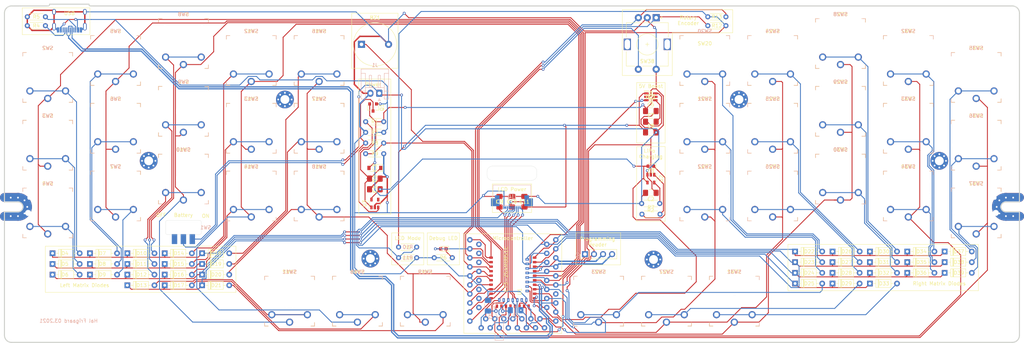
<source format=kicad_pcb>
(kicad_pcb (version 20171130) (host pcbnew "(5.1.6)-1")
  (layers (0 F.Cu signal) (31 B.Cu signal) (34 B.Paste user) (35 F.Paste user) (36 B.SilkS user) (37 F.SilkS user) (38 B.Mask user) (39 F.Mask user) (44 Edge.Cuts user))
  (net 0 "")
  (net 1 GND)
  (net 2 VCC)
  (net 3 VBAT)
  (net 4 BOOST_VIN)
  (net 5 VBUS)
  (net 6 BLUE_LED)
  (net 7 "Net-(D2-Pad1)")
  (net 8 "Net-(D3-Pad1)")
  (net 9 "Net-(C7-Pad2)")
  (net 10 "Net-(C7-Pad1)")
  (net 11 BOOST_ENABLE)
  (net 12 BOOST_5V)
  (net 13 "Net-(Q1-Pad3)")
  (net 14 "Net-(R1-Pad2)")
  (net 15 "Net-(R2-Pad1)")
  (net 16 "Net-(R4-Pad1)")
  (net 17 "Net-(R5-Pad1)")
  (net 18 "Net-(R7-Pad2)")
  (net 19 COL00)
  (net 20 "Net-(D4-Pad2)")
  (net 21 "Net-(D5-Pad2)")
  (net 22 "Net-(D6-Pad2)")
  (net 23 COL01)
  (net 24 "Net-(D7-Pad2)")
  (net 25 "Net-(D8-Pad2)")
  (net 26 "Net-(D9-Pad2)")
  (net 27 COL02)
  (net 28 "Net-(D10-Pad2)")
  (net 29 "Net-(D11-Pad2)")
  (net 30 "Net-(D12-Pad2)")
  (net 31 "Net-(D13-Pad2)")
  (net 32 COL03)
  (net 33 "Net-(D14-Pad2)")
  (net 34 "Net-(D15-Pad2)")
  (net 35 "Net-(D16-Pad2)")
  (net 36 "Net-(D17-Pad2)")
  (net 37 COL04)
  (net 38 "Net-(D18-Pad2)")
  (net 39 "Net-(D19-Pad2)")
  (net 40 "Net-(D20-Pad2)")
  (net 41 "Net-(D21-Pad2)")
  (net 42 COL05)
  (net 43 "Net-(D22-Pad2)")
  (net 44 "Net-(D23-Pad2)")
  (net 45 "Net-(D24-Pad2)")
  (net 46 "Net-(D25-Pad2)")
  (net 47 COL06)
  (net 48 "Net-(D26-Pad2)")
  (net 49 "Net-(D27-Pad2)")
  (net 50 "Net-(D28-Pad2)")
  (net 51 "Net-(D29-Pad2)")
  (net 52 COL07)
  (net 53 "Net-(D30-Pad2)")
  (net 54 "Net-(D31-Pad2)")
  (net 55 "Net-(D32-Pad2)")
  (net 56 "Net-(D33-Pad2)")
  (net 57 COL08)
  (net 58 "Net-(D34-Pad2)")
  (net 59 "Net-(D35-Pad2)")
  (net 60 "Net-(D36-Pad2)")
  (net 61 COL09)
  (net 62 "Net-(D37-Pad2)")
  (net 63 "Net-(D38-Pad2)")
  (net 64 "Net-(D39-Pad2)")
  (net 65 "Net-(U1-Pad6)")
  (net 66 BATT_V_IND)
  (net 67 LCD_EXTCOMIN)
  (net 68 DATA+)
  (net 69 ROW03)
  (net 70 ROW01)
  (net 71 SWC)
  (net 72 SWD)
  (net 73 DATA-)
  (net 74 LCD_DISP)
  (net 75 "Net-(U1-Pad23)")
  (net 76 CRYSTAL_1)
  (net 77 CRYSTAL_2)
  (net 78 "Net-(U1-Pad17)")
  (net 79 "Net-(U1-Pad25)")
  (net 80 ROW00)
  (net 81 ROW02)
  (net 82 LCD_SCS)
  (net 83 LCD_SCLK)
  (net 84 "Net-(U1-Pad22)")
  (net 85 LCD_SI)
  (net 86 "Net-(U3-Pad4)")
  (net 87 LCD_EXTMODE)
  (net 88 "Net-(USB1-Pad9)")
  (net 89 "Net-(USB1-Pad3)")
  (net 90 BUZZER)
  (net 91 R_ENCODER_A)
  (net 92 R_ENCODER_B)
  (net 93 R_ENCODER_SWITCH)
  (net 94 "Net-(U1-Pad26)")
  (module Buzzer_Beeper:Buzzer_12x9.5RM7.6 (layer F.Cu) (at 141.25 76.25)
    (fp_text reference BZ1 (at 3.8 -7.5) (layer F.SilkS))
    (fp_text value Buzzer)
    (pad 2 thru_hole circle (at 7.6 0) (size 2 2) (drill 1) (layers *.Cu *.Mask) (net 1 GND))
    (pad 1 thru_hole rect (at 0 0) (size 2 2) (drill 1) (layers *.Cu *.Mask) (net 90 BUZZER))
  )
  (module MountingHole:MountingHole_2.5mm_Pad_Via (layer F.Cu) (at 143.75 136.5)
    (fp_text reference REF**)
    (fp_text value MountingHole_2.5mm_Pad_Via)
    (pad 1 thru_hole circle (at 1.325825 -1.325825) (size 0.8 0.8) (drill 0.5) (layers *.Cu *.Mask))
    (pad 1 thru_hole circle (at 0 -1.875) (size 0.8 0.8) (drill 0.5) (layers *.Cu *.Mask))
    (pad 1 thru_hole circle (at -1.325825 -1.325825) (size 0.8 0.8) (drill 0.5) (layers *.Cu *.Mask))
    (pad 1 thru_hole circle (at -1.875 0) (size 0.8 0.8) (drill 0.5) (layers *.Cu *.Mask))
    (pad 1 thru_hole circle (at -1.325825 1.325825) (size 0.8 0.8) (drill 0.5) (layers *.Cu *.Mask))
    (pad 1 thru_hole circle (at 0 1.875) (size 0.8 0.8) (drill 0.5) (layers *.Cu *.Mask))
    (pad 1 thru_hole circle (at 1.325825 1.325825) (size 0.8 0.8) (drill 0.5) (layers *.Cu *.Mask))
    (pad 1 thru_hole circle (at 1.875 0) (size 0.8 0.8) (drill 0.5) (layers *.Cu *.Mask))
    (pad 1 thru_hole circle (at 0 0) (size 5 5) (drill 2.5) (layers *.Cu *.Mask))
  )
  (module MountingHole:MountingHole_2.5mm_Pad_Via (layer F.Cu) (at 223.25 136.75)
    (fp_text reference REF**)
    (fp_text value MountingHole_2.5mm_Pad_Via)
    (pad 1 thru_hole circle (at 0 0) (size 5 5) (drill 2.5) (layers *.Cu *.Mask))
    (pad 1 thru_hole circle (at 1.875 0) (size 0.8 0.8) (drill 0.5) (layers *.Cu *.Mask))
    (pad 1 thru_hole circle (at 1.325825 1.325825) (size 0.8 0.8) (drill 0.5) (layers *.Cu *.Mask))
    (pad 1 thru_hole circle (at 0 1.875) (size 0.8 0.8) (drill 0.5) (layers *.Cu *.Mask))
    (pad 1 thru_hole circle (at -1.325825 1.325825) (size 0.8 0.8) (drill 0.5) (layers *.Cu *.Mask))
    (pad 1 thru_hole circle (at -1.875 0) (size 0.8 0.8) (drill 0.5) (layers *.Cu *.Mask))
    (pad 1 thru_hole circle (at -1.325825 -1.325825) (size 0.8 0.8) (drill 0.5) (layers *.Cu *.Mask))
    (pad 1 thru_hole circle (at 0 -1.875) (size 0.8 0.8) (drill 0.5) (layers *.Cu *.Mask))
    (pad 1 thru_hole circle (at 1.325825 -1.325825) (size 0.8 0.8) (drill 0.5) (layers *.Cu *.Mask))
  )
  (module MountingHole:MountingHole_2.5mm_Pad_Via (layer F.Cu) (at 247.25 91.75)
    (fp_text reference REF**)
    (fp_text value MountingHole_2.5mm_Pad_Via)
    (pad 1 thru_hole circle (at 1.325825 -1.325825) (size 0.8 0.8) (drill 0.5) (layers *.Cu *.Mask))
    (pad 1 thru_hole circle (at 0 -1.875) (size 0.8 0.8) (drill 0.5) (layers *.Cu *.Mask))
    (pad 1 thru_hole circle (at -1.325825 -1.325825) (size 0.8 0.8) (drill 0.5) (layers *.Cu *.Mask))
    (pad 1 thru_hole circle (at -1.875 0) (size 0.8 0.8) (drill 0.5) (layers *.Cu *.Mask))
    (pad 1 thru_hole circle (at -1.325825 1.325825) (size 0.8 0.8) (drill 0.5) (layers *.Cu *.Mask))
    (pad 1 thru_hole circle (at 0 1.875) (size 0.8 0.8) (drill 0.5) (layers *.Cu *.Mask))
    (pad 1 thru_hole circle (at 1.325825 1.325825) (size 0.8 0.8) (drill 0.5) (layers *.Cu *.Mask))
    (pad 1 thru_hole circle (at 1.875 0) (size 0.8 0.8) (drill 0.5) (layers *.Cu *.Mask))
    (pad 1 thru_hole circle (at 0 0) (size 5 5) (drill 2.5) (layers *.Cu *.Mask))
  )
  (module MountingHole:MountingHole_2.5mm_Pad_Via (layer F.Cu) (at 119.75 91.75)
    (fp_text reference REF**)
    (fp_text value MountingHole_2.5mm_Pad_Via)
    (pad 1 thru_hole circle (at 0 0) (size 5 5) (drill 2.5) (layers *.Cu *.Mask))
    (pad 1 thru_hole circle (at 1.875 0) (size 0.8 0.8) (drill 0.5) (layers *.Cu *.Mask))
    (pad 1 thru_hole circle (at 1.325825 1.325825) (size 0.8 0.8) (drill 0.5) (layers *.Cu *.Mask))
    (pad 1 thru_hole circle (at 0 1.875) (size 0.8 0.8) (drill 0.5) (layers *.Cu *.Mask))
    (pad 1 thru_hole circle (at -1.325825 1.325825) (size 0.8 0.8) (drill 0.5) (layers *.Cu *.Mask))
    (pad 1 thru_hole circle (at -1.875 0) (size 0.8 0.8) (drill 0.5) (layers *.Cu *.Mask))
    (pad 1 thru_hole circle (at -1.325825 -1.325825) (size 0.8 0.8) (drill 0.5) (layers *.Cu *.Mask))
    (pad 1 thru_hole circle (at 0 -1.875) (size 0.8 0.8) (drill 0.5) (layers *.Cu *.Mask))
    (pad 1 thru_hole circle (at 1.325825 -1.325825) (size 0.8 0.8) (drill 0.5) (layers *.Cu *.Mask))
  )
  (module MountingHole:MountingHole_2.5mm_Pad_Via (layer F.Cu) (at 303.5 109)
    (fp_text reference REF**)
    (fp_text value MountingHole_2.5mm_Pad_Via)
    (pad 1 thru_hole circle (at 0 0) (size 5 5) (drill 2.5) (layers *.Cu *.Mask))
    (pad 1 thru_hole circle (at 1.875 0) (size 0.8 0.8) (drill 0.5) (layers *.Cu *.Mask))
    (pad 1 thru_hole circle (at 1.325825 1.325825) (size 0.8 0.8) (drill 0.5) (layers *.Cu *.Mask))
    (pad 1 thru_hole circle (at 0 1.875) (size 0.8 0.8) (drill 0.5) (layers *.Cu *.Mask))
    (pad 1 thru_hole circle (at -1.325825 1.325825) (size 0.8 0.8) (drill 0.5) (layers *.Cu *.Mask))
    (pad 1 thru_hole circle (at -1.875 0) (size 0.8 0.8) (drill 0.5) (layers *.Cu *.Mask))
    (pad 1 thru_hole circle (at -1.325825 -1.325825) (size 0.8 0.8) (drill 0.5) (layers *.Cu *.Mask))
    (pad 1 thru_hole circle (at 0 -1.875) (size 0.8 0.8) (drill 0.5) (layers *.Cu *.Mask))
    (pad 1 thru_hole circle (at 1.325825 -1.325825) (size 0.8 0.8) (drill 0.5) (layers *.Cu *.Mask))
  )
  (module MountingHole:MountingHole_2.5mm_Pad_Via (layer F.Cu) (at 81.5 109)
    (fp_text reference REF**)
    (fp_text value MountingHole_2.5mm_Pad_Via)
    (pad 1 thru_hole circle (at 1.325825 -1.325825) (size 0.8 0.8) (drill 0.5) (layers *.Cu *.Mask))
    (pad 1 thru_hole circle (at 0 -1.875) (size 0.8 0.8) (drill 0.5) (layers *.Cu *.Mask))
    (pad 1 thru_hole circle (at -1.325825 -1.325825) (size 0.8 0.8) (drill 0.5) (layers *.Cu *.Mask))
    (pad 1 thru_hole circle (at -1.875 0) (size 0.8 0.8) (drill 0.5) (layers *.Cu *.Mask))
    (pad 1 thru_hole circle (at -1.325825 1.325825) (size 0.8 0.8) (drill 0.5) (layers *.Cu *.Mask))
    (pad 1 thru_hole circle (at 0 1.875) (size 0.8 0.8) (drill 0.5) (layers *.Cu *.Mask))
    (pad 1 thru_hole circle (at 1.325825 1.325825) (size 0.8 0.8) (drill 0.5) (layers *.Cu *.Mask))
    (pad 1 thru_hole circle (at 1.875 0) (size 0.8 0.8) (drill 0.5) (layers *.Cu *.Mask))
    (pad 1 thru_hole circle (at 0 0) (size 5 5) (drill 2.5) (layers *.Cu *.Mask))
  )
  (module halfr_kicad_footprints:E73-2G4M08S1C-52840_with_breakout (layer F.Cu) (at 183.75 150.25 90)
    (fp_text reference U1 (at 4.445 1.905 90) (layer F.SilkS))
    (fp_text value E73-2G4M08S1C)
    (fp_text user E73-2G4M08S1C (at 10.795 -1.905 270) (layer F.SilkS))
    (pad 51 thru_hole circle (at 17.78 -9.525 90) (size 1.524 1.524) (drill 0.762) (layers *.Cu *.Mask))
    (pad 50 thru_hole circle (at 15.24 -9.525 90) (size 1.524 1.524) (drill 0.762) (layers *.Cu *.Mask))
    (pad 49 thru_hole circle (at 12.7 -9.525 90) (size 1.524 1.524) (drill 0.762) (layers *.Cu *.Mask))
    (pad 5 thru_hole circle (at 10.16 -9.525 90) (size 1.524 1.524) (drill 0.762) (layers *.Cu *.Mask) (net 1 GND))
    (pad 47 thru_hole circle (at 7.62 -9.525 90) (size 1.524 1.524) (drill 0.762) (layers *.Cu *.Mask))
    (pad 46 thru_hole circle (at 5.08 -9.525 90) (size 1.524 1.524) (drill 0.762) (layers *.Cu *.Mask))
    (pad 45 thru_hole circle (at 2.54 -9.525 90) (size 1.524 1.524) (drill 0.762) (layers *.Cu *.Mask))
    (pad 44 thru_hole circle (at 0 -9.525 90) (size 1.524 1.524) (drill 0.762) (layers *.Cu *.Mask))
    (pad 26 thru_hole circle (at -3.81 12.065 270) (size 1.524 1.524) (drill 0.762) (layers *.Cu *.Mask) (net 94 "Net-(U1-Pad26)"))
    (pad 43 thru_hole circle (at 19.05 12.065 270) (size 1.524 1.524) (drill 0.762) (layers *.Cu *.Mask) (net 81 ROW02))
    (pad 42 thru_hole circle (at 17.78 9.525) (size 1.524 1.524) (drill 0.762) (layers *.Cu *.Mask) (net 69 ROW03))
    (pad 41 thru_hole circle (at 16.51 12.065) (size 1.524 1.524) (drill 0.762) (layers *.Cu *.Mask) (net 70 ROW01))
    (pad 40 thru_hole circle (at 15.24 9.525) (size 1.524 1.524) (drill 0.762) (layers *.Cu *.Mask) (net 80 ROW00))
    (pad 39 thru_hole circle (at 13.97 12.065) (size 1.524 1.524) (drill 0.762) (layers *.Cu *.Mask) (net 71 SWC))
    (pad 38 thru_hole circle (at 12.7 9.525) (size 1.524 1.524) (drill 0.762) (layers *.Cu *.Mask) (net 32 COL03))
    (pad 37 thru_hole circle (at 11.43 12.065) (size 1.524 1.524) (drill 0.762) (layers *.Cu *.Mask) (net 72 SWD))
    (pad 36 thru_hole circle (at 10.16 9.525) (size 1.524 1.524) (drill 0.762) (layers *.Cu *.Mask) (net 27 COL02))
    (pad 35 thru_hole circle (at 8.89 12.065) (size 1.524 1.524) (drill 0.762) (layers *.Cu *.Mask) (net 23 COL01))
    (pad 34 thru_hole circle (at 7.62 9.525) (size 1.524 1.524) (drill 0.762) (layers *.Cu *.Mask) (net 19 COL00))
    (pad 33 thru_hole circle (at 6.35 12.065) (size 1.524 1.524) (drill 0.762) (layers *.Cu *.Mask) (net 11 BOOST_ENABLE))
    (pad 32 thru_hole circle (at 5.08 9.525) (size 1.524 1.524) (drill 0.762) (layers *.Cu *.Mask) (net 42 COL05))
    (pad 31 thru_hole circle (at 3.81 12.065) (size 1.524 1.524) (drill 0.762) (layers *.Cu *.Mask) (net 68 DATA+))
    (pad 30 thru_hole circle (at 2.54 9.525) (size 1.524 1.524) (drill 0.762) (layers *.Cu *.Mask) (net 47 COL06))
    (pad 29 thru_hole circle (at 1.27 12.065) (size 1.524 1.524) (drill 0.762) (layers *.Cu *.Mask) (net 73 DATA-))
    (pad 28 thru_hole circle (at 0 9.525) (size 1.524 1.524) (drill 0.762) (layers *.Cu *.Mask) (net 52 COL07))
    (pad 27 thru_hole circle (at -1.27 12.065) (size 1.524 1.524) (drill 0.762) (layers *.Cu *.Mask) (net 5 VBUS))
    (pad 25 thru_hole circle (at -5.715 8.89 270) (size 1.524 1.524) (drill 0.762) (layers *.Cu *.Mask) (net 79 "Net-(U1-Pad25)"))
    (pad 24 thru_hole circle (at -3.175 7.62 270) (size 1.524 1.524) (drill 0.762) (layers *.Cu *.Mask) (net 1 GND))
    (pad 23 thru_hole circle (at -5.715 6.35 270) (size 1.524 1.524) (drill 0.762) (layers *.Cu *.Mask) (net 75 "Net-(U1-Pad23)"))
    (pad 22 thru_hole circle (at -3.175 5.08 270) (size 1.524 1.524) (drill 0.762) (layers *.Cu *.Mask) (net 84 "Net-(U1-Pad22)"))
    (pad 21 thru_hole circle (at -5.715 3.81 270) (size 1.524 1.524) (drill 0.762) (layers *.Cu *.Mask) (net 1 GND))
    (pad 20 thru_hole circle (at -3.175 2.54 270) (size 1.524 1.524) (drill 0.762) (layers *.Cu *.Mask) (net 83 LCD_SCLK))
    (pad 19 thru_hole circle (at -5.715 1.27 270) (size 1.524 1.524) (drill 0.762) (layers *.Cu *.Mask) (net 2 VCC))
    (pad 18 thru_hole circle (at -3.175 0 270) (size 1.524 1.524) (drill 0.762) (layers *.Cu *.Mask) (net 85 LCD_SI))
    (pad 17 thru_hole circle (at -5.715 -1.27 270) (size 1.524 1.524) (drill 0.762) (layers *.Cu *.Mask) (net 78 "Net-(U1-Pad17)"))
    (pad 16 thru_hole circle (at -3.175 -2.54 270) (size 1.524 1.524) (drill 0.762) (layers *.Cu *.Mask) (net 82 LCD_SCS))
    (pad 15 thru_hole circle (at -5.715 -3.81 270) (size 1.524 1.524) (drill 0.762) (layers *.Cu *.Mask) (net 57 COL08))
    (pad 14 thru_hole circle (at -3.175 -5.08 270) (size 1.524 1.524) (drill 0.762) (layers *.Cu *.Mask) (net 61 COL09))
    (pad 13 thru_hole circle (at -5.715 -6.35 270) (size 1.524 1.524) (drill 0.762) (layers *.Cu *.Mask) (net 77 CRYSTAL_2))
    (pad 12 thru_hole circle (at -3.175 -7.62 270) (size 1.524 1.524) (drill 0.762) (layers *.Cu *.Mask) (net 67 LCD_EXTCOMIN))
    (pad 18 thru_hole rect (at 2.092 -0.023 180) (size 0.65 1) (drill 0.3) (layers *.Cu *.Mask) (net 85 LCD_SI))
    (pad 24 thru_hole rect (at 2.092 3.787 180) (size 0.65 1) (drill 0.3) (layers *.Cu *.Mask) (net 1 GND))
    (pad 22 thru_hole rect (at 2.092 2.517 180) (size 0.65 1) (drill 0.3) (layers *.Cu *.Mask) (net 84 "Net-(U1-Pad22)"))
    (pad 16 thru_hole rect (at 2.092 -1.293 180) (size 0.65 1) (drill 0.3) (layers *.Cu *.Mask) (net 82 LCD_SCS))
    (pad 20 thru_hole rect (at 2.092 1.247 180) (size 0.65 1) (drill 0.3) (layers *.Cu *.Mask) (net 83 LCD_SCLK))
    (pad 12 thru_hole rect (at 2.092 -3.833 180) (size 0.65 1) (drill 0.3) (layers *.Cu *.Mask) (net 67 LCD_EXTCOMIN))
    (pad 14 thru_hole rect (at 2.092 -2.563 180) (size 0.65 1) (drill 0.3) (layers *.Cu *.Mask) (net 61 COL09))
    (pad 42 thru_hole rect (at 13.522 4.041 90) (size 0.65 1) (drill 0.3) (layers *.Cu *.Mask) (net 69 ROW03))
    (pad 40 thru_hole rect (at 12.252 4.041 90) (size 0.65 1) (drill 0.3) (layers *.Cu *.Mask) (net 80 ROW00))
    (pad 38 thru_hole rect (at 10.982 4.041 90) (size 0.65 1) (drill 0.3) (layers *.Cu *.Mask) (net 32 COL03))
    (pad 36 thru_hole rect (at 9.712 4.041 90) (size 0.65 1) (drill 0.3) (layers *.Cu *.Mask) (net 27 COL02))
    (pad 34 thru_hole rect (at 8.442 4.041 90) (size 0.65 1) (drill 0.3) (layers *.Cu *.Mask) (net 19 COL00))
    (pad 32 thru_hole rect (at 7.172 4.041 90) (size 0.65 1) (drill 0.3) (layers *.Cu *.Mask) (net 42 COL05))
    (pad 30 thru_hole rect (at 5.902 4.041 90) (size 0.65 1) (drill 0.3) (layers *.Cu *.Mask) (net 47 COL06))
    (pad 19 smd rect (at 0.381 0.61 180) (size 0.65 1) (layers F.Cu F.Paste F.Mask) (net 2 VCC))
    (pad 25 smd rect (at 0.381 4.42 180) (size 0.65 1) (layers F.Cu F.Paste F.Mask) (net 79 "Net-(U1-Pad25)"))
    (pad 17 smd rect (at 0.381 -0.66 180) (size 0.65 1) (layers F.Cu F.Paste F.Mask) (net 78 "Net-(U1-Pad17)"))
    (pad 15 smd rect (at 0.381 -1.93 180) (size 0.65 1) (layers F.Cu F.Paste F.Mask) (net 57 COL08))
    (pad 13 smd rect (at 0.381 -3.2 180) (size 0.65 1) (layers F.Cu F.Paste F.Mask) (net 77 CRYSTAL_2))
    (pad 21 smd rect (at 0.381 1.88 180) (size 0.65 1) (layers F.Cu F.Paste F.Mask) (net 1 GND))
    (pad 11 smd rect (at 0.381 -4.47 180) (size 0.65 1) (layers F.Cu F.Paste F.Mask) (net 76 CRYSTAL_1))
    (pad 23 smd rect (at 0.381 3.15 180) (size 0.65 1) (layers F.Cu F.Paste F.Mask) (net 75 "Net-(U1-Pad23)"))
    (pad 26 smd rect (at 2.6 6.119 90) (size 0.65 1) (layers F.Cu F.Paste F.Mask) (net 94 "Net-(U1-Pad26)"))
    (pad 27 smd rect (at 3.87 6.119 90) (size 0.65 1) (layers F.Cu F.Paste F.Mask) (net 5 VBUS))
    (pad 35 smd rect (at 8.95 6.119 90) (size 0.65 1) (layers F.Cu F.Paste F.Mask) (net 23 COL01))
    (pad 29 smd rect (at 5.14 6.119 90) (size 0.65 1) (layers F.Cu F.Paste F.Mask) (net 73 DATA-))
    (pad 37 smd rect (at 10.22 6.119 90) (size 0.65 1) (layers F.Cu F.Paste F.Mask) (net 72 SWD))
    (pad 39 smd rect (at 11.49 6.119 90) (size 0.65 1) (layers F.Cu F.Paste F.Mask) (net 71 SWC))
    (pad 41 smd rect (at 12.76 6.119 90) (size 0.65 1) (layers F.Cu F.Paste F.Mask) (net 70 ROW01))
    (pad 33 smd rect (at 7.68 6.119 90) (size 0.65 1) (layers F.Cu F.Paste F.Mask) (net 11 BOOST_ENABLE))
    (pad 43 smd rect (at 14.03 6.119 90) (size 0.65 1) (layers F.Cu F.Paste F.Mask) (net 81 ROW02))
    (pad 31 smd rect (at 6.41 6.119 90) (size 0.65 1) (layers F.Cu F.Paste F.Mask) (net 68 DATA+))
    (pad 1 smd rect (at 14.03 -6.119 90) (size 0.65 1) (layers F.Cu F.Paste F.Mask) (net 92 R_ENCODER_B))
    (pad 2 smd rect (at 12.76 -6.119 90) (size 0.65 1) (layers F.Cu F.Paste F.Mask) (net 6 BLUE_LED))
    (pad 3 smd rect (at 11.49 -6.119 90) (size 0.65 1) (layers F.Cu F.Paste F.Mask) (net 90 BUZZER))
    (pad 4 smd rect (at 10.22 -6.119 90) (size 0.65 1) (layers F.Cu F.Paste F.Mask) (net 66 BATT_V_IND))
    (pad 5 smd rect (at 8.95 -6.119 90) (size 0.65 1) (layers F.Cu F.Paste F.Mask) (net 1 GND))
    (pad 6 smd rect (at 7.68 -6.119 90) (size 0.65 1) (layers F.Cu F.Paste F.Mask) (net 65 "Net-(U1-Pad6)"))
    (pad 7 smd rect (at 6.41 -6.119 90) (size 0.65 1) (layers F.Cu F.Paste F.Mask) (net 37 COL04))
    (pad 8 smd rect (at 5.14 -6.119 90) (size 0.65 1) (layers F.Cu F.Paste F.Mask) (net 91 R_ENCODER_A))
    (pad 9 smd rect (at 3.87 -6.119 90) (size 0.65 1) (layers F.Cu F.Paste F.Mask) (net 93 R_ENCODER_SWITCH))
    (pad 10 smd rect (at 2.6 -6.119 90) (size 0.65 1) (layers F.Cu F.Paste F.Mask) (net 74 LCD_DISP))
    (pad 28 thru_hole rect (at 4.632 4.041 90) (size 0.65 1) (drill 0.3) (layers *.Cu *.Mask) (net 52 COL07))
    (pad 1 thru_hole circle (at 19.05 -12.065 270) (size 1.524 1.524) (drill 0.762) (layers *.Cu *.Mask) (net 92 R_ENCODER_B))
    (pad 2 thru_hole circle (at 16.51 -12.065 270) (size 1.524 1.524) (drill 0.762) (layers *.Cu *.Mask) (net 6 BLUE_LED))
    (pad 3 thru_hole circle (at 13.97 -12.065 270) (size 1.524 1.524) (drill 0.762) (layers *.Cu *.Mask) (net 90 BUZZER))
    (pad 4 thru_hole circle (at 11.43 -12.065 270) (size 1.524 1.524) (drill 0.762) (layers *.Cu *.Mask) (net 66 BATT_V_IND))
    (pad 5 thru_hole circle (at 8.89 -12.065 270) (size 1.524 1.524) (drill 0.762) (layers *.Cu *.Mask) (net 1 GND))
    (pad 6 thru_hole circle (at 6.35 -12.065 270) (size 1.524 1.524) (drill 0.762) (layers *.Cu *.Mask) (net 65 "Net-(U1-Pad6)"))
    (pad 7 thru_hole circle (at 3.81 -12.065 270) (size 1.524 1.524) (drill 0.762) (layers *.Cu *.Mask) (net 37 COL04))
    (pad 8 thru_hole circle (at 1.27 -12.065 270) (size 1.524 1.524) (drill 0.762) (layers *.Cu *.Mask) (net 91 R_ENCODER_A))
    (pad 9 thru_hole circle (at -1.27 -12.065 270) (size 1.524 1.524) (drill 0.762) (layers *.Cu *.Mask) (net 93 R_ENCODER_SWITCH))
    (pad 10 thru_hole circle (at -3.81 -12.065 270) (size 1.524 1.524) (drill 0.762) (layers *.Cu *.Mask) (net 74 LCD_DISP))
    (pad 11 thru_hole circle (at -5.715 -8.89 270) (size 1.524 1.524) (drill 0.762) (layers *.Cu *.Mask) (net 76 CRYSTAL_1))
  )
  (module halfr_kicad_footprints:0527451033_flipped (layer B.Cu) (at 183.5 119)
    (fp_text reference U4 (at 0 0.2) (layer B.SilkS) (effects (font (size 1.27 1.27) (thickness 0.254)) (justify mirror)))
    (fp_text value LS027B7DH01 hide)
    (pad 14 smd rect (at 4.15 0.125 270) (size 0.85 1.3) (layers B.Cu B.Paste B.Mask))
    (pad 13 smd rect (at -4.15 0.125 270) (size 0.85 1.3) (layers B.Cu B.Paste B.Mask))
    (pad 12 smd rect (at -4.7 1.65 270) (size 2.2 2.4) (layers B.Cu B.Paste B.Mask))
    (pad 11 smd rect (at 4.7 1.65 270) (size 2.2 2.4) (layers B.Cu B.Paste B.Mask))
    (pad 1 smd rect (at 2.25 3.15) (size 0.3 0.8) (layers B.Cu B.Paste B.Mask) (net 83 LCD_SCLK))
    (pad 2 smd rect (at 1.75 3.15) (size 0.3 0.8) (layers B.Cu B.Paste B.Mask) (net 85 LCD_SI))
    (pad 3 smd rect (at 1.25 3.15) (size 0.3 0.8) (layers B.Cu B.Paste B.Mask) (net 82 LCD_SCS))
    (pad 4 smd rect (at 0.75 3.15) (size 0.3 0.8) (layers B.Cu B.Paste B.Mask) (net 67 LCD_EXTCOMIN))
    (pad 5 smd rect (at 0.25 3.15) (size 0.3 0.8) (layers B.Cu B.Paste B.Mask) (net 74 LCD_DISP))
    (pad 6 smd rect (at -0.25 3.15) (size 0.3 0.8) (layers B.Cu B.Paste B.Mask) (net 12 BOOST_5V))
    (pad 7 smd rect (at -0.75 3.15) (size 0.3 0.8) (layers B.Cu B.Paste B.Mask) (net 12 BOOST_5V))
    (pad 8 smd rect (at -1.25 3.15) (size 0.3 0.8) (layers B.Cu B.Paste B.Mask) (net 87 LCD_EXTMODE))
    (pad 9 smd rect (at -1.75 3.15) (size 0.3 0.8) (layers B.Cu B.Paste B.Mask) (net 1 GND))
    (pad 10 smd rect (at -2.25 3.15) (size 0.3 0.8) (layers B.Cu B.Paste B.Mask) (net 1 GND))
  )
  (module halfr_kicad_footprints:60_Outline-Modded (layer F.Cu) (at 183.5 112.75)
    (fp_text reference REF** hide)
    (fp_text value 60_Outline hide)
    (fp_line (start -140.5 -47.3) (end -130.3 -47.3) (layer Edge.Cuts) (width 0.3))
    (fp_line (start -129.8 -47.8) (end -118.8 -47.8) (layer Edge.Cuts) (width 0.3))
    (fp_line (start 138.7 11.85095) (end 142.55 11.85095) (layer B.Cu) (width 2.5019))
    (fp_line (start 138.7 6.54905) (end 142.5 6.54905) (layer F.Cu) (width 2.5019))
    (fp_line (start 138.7 6.54905) (end 142.5 6.54905) (layer B.Cu) (width 2.5019))
    (fp_line (start 138.7 11.85095) (end 142.55 11.85095) (layer F.Cu) (width 2.5019))
    (fp_line (start -142.5 11.85095) (end -138.7 11.85095) (layer F.Cu) (width 2.5019))
    (fp_line (start -142.5 11.85095) (end -138.7 11.85095) (layer B.Cu) (width 2.5019))
    (fp_line (start -142.5 6.54905) (end -138.7 6.54905) (layer B.Cu) (width 2.5019))
    (fp_line (start -142.5 6.54905) (end -138.7 6.54905) (layer F.Cu) (width 2.5019))
    (fp_line (start 138.7 7.8) (end 142.5 7.8) (layer Edge.Cuts) (width 0.3))
    (fp_line (start 138.7 10.6) (end 142.5 10.6) (layer Edge.Cuts) (width 0.3))
    (fp_line (start 142.5 7.8) (end 142.5 -45.3) (layer Edge.Cuts) (width 0.3))
    (fp_line (start 142.5 10.6) (end 142.5 45.3) (layer Edge.Cuts) (width 0.3))
    (fp_line (start -142.5 7.8) (end -142.5 -45.3) (layer Edge.Cuts) (width 0.3))
    (fp_line (start -138.7 7.8) (end -142.5 7.8) (layer Edge.Cuts) (width 0.3))
    (fp_line (start -142.5 10.6) (end -138.7 10.6) (layer Edge.Cuts) (width 0.3))
    (fp_line (start -142.5 45.3) (end -142.5 10.6) (layer Edge.Cuts) (width 0.3))
    (fp_line (start 140.5 -47.3) (end -118.3 -47.3) (layer Edge.Cuts) (width 0.3))
    (fp_line (start -140.5 47.3) (end 140.5 47.3) (layer Edge.Cuts) (width 0.3))
    (fp_arc (start -118.3 -47.8) (end -118.3 -47.3) (angle 90) (layer Edge.Cuts) (width 0.3))
    (fp_arc (start -130.3 -47.8) (end -129.8 -47.8) (angle 90) (layer Edge.Cuts) (width 0.3))
    (fp_arc (start 138.7 9.2) (end 136.04905 9.2) (angle -90) (layer F.Cu) (width 2.5019))
    (fp_arc (start 138.7 9.2) (end 138.7 6.54905) (angle -90) (layer F.Cu) (width 2.5019))
    (fp_arc (start 138.7 9.2) (end 136.04905 9.2) (angle -90) (layer B.Cu) (width 2.5019))
    (fp_arc (start 138.7 9.2) (end 138.7 6.54905) (angle -90) (layer B.Cu) (width 2.5019))
    (fp_arc (start -138.7 9.2) (end -138.7 6.54905) (angle 90) (layer B.Cu) (width 2.5019))
    (fp_arc (start -138.7 9.2) (end -136.04905 9.2) (angle 90) (layer B.Cu) (width 2.5019))
    (fp_arc (start -138.7 9.2) (end -138.7 6.54905) (angle 90) (layer F.Cu) (width 2.5019))
    (fp_arc (start -138.7 9.2) (end -136.04905 9.2) (angle 90) (layer F.Cu) (width 2.5019))
    (fp_arc (start -138.7 9.2) (end -137.3 9.2) (angle 90) (layer Edge.Cuts) (width 0.3))
    (fp_arc (start 138.7 9.2) (end 137.3 9.2) (angle -90) (layer Edge.Cuts) (width 0.3))
    (fp_arc (start 138.7 9.2) (end 138.7 7.8) (angle -90) (layer Edge.Cuts) (width 0.3))
    (fp_arc (start -138.7 9.2) (end -138.7 7.8) (angle 90) (layer Edge.Cuts) (width 0.3))
    (fp_arc (start 140.5 -45.3) (end 140.5 -47.3) (angle 90) (layer Edge.Cuts) (width 0.3))
    (fp_arc (start 140.5 45.3) (end 142.5 45.3) (angle 90) (layer Edge.Cuts) (width 0.3))
    (fp_arc (start -140.5 45.3) (end -140.5 47.3) (angle 90) (layer Edge.Cuts) (width 0.3))
    (fp_arc (start -140.5 -45.3) (end -142.5 -45.3) (angle 90) (layer Edge.Cuts) (width 0.3))
    (pad 1 thru_hole circle (at -136.1 9.2) (size 1 1) (drill 0.5) (layers *.Cu *.Mask))
    (pad 1 thru_hole circle (at -138.7 6.6) (size 1 1) (drill 0.5) (layers *.Cu *.Mask))
    (pad 1 thru_hole circle (at -138.7 11.8) (size 1 1) (drill 0.5) (layers *.Cu *.Mask))
    (pad 1 thru_hole circle (at -136.861522 7.361522) (size 1 1) (drill 0.5) (layers *.Cu *.Mask))
    (pad 1 thru_hole circle (at -136.861522 11.038478) (size 1 1) (drill 0.5) (layers *.Cu *.Mask))
    (pad 1 thru_hole circle (at -140.742035 6.6) (size 1 1) (drill 0.5) (layers *.Cu *.Mask))
    (pad 1 thru_hole circle (at -140.742035 11.8) (size 1 1) (drill 0.5) (layers *.Cu *.Mask))
    (pad 1 thru_hole circle (at 136.1 9.2) (size 1 1) (drill 0.5) (layers *.Cu *.Mask))
    (pad 1 thru_hole circle (at 136.861522 7.361522) (size 1 1) (drill 0.5) (layers *.Cu *.Mask))
    (pad 1 thru_hole circle (at 138.7 6.6) (size 1 1) (drill 0.5) (layers *.Cu *.Mask))
    (pad 1 thru_hole circle (at 140.742035 6.6) (size 1 1) (drill 0.5) (layers *.Cu *.Mask))
    (pad 1 thru_hole circle (at 140.742035 11.8) (size 1 1) (drill 0.5) (layers *.Cu *.Mask))
    (pad 1 thru_hole circle (at 138.7 11.8) (size 1 1) (drill 0.5) (layers *.Cu *.Mask))
    (pad 1 thru_hole circle (at 136.861522 11.038478) (size 1 1) (drill 0.5) (layers *.Cu *.Mask))
  )
  (module Crystal:Crystal_DS26_D2.0mm_L6.0mm_Horizontal (layer B.Cu) (at 182 151.25 180)
    (fp_text reference Y1 (at 4.57 -1.625 90) (layer B.SilkS) (effects (justify mirror)))
    (fp_text value 32.768kHz)
    (pad 2 thru_hole circle (at 1.1 0 180) (size 1 1) (drill 0.5) (layers *.Cu *.Mask) (net 77 CRYSTAL_2))
    (pad 1 thru_hole circle (at 3 0 180) (size 1 1) (drill 0.5) (layers *.Cu *.Mask) (net 76 CRYSTAL_1))
  )
  (module halfr_kicad_footprints:RotaryEncoder_Alps_EC11E-Switch_Vertical_H20mm (layer F.Cu) (at 224 68.75 270)
    (fp_text reference SW38 (at 12.25 2.5 180) (layer F.SilkS))
    (fp_text value Rotary_Encoder_Switch)
    (pad A thru_hole rect (at 0 0 270) (size 2 2) (drill 1) (layers *.Cu *.Mask) (net 91 R_ENCODER_A))
    (pad C thru_hole circle (at 0 2.5 270) (size 2 2) (drill 1) (layers *.Cu *.Mask) (net 1 GND))
    (pad B thru_hole circle (at 0 5 270) (size 2 2) (drill 1) (layers *.Cu *.Mask) (net 92 R_ENCODER_B))
    (pad MP thru_hole rect (at 7.5 -3.1 270) (size 3.2 2) (drill oval 2.8 1.5) (layers *.Cu *.Mask))
    (pad MP thru_hole rect (at 7.5 8.1 270) (size 3.2 2) (drill oval 2.8 1.5) (layers *.Cu *.Mask))
    (pad S2 thru_hole circle (at 14.5 0 270) (size 2 2) (drill 1) (layers *.Cu *.Mask) (net 1 GND))
    (pad S1 thru_hole circle (at 14.5 5 270) (size 2 2) (drill 1) (layers *.Cu *.Mask) (net 93 R_ENCODER_SWITCH))
  )
  (module halfr_kicad_footprints:HRO-TYPE-C-31-M-12 (layer B.Cu) (at 59.25 64.5)
    (fp_text reference USB1 hide)
    (fp_text value HRO-TYPE-C-31-M-12)
    (pad 13 thru_hole oval (at 4.32 2.6) (size 1 1.6) (drill oval 0.6 1.2) (layers *.Cu *.Mask) (net 1 GND))
    (pad 13 thru_hole oval (at -4.32 2.6) (size 1 1.6) (drill oval 0.6 1.2) (layers *.Cu *.Mask) (net 1 GND))
    (pad 13 thru_hole oval (at 4.32 6.78) (size 1 2.1) (drill oval 0.6 1.7) (layers *.Cu *.Mask) (net 1 GND))
    (pad 13 thru_hole oval (at -4.32 6.78) (size 1 2.1) (drill oval 0.6 1.7) (layers *.Cu *.Mask) (net 1 GND))
    (pad "" np_thru_hole circle (at -2.89 6.25) (size 0.65 0.65) (drill 0.65) (layers *.Cu *.Mask))
    (pad "" np_thru_hole circle (at 2.89 6.25) (size 0.65 0.65) (drill 0.65) (layers *.Cu *.Mask))
    (pad 6 smd rect (at -0.25 7.695) (size 0.3 1.45) (layers B.Cu B.Paste B.Mask) (net 68 DATA+))
    (pad 7 smd rect (at 0.25 7.695) (size 0.3 1.45) (layers B.Cu B.Paste B.Mask) (net 73 DATA-))
    (pad 8 smd rect (at 0.75 7.695) (size 0.3 1.45) (layers B.Cu B.Paste B.Mask) (net 68 DATA+))
    (pad 5 smd rect (at -0.75 7.695) (size 0.3 1.45) (layers B.Cu B.Paste B.Mask) (net 73 DATA-))
    (pad 9 smd rect (at 1.25 7.695) (size 0.3 1.45) (layers B.Cu B.Paste B.Mask) (net 88 "Net-(USB1-Pad9)"))
    (pad 4 smd rect (at -1.25 7.695) (size 0.3 1.45) (layers B.Cu B.Paste B.Mask) (net 16 "Net-(R4-Pad1)"))
    (pad 10 smd rect (at 1.75 7.695) (size 0.3 1.45) (layers B.Cu B.Paste B.Mask) (net 17 "Net-(R5-Pad1)"))
    (pad 3 smd rect (at -1.75 7.695) (size 0.3 1.45) (layers B.Cu B.Paste B.Mask) (net 89 "Net-(USB1-Pad3)"))
    (pad 2 smd rect (at -2.45 7.695) (size 0.6 1.45) (layers B.Cu B.Paste B.Mask) (net 5 VBUS))
    (pad 11 smd rect (at 2.45 7.695) (size 0.6 1.45) (layers B.Cu B.Paste B.Mask) (net 5 VBUS))
    (pad 1 smd rect (at -3.225 7.695) (size 0.6 1.45) (layers B.Cu B.Paste B.Mask) (net 1 GND))
    (pad 12 smd rect (at 3.225 7.695) (size 0.6 1.45) (layers B.Cu B.Paste B.Mask) (net 1 GND))
  )
  (module halfr_kicad_footprints:MSK-12D19_Sliding_Switch (layer B.Cu) (at 95.75 126 180)
    (fp_text reference SW1 (at -1.75 -1.75) (layer B.SilkS) (effects (justify mirror)))
    (fp_text value BATT_SWITCH)
    (pad "" smd rect (at 7 -5 180) (size 1.524 2.8) (layers B.Cu B.Paste B.Mask))
    (pad 1 smd rect (at 2 -5 180) (size 1.524 2.8) (layers B.Cu B.Paste B.Mask) (net 3 VBAT))
    (pad 2 smd rect (at 4.5 -5 180) (size 1.524 2.8) (layers B.Cu B.Paste B.Mask) (net 13 "Net-(Q1-Pad3)"))
  )
  (module Resistor_THT:R_Axial_DIN0204_L3.6mm_D1.6mm_P5.08mm_Horizontal (layer F.Cu) (at 238.5 68.5)
    (fp_text reference R13 (at 2.54 0) (layer F.SilkS))
    (fp_text value 10k)
    (pad 2 thru_hole oval (at 5.08 0) (size 1.4 1.4) (drill 0.7) (layers *.Cu *.Mask) (net 92 R_ENCODER_B))
    (pad 1 thru_hole circle (at 0 0) (size 1.4 1.4) (drill 0.7) (layers *.Cu *.Mask) (net 2 VCC))
  )
  (module Resistor_THT:R_Axial_DIN0204_L3.6mm_D1.6mm_P5.08mm_Horizontal (layer F.Cu) (at 238.5 71)
    (fp_text reference R12 (at 2.54 0) (layer F.SilkS))
    (fp_text value 10k)
    (pad 2 thru_hole oval (at 5.08 0) (size 1.4 1.4) (drill 0.7) (layers *.Cu *.Mask) (net 2 VCC))
    (pad 1 thru_hole circle (at 0 0) (size 1.4 1.4) (drill 0.7) (layers *.Cu *.Mask) (net 91 R_ENCODER_A))
  )
  (module Connector_JST:JST_EH_S2B-EH_1x02_P2.50mm_Horizontal (layer B.Cu) (at 146.25 90 180)
    (fp_text reference J1 (at 1.25 7.9) (layer B.SilkS) (effects (justify mirror)))
    (fp_text value BATT_CONN)
    (pad 2 thru_hole oval (at 2.5 0 180) (size 1.7 2) (drill 1) (layers *.Cu *.Mask) (net 1 GND))
    (pad 1 thru_hole roundrect (at 0 0 180) (size 1.7 2) (drill 1) (layers *.Cu *.Mask) (roundrect_rratio 0.147059) (net 3 VBAT))
  )
  (module Resistor_THT:R_Axial_DIN0204_L3.6mm_D1.6mm_P5.08mm_Horizontal (layer F.Cu) (at 156.75 136.25 180)
    (fp_text reference R11 (at 2.54 0) (layer B.SilkS) (effects (justify mirror)))
    (fp_text value 10k)
    (pad 2 thru_hole oval (at 5.08 0 180) (size 1.4 1.4) (drill 0.7) (layers *.Cu *.Mask) (net 87 LCD_EXTMODE))
    (pad 1 thru_hole circle (at 0 0 180) (size 1.4 1.4) (drill 0.7) (layers *.Cu *.Mask) (net 1 GND))
  )
  (module Resistor_THT:R_Axial_DIN0204_L3.6mm_D1.6mm_P5.08mm_Horizontal (layer F.Cu) (at 156.75 133.25 180)
    (fp_text reference R10 (at 2.5 0) (layer B.SilkS) (effects (justify mirror)))
    (fp_text value 10k)
    (pad 1 thru_hole circle (at 0 0 180) (size 1.4 1.4) (drill 0.7) (layers *.Cu *.Mask) (net 87 LCD_EXTMODE))
    (pad 2 thru_hole oval (at 5.08 0 180) (size 1.4 1.4) (drill 0.7) (layers *.Cu *.Mask) (net 12 BOOST_5V))
  )
  (module Resistor_THT:R_Axial_DIN0204_L3.6mm_D1.6mm_P5.08mm_Horizontal (layer F.Cu) (at 147.5 107 180)
    (fp_text reference R9 (at 2.5 0) (layer F.SilkS))
    (fp_text value 2M)
    (pad 2 thru_hole oval (at 5.08 0 180) (size 1.4 1.4) (drill 0.7) (layers *.Cu *.Mask) (net 66 BATT_V_IND))
    (pad 1 thru_hole circle (at 0 0 180) (size 1.4 1.4) (drill 0.7) (layers *.Cu *.Mask) (net 1 GND))
  )
  (module Resistor_THT:R_Axial_DIN0204_L3.6mm_D1.6mm_P5.08mm_Horizontal (layer F.Cu) (at 147.5 104 180)
    (fp_text reference R8 (at 2.5 0) (layer F.SilkS))
    (fp_text value 800k)
    (pad 2 thru_hole oval (at 5.08 0 180) (size 1.4 1.4) (drill 0.7) (layers *.Cu *.Mask) (net 13 "Net-(Q1-Pad3)"))
    (pad 1 thru_hole circle (at 0 0 180) (size 1.4 1.4) (drill 0.7) (layers *.Cu *.Mask) (net 66 BATT_V_IND))
  )
  (module Resistor_THT:R_Axial_DIN0204_L3.6mm_D1.6mm_P5.08mm_Horizontal (layer F.Cu) (at 220 124)
    (fp_text reference R7 (at 2.54 -1.92) (layer F.SilkS))
    (fp_text value 1K)
    (pad 2 thru_hole oval (at 5.08 0) (size 1.4 1.4) (drill 0.7) (layers *.Cu *.Mask) (net 18 "Net-(R7-Pad2)"))
    (pad 1 thru_hole circle (at 0 0) (size 1.4 1.4) (drill 0.7) (layers *.Cu *.Mask) (net 8 "Net-(D3-Pad1)"))
  )
  (module Resistor_THT:R_Axial_DIN0204_L3.6mm_D1.6mm_P5.08mm_Horizontal (layer F.Cu) (at 166.75 136.25 180)
    (fp_text reference R6 (at 2.54 0) (layer F.SilkS))
    (fp_text value 1K)
    (pad 2 thru_hole oval (at 5.08 0 180) (size 1.4 1.4) (drill 0.7) (layers *.Cu *.Mask) (net 1 GND))
    (pad 1 thru_hole circle (at 0 0 180) (size 1.4 1.4) (drill 0.7) (layers *.Cu *.Mask) (net 7 "Net-(D2-Pad1)"))
  )
  (module Resistor_THT:R_Axial_DIN0204_L3.6mm_D1.6mm_P5.08mm_Horizontal (layer F.Cu) (at 52.5 68.5 180)
    (fp_text reference R5 (at 2.54 0) (layer F.SilkS))
    (fp_text value 5.1K)
    (pad 2 thru_hole oval (at 5.08 0 180) (size 1.4 1.4) (drill 0.7) (layers *.Cu *.Mask) (net 1 GND))
    (pad 1 thru_hole circle (at 0 0 180) (size 1.4 1.4) (drill 0.7) (layers *.Cu *.Mask) (net 17 "Net-(R5-Pad1)"))
  )
  (module Resistor_THT:R_Axial_DIN0204_L3.6mm_D1.6mm_P5.08mm_Horizontal (layer F.Cu) (at 52.5 71 180)
    (fp_text reference R4 (at 2.54 0) (layer F.SilkS))
    (fp_text value 5.1K)
    (pad 2 thru_hole oval (at 5.08 0 180) (size 1.4 1.4) (drill 0.7) (layers *.Cu *.Mask) (net 1 GND))
    (pad 1 thru_hole circle (at 0 0 180) (size 1.4 1.4) (drill 0.7) (layers *.Cu *.Mask) (net 16 "Net-(R4-Pad1)"))
  )
  (module Resistor_THT:R_Axial_DIN0204_L3.6mm_D1.6mm_P5.08mm_Horizontal (layer F.Cu) (at 147.5 101 180)
    (fp_text reference R3 (at 2.54 0) (layer F.SilkS))
    (fp_text value 100K)
    (pad 2 thru_hole oval (at 5.08 0 180) (size 1.4 1.4) (drill 0.7) (layers *.Cu *.Mask) (net 1 GND))
    (pad 1 thru_hole circle (at 0 0 180) (size 1.4 1.4) (drill 0.7) (layers *.Cu *.Mask) (net 5 VBUS))
  )
  (module Resistor_THT:R_Axial_DIN0204_L3.6mm_D1.6mm_P5.08mm_Horizontal (layer F.Cu) (at 225 121 180)
    (fp_text reference R2 (at 2.54 -1.92) (layer F.SilkS))
    (fp_text value 4.7K)
    (pad 2 thru_hole oval (at 5.08 0 180) (size 1.4 1.4) (drill 0.7) (layers *.Cu *.Mask) (net 1 GND))
    (pad 1 thru_hole circle (at 0 0 180) (size 1.4 1.4) (drill 0.7) (layers *.Cu *.Mask) (net 15 "Net-(R2-Pad1)"))
  )
  (module Resistor_THT:R_Axial_DIN0204_L3.6mm_D1.6mm_P5.08mm_Horizontal (layer F.Cu) (at 147.5 98 180)
    (fp_text reference R1 (at 2.54 0) (layer F.SilkS))
    (fp_text value 100K)
    (pad 2 thru_hole oval (at 5.08 0 180) (size 1.4 1.4) (drill 0.7) (layers *.Cu *.Mask) (net 14 "Net-(R1-Pad2)"))
    (pad 1 thru_hole circle (at 0 0 180) (size 1.4 1.4) (drill 0.7) (layers *.Cu *.Mask) (net 4 BOOST_VIN))
  )
  (module Connector_PinHeader_2.54mm:PinHeader_1x04_P2.54mm_Vertical (layer F.Cu) (at 204 135.25 90)
    (fp_text reference J2 (at 0 -2 90) (layer B.SilkS) (effects (justify mirror)))
    (fp_text value PROG_CONN)
    (pad 4 thru_hole oval (at 0 7.62 90) (size 1.7 1.7) (drill 1) (layers *.Cu *.Mask) (net 72 SWD))
    (pad 3 thru_hole oval (at 0 5.08 90) (size 1.7 1.7) (drill 1) (layers *.Cu *.Mask) (net 71 SWC))
    (pad 2 thru_hole oval (at 0 2.54 90) (size 1.7 1.7) (drill 1) (layers *.Cu *.Mask) (net 1 GND))
    (pad 1 thru_hole rect (at 0 0 90) (size 1.7 1.7) (drill 1) (layers *.Cu *.Mask) (net 2 VCC))
  )
  (module Diode_THT:D_DO-35_SOD27_P7.62mm_Horizontal (layer F.Cu) (at 305 140.5)
    (fp_text reference D39 (at 4 0) (layer F.SilkS))
    (fp_text value D)
    (pad 2 thru_hole oval (at 7.62 0) (size 1.6 1.6) (drill 0.8) (layers *.Cu *.Mask) (net 64 "Net-(D39-Pad2)"))
    (pad 1 thru_hole rect (at 0 0) (size 1.6 1.6) (drill 0.8) (layers *.Cu *.Mask) (net 81 ROW02))
  )
  (module Diode_THT:D_DO-35_SOD27_P7.62mm_Horizontal (layer F.Cu) (at 305 137.5)
    (fp_text reference D38 (at 4 0) (layer F.SilkS))
    (fp_text value D)
    (pad 2 thru_hole oval (at 7.62 0) (size 1.6 1.6) (drill 0.8) (layers *.Cu *.Mask) (net 63 "Net-(D38-Pad2)"))
    (pad 1 thru_hole rect (at 0 0) (size 1.6 1.6) (drill 0.8) (layers *.Cu *.Mask) (net 70 ROW01))
  )
  (module Diode_THT:D_DO-35_SOD27_P7.62mm_Horizontal (layer F.Cu) (at 305 134.49)
    (fp_text reference D37 (at 4 0.01) (layer F.SilkS))
    (fp_text value D)
    (pad 2 thru_hole oval (at 7.62 0) (size 1.6 1.6) (drill 0.8) (layers *.Cu *.Mask) (net 62 "Net-(D37-Pad2)"))
    (pad 1 thru_hole rect (at 0 0) (size 1.6 1.6) (drill 0.8) (layers *.Cu *.Mask) (net 80 ROW00))
  )
  (module Diode_THT:D_DO-35_SOD27_P7.62mm_Horizontal (layer F.Cu) (at 294.5 140.5)
    (fp_text reference D36 (at 4 0) (layer F.SilkS))
    (fp_text value D)
    (pad 2 thru_hole oval (at 7.62 0) (size 1.6 1.6) (drill 0.8) (layers *.Cu *.Mask) (net 60 "Net-(D36-Pad2)"))
    (pad 1 thru_hole rect (at 0 0) (size 1.6 1.6) (drill 0.8) (layers *.Cu *.Mask) (net 81 ROW02))
  )
  (module Diode_THT:D_DO-35_SOD27_P7.62mm_Horizontal (layer F.Cu) (at 294.5 137.5)
    (fp_text reference D35 (at 4 0) (layer F.SilkS))
    (fp_text value D)
    (pad 2 thru_hole oval (at 7.62 0) (size 1.6 1.6) (drill 0.8) (layers *.Cu *.Mask) (net 59 "Net-(D35-Pad2)"))
    (pad 1 thru_hole rect (at 0 0) (size 1.6 1.6) (drill 0.8) (layers *.Cu *.Mask) (net 70 ROW01))
  )
  (module Diode_THT:D_DO-35_SOD27_P7.62mm_Horizontal (layer F.Cu) (at 294.5 134.5)
    (fp_text reference D34 (at 4 0) (layer F.SilkS))
    (fp_text value D)
    (pad 2 thru_hole oval (at 7.62 0) (size 1.6 1.6) (drill 0.8) (layers *.Cu *.Mask) (net 58 "Net-(D34-Pad2)"))
    (pad 1 thru_hole rect (at 0 0) (size 1.6 1.6) (drill 0.8) (layers *.Cu *.Mask) (net 80 ROW00))
  )
  (module Diode_THT:D_DO-35_SOD27_P7.62mm_Horizontal (layer F.Cu) (at 284 143.5)
    (fp_text reference D33 (at 4 0) (layer F.SilkS))
    (fp_text value D)
    (pad 2 thru_hole oval (at 7.62 0) (size 1.6 1.6) (drill 0.8) (layers *.Cu *.Mask) (net 56 "Net-(D33-Pad2)"))
    (pad 1 thru_hole rect (at 0 0) (size 1.6 1.6) (drill 0.8) (layers *.Cu *.Mask) (net 69 ROW03))
  )
  (module Diode_THT:D_DO-35_SOD27_P7.62mm_Horizontal (layer F.Cu) (at 284 140.5)
    (fp_text reference D32 (at 4 0) (layer F.SilkS))
    (fp_text value D)
    (pad 2 thru_hole oval (at 7.62 0) (size 1.6 1.6) (drill 0.8) (layers *.Cu *.Mask) (net 55 "Net-(D32-Pad2)"))
    (pad 1 thru_hole rect (at 0 0) (size 1.6 1.6) (drill 0.8) (layers *.Cu *.Mask) (net 81 ROW02))
  )
  (module Diode_THT:D_DO-35_SOD27_P7.62mm_Horizontal (layer F.Cu) (at 284 137.5)
    (fp_text reference D31 (at 4 0) (layer F.SilkS))
    (fp_text value D)
    (pad 2 thru_hole oval (at 7.62 0) (size 1.6 1.6) (drill 0.8) (layers *.Cu *.Mask) (net 54 "Net-(D31-Pad2)"))
    (pad 1 thru_hole rect (at 0 0) (size 1.6 1.6) (drill 0.8) (layers *.Cu *.Mask) (net 70 ROW01))
  )
  (module Diode_THT:D_DO-35_SOD27_P7.62mm_Horizontal (layer F.Cu) (at 284 134.5)
    (fp_text reference D30 (at 4 0) (layer F.SilkS))
    (fp_text value D)
    (pad 2 thru_hole oval (at 7.62 0) (size 1.6 1.6) (drill 0.8) (layers *.Cu *.Mask) (net 53 "Net-(D30-Pad2)"))
    (pad 1 thru_hole rect (at 0 0) (size 1.6 1.6) (drill 0.8) (layers *.Cu *.Mask) (net 80 ROW00))
  )
  (module Diode_THT:D_DO-35_SOD27_P7.62mm_Horizontal (layer F.Cu) (at 273.5 143.5)
    (fp_text reference D29 (at 4 0) (layer F.SilkS))
    (fp_text value D)
    (pad 2 thru_hole oval (at 7.62 0) (size 1.6 1.6) (drill 0.8) (layers *.Cu *.Mask) (net 51 "Net-(D29-Pad2)"))
    (pad 1 thru_hole rect (at 0 0) (size 1.6 1.6) (drill 0.8) (layers *.Cu *.Mask) (net 69 ROW03))
  )
  (module Diode_THT:D_DO-35_SOD27_P7.62mm_Horizontal (layer F.Cu) (at 273.5 140.5)
    (fp_text reference D28 (at 4 0) (layer F.SilkS))
    (fp_text value D)
    (pad 2 thru_hole oval (at 7.62 0) (size 1.6 1.6) (drill 0.8) (layers *.Cu *.Mask) (net 50 "Net-(D28-Pad2)"))
    (pad 1 thru_hole rect (at 0 0) (size 1.6 1.6) (drill 0.8) (layers *.Cu *.Mask) (net 81 ROW02))
  )
  (module Diode_THT:D_DO-35_SOD27_P7.62mm_Horizontal (layer F.Cu) (at 273.5 137.5)
    (fp_text reference D27 (at 4 0) (layer F.SilkS))
    (fp_text value D)
    (pad 2 thru_hole oval (at 7.62 0) (size 1.6 1.6) (drill 0.8) (layers *.Cu *.Mask) (net 49 "Net-(D27-Pad2)"))
    (pad 1 thru_hole rect (at 0 0) (size 1.6 1.6) (drill 0.8) (layers *.Cu *.Mask) (net 70 ROW01))
  )
  (module Diode_THT:D_DO-35_SOD27_P7.62mm_Horizontal (layer F.Cu) (at 273.52 134.49)
    (fp_text reference D26 (at 3.98 0.01) (layer F.SilkS))
    (fp_text value D)
    (pad 2 thru_hole oval (at 7.62 0) (size 1.6 1.6) (drill 0.8) (layers *.Cu *.Mask) (net 48 "Net-(D26-Pad2)"))
    (pad 1 thru_hole rect (at 0 0) (size 1.6 1.6) (drill 0.8) (layers *.Cu *.Mask) (net 80 ROW00))
  )
  (module Diode_THT:D_DO-35_SOD27_P7.62mm_Horizontal (layer F.Cu) (at 263 143.5)
    (fp_text reference D25 (at 4 0) (layer F.SilkS))
    (fp_text value D)
    (pad 2 thru_hole oval (at 7.62 0) (size 1.6 1.6) (drill 0.8) (layers *.Cu *.Mask) (net 46 "Net-(D25-Pad2)"))
    (pad 1 thru_hole rect (at 0 0) (size 1.6 1.6) (drill 0.8) (layers *.Cu *.Mask) (net 69 ROW03))
  )
  (module Diode_THT:D_DO-35_SOD27_P7.62mm_Horizontal (layer F.Cu) (at 263 140.5)
    (fp_text reference D24 (at 4 0) (layer F.SilkS))
    (fp_text value D)
    (pad 2 thru_hole oval (at 7.62 0) (size 1.6 1.6) (drill 0.8) (layers *.Cu *.Mask) (net 45 "Net-(D24-Pad2)"))
    (pad 1 thru_hole rect (at 0 0) (size 1.6 1.6) (drill 0.8) (layers *.Cu *.Mask) (net 81 ROW02))
  )
  (module Diode_THT:D_DO-35_SOD27_P7.62mm_Horizontal (layer F.Cu) (at 263 137.5)
    (fp_text reference D23 (at 4 0) (layer F.SilkS))
    (fp_text value D)
    (pad 2 thru_hole oval (at 7.62 0) (size 1.6 1.6) (drill 0.8) (layers *.Cu *.Mask) (net 44 "Net-(D23-Pad2)"))
    (pad 1 thru_hole rect (at 0 0) (size 1.6 1.6) (drill 0.8) (layers *.Cu *.Mask) (net 70 ROW01))
  )
  (module Diode_THT:D_DO-35_SOD27_P7.62mm_Horizontal (layer F.Cu) (at 263 134.49)
    (fp_text reference D22 (at 4 0.01) (layer F.SilkS))
    (fp_text value D)
    (pad 2 thru_hole oval (at 7.62 0) (size 1.6 1.6) (drill 0.8) (layers *.Cu *.Mask) (net 43 "Net-(D22-Pad2)"))
    (pad 1 thru_hole rect (at 0 0) (size 1.6 1.6) (drill 0.8) (layers *.Cu *.Mask) (net 80 ROW00))
  )
  (module Diode_THT:D_DO-35_SOD27_P7.62mm_Horizontal (layer F.Cu) (at 96.5 144)
    (fp_text reference D21 (at 4 0) (layer F.SilkS))
    (fp_text value D)
    (pad 2 thru_hole oval (at 7.62 0) (size 1.6 1.6) (drill 0.8) (layers *.Cu *.Mask) (net 41 "Net-(D21-Pad2)"))
    (pad 1 thru_hole rect (at 0 0) (size 1.6 1.6) (drill 0.8) (layers *.Cu *.Mask) (net 69 ROW03))
  )
  (module Diode_THT:D_DO-35_SOD27_P7.62mm_Horizontal (layer F.Cu) (at 96.5 141)
    (fp_text reference D20 (at 4 0) (layer F.SilkS))
    (fp_text value D)
    (pad 2 thru_hole oval (at 7.62 0) (size 1.6 1.6) (drill 0.8) (layers *.Cu *.Mask) (net 40 "Net-(D20-Pad2)"))
    (pad 1 thru_hole rect (at 0 0) (size 1.6 1.6) (drill 0.8) (layers *.Cu *.Mask) (net 81 ROW02))
  )
  (module Diode_THT:D_DO-35_SOD27_P7.62mm_Horizontal (layer F.Cu) (at 96.5 138)
    (fp_text reference D19 (at 4 0) (layer F.SilkS))
    (fp_text value D)
    (pad 2 thru_hole oval (at 7.62 0) (size 1.6 1.6) (drill 0.8) (layers *.Cu *.Mask) (net 39 "Net-(D19-Pad2)"))
    (pad 1 thru_hole rect (at 0 0) (size 1.6 1.6) (drill 0.8) (layers *.Cu *.Mask) (net 70 ROW01))
  )
  (module Diode_THT:D_DO-35_SOD27_P7.62mm_Horizontal (layer F.Cu) (at 96.5 135)
    (fp_text reference D18 (at 4 0) (layer F.SilkS))
    (fp_text value D)
    (pad 2 thru_hole oval (at 7.62 0) (size 1.6 1.6) (drill 0.8) (layers *.Cu *.Mask) (net 38 "Net-(D18-Pad2)"))
    (pad 1 thru_hole rect (at 0 0) (size 1.6 1.6) (drill 0.8) (layers *.Cu *.Mask) (net 80 ROW00))
  )
  (module Diode_THT:D_DO-35_SOD27_P7.62mm_Horizontal (layer F.Cu) (at 86 144)
    (fp_text reference D17 (at 4 0) (layer F.SilkS))
    (fp_text value D)
    (pad 2 thru_hole oval (at 7.62 0) (size 1.6 1.6) (drill 0.8) (layers *.Cu *.Mask) (net 36 "Net-(D17-Pad2)"))
    (pad 1 thru_hole rect (at 0 0) (size 1.6 1.6) (drill 0.8) (layers *.Cu *.Mask) (net 69 ROW03))
  )
  (module Diode_THT:D_DO-35_SOD27_P7.62mm_Horizontal (layer F.Cu) (at 86 141)
    (fp_text reference D16 (at 4 0) (layer F.SilkS))
    (fp_text value D)
    (pad 2 thru_hole oval (at 7.62 0) (size 1.6 1.6) (drill 0.8) (layers *.Cu *.Mask) (net 35 "Net-(D16-Pad2)"))
    (pad 1 thru_hole rect (at 0 0) (size 1.6 1.6) (drill 0.8) (layers *.Cu *.Mask) (net 81 ROW02))
  )
  (module Diode_THT:D_DO-35_SOD27_P7.62mm_Horizontal (layer F.Cu) (at 86 138)
    (fp_text reference D15 (at 4 0) (layer F.SilkS))
    (fp_text value D)
    (pad 2 thru_hole oval (at 7.62 0) (size 1.6 1.6) (drill 0.8) (layers *.Cu *.Mask) (net 34 "Net-(D15-Pad2)"))
    (pad 1 thru_hole rect (at 0 0) (size 1.6 1.6) (drill 0.8) (layers *.Cu *.Mask) (net 70 ROW01))
  )
  (module Diode_THT:D_DO-35_SOD27_P7.62mm_Horizontal (layer F.Cu) (at 86 135)
    (fp_text reference D14 (at 4 0) (layer F.SilkS))
    (fp_text value D)
    (pad 2 thru_hole oval (at 7.62 0) (size 1.6 1.6) (drill 0.8) (layers *.Cu *.Mask) (net 33 "Net-(D14-Pad2)"))
    (pad 1 thru_hole rect (at 0 0) (size 1.6 1.6) (drill 0.8) (layers *.Cu *.Mask) (net 80 ROW00))
  )
  (module Diode_THT:D_DO-35_SOD27_P7.62mm_Horizontal (layer F.Cu) (at 75.5 144)
    (fp_text reference D13 (at 4 0) (layer F.SilkS))
    (fp_text value D)
    (pad 2 thru_hole oval (at 7.62 0) (size 1.6 1.6) (drill 0.8) (layers *.Cu *.Mask) (net 31 "Net-(D13-Pad2)"))
    (pad 1 thru_hole rect (at 0 0) (size 1.6 1.6) (drill 0.8) (layers *.Cu *.Mask) (net 69 ROW03))
  )
  (module Diode_THT:D_DO-35_SOD27_P7.62mm_Horizontal (layer F.Cu) (at 75.5 141)
    (fp_text reference D12 (at 4 0) (layer F.SilkS))
    (fp_text value D)
    (pad 2 thru_hole oval (at 7.62 0) (size 1.6 1.6) (drill 0.8) (layers *.Cu *.Mask) (net 30 "Net-(D12-Pad2)"))
    (pad 1 thru_hole rect (at 0 0) (size 1.6 1.6) (drill 0.8) (layers *.Cu *.Mask) (net 81 ROW02))
  )
  (module Diode_THT:D_DO-35_SOD27_P7.62mm_Horizontal (layer F.Cu) (at 75.5 138)
    (fp_text reference D11 (at 4 0) (layer F.SilkS))
    (fp_text value D)
    (pad 2 thru_hole oval (at 7.62 0) (size 1.6 1.6) (drill 0.8) (layers *.Cu *.Mask) (net 29 "Net-(D11-Pad2)"))
    (pad 1 thru_hole rect (at 0 0) (size 1.6 1.6) (drill 0.8) (layers *.Cu *.Mask) (net 70 ROW01))
  )
  (module Diode_THT:D_DO-35_SOD27_P7.62mm_Horizontal (layer F.Cu) (at 75.5 135)
    (fp_text reference D10 (at 4 0) (layer F.SilkS))
    (fp_text value D)
    (pad 2 thru_hole oval (at 7.62 0) (size 1.6 1.6) (drill 0.8) (layers *.Cu *.Mask) (net 28 "Net-(D10-Pad2)"))
    (pad 1 thru_hole rect (at 0 0) (size 1.6 1.6) (drill 0.8) (layers *.Cu *.Mask) (net 80 ROW00))
  )
  (module Diode_THT:D_DO-35_SOD27_P7.62mm_Horizontal (layer F.Cu) (at 65 141)
    (fp_text reference D9 (at 3.5 0) (layer F.SilkS))
    (fp_text value D)
    (pad 2 thru_hole oval (at 7.62 0) (size 1.6 1.6) (drill 0.8) (layers *.Cu *.Mask) (net 26 "Net-(D9-Pad2)"))
    (pad 1 thru_hole rect (at 0 0) (size 1.6 1.6) (drill 0.8) (layers *.Cu *.Mask) (net 81 ROW02))
  )
  (module Diode_THT:D_DO-35_SOD27_P7.62mm_Horizontal (layer F.Cu) (at 65 138)
    (fp_text reference D8 (at 3.5 0) (layer F.SilkS))
    (fp_text value D)
    (pad 2 thru_hole oval (at 7.62 0) (size 1.6 1.6) (drill 0.8) (layers *.Cu *.Mask) (net 25 "Net-(D8-Pad2)"))
    (pad 1 thru_hole rect (at 0 0) (size 1.6 1.6) (drill 0.8) (layers *.Cu *.Mask) (net 70 ROW01))
  )
  (module Diode_THT:D_DO-35_SOD27_P7.62mm_Horizontal (layer F.Cu) (at 65 135)
    (fp_text reference D7 (at 3.5 0) (layer F.SilkS))
    (fp_text value D)
    (pad 2 thru_hole oval (at 7.62 0) (size 1.6 1.6) (drill 0.8) (layers *.Cu *.Mask) (net 24 "Net-(D7-Pad2)"))
    (pad 1 thru_hole rect (at 0 0) (size 1.6 1.6) (drill 0.8) (layers *.Cu *.Mask) (net 80 ROW00))
  )
  (module Diode_THT:D_DO-35_SOD27_P7.62mm_Horizontal (layer F.Cu) (at 54.5 141)
    (fp_text reference D6 (at 3.5 0) (layer F.SilkS))
    (fp_text value D)
    (pad 2 thru_hole oval (at 7.62 0) (size 1.6 1.6) (drill 0.8) (layers *.Cu *.Mask) (net 22 "Net-(D6-Pad2)"))
    (pad 1 thru_hole rect (at 0 0) (size 1.6 1.6) (drill 0.8) (layers *.Cu *.Mask) (net 81 ROW02))
  )
  (module Diode_THT:D_DO-35_SOD27_P7.62mm_Horizontal (layer F.Cu) (at 54.5 138)
    (fp_text reference D5 (at 3.5 0) (layer F.SilkS))
    (fp_text value D)
    (pad 2 thru_hole oval (at 7.62 0) (size 1.6 1.6) (drill 0.8) (layers *.Cu *.Mask) (net 21 "Net-(D5-Pad2)"))
    (pad 1 thru_hole rect (at 0 0) (size 1.6 1.6) (drill 0.8) (layers *.Cu *.Mask) (net 70 ROW01))
  )
  (module Diode_THT:D_DO-35_SOD27_P7.62mm_Horizontal (layer F.Cu) (at 54.5 135)
    (fp_text reference D4 (at 3.5 0) (layer F.SilkS))
    (fp_text value D)
    (pad 2 thru_hole oval (at 7.62 0) (size 1.6 1.6) (drill 0.8) (layers *.Cu *.Mask) (net 20 "Net-(D4-Pad2)"))
    (pad 1 thru_hole rect (at 0 0) (size 1.6 1.6) (drill 0.8) (layers *.Cu *.Mask) (net 80 ROW00))
  )
  (module Capacitor_SMD:C_1206_3216Metric_Pad1.42x1.75mm_HandSolder (layer F.Cu) (at 187 120.5 90)
    (fp_text reference C11 (at 0 0) (layer F.SilkS))
    (fp_text value 1uF)
    (pad 2 smd roundrect (at 1.4875 0 90) (size 1.425 1.75) (layers F.Cu F.Paste F.Mask) (roundrect_rratio 0.175439) (net 1 GND))
    (pad 1 smd roundrect (at -1.4875 0 90) (size 1.425 1.75) (layers F.Cu F.Paste F.Mask) (roundrect_rratio 0.175439) (net 12 BOOST_5V))
  )
  (module Capacitor_SMD:C_1206_3216Metric_Pad1.42x1.75mm_HandSolder (layer F.Cu) (at 183.5 120.5 90)
    (fp_text reference C10 (at 0 0) (layer F.SilkS))
    (fp_text value 0.1uF)
    (pad 2 smd roundrect (at 1.4875 0 90) (size 1.425 1.75) (layers F.Cu F.Paste F.Mask) (roundrect_rratio 0.175439) (net 1 GND))
    (pad 1 smd roundrect (at -1.4875 0 90) (size 1.425 1.75) (layers F.Cu F.Paste F.Mask) (roundrect_rratio 0.175439) (net 12 BOOST_5V))
  )
  (module Capacitor_SMD:C_1206_3216Metric_Pad1.42x1.75mm_HandSolder (layer F.Cu) (at 180 120.5 90)
    (fp_text reference C9 (at 0 0) (layer F.SilkS))
    (fp_text value 0.1uF)
    (pad 2 smd roundrect (at 1.4875 0 90) (size 1.425 1.75) (layers F.Cu F.Paste F.Mask) (roundrect_rratio 0.175439) (net 1 GND))
    (pad 1 smd roundrect (at -1.4875 0 90) (size 1.425 1.75) (layers F.Cu F.Paste F.Mask) (roundrect_rratio 0.175439) (net 74 LCD_DISP))
  )
  (module Capacitor_SMD:C_1206_3216Metric_Pad1.42x1.75mm_HandSolder (layer F.Cu) (at 222.5 101)
    (fp_text reference C8 (at 0 -1.82) (layer F.SilkS))
    (fp_text value 10uF)
    (pad 2 smd roundrect (at 1.4875 0) (size 1.425 1.75) (layers F.Cu F.Paste F.Mask) (roundrect_rratio 0.175439) (net 1 GND))
    (pad 1 smd roundrect (at -1.4875 0) (size 1.425 1.75) (layers F.Cu F.Paste F.Mask) (roundrect_rratio 0.175439) (net 12 BOOST_5V))
  )
  (module Capacitor_SMD:C_1206_3216Metric_Pad1.42x1.75mm_HandSolder (layer F.Cu) (at 222.5 98)
    (fp_text reference C7 (at 0 -1.82) (layer F.SilkS))
    (fp_text value 0.1uF)
    (pad 2 smd roundrect (at 1.4875 0) (size 1.425 1.75) (layers F.Cu F.Paste F.Mask) (roundrect_rratio 0.175439) (net 9 "Net-(C7-Pad2)"))
    (pad 1 smd roundrect (at -1.4875 0) (size 1.425 1.75) (layers F.Cu F.Paste F.Mask) (roundrect_rratio 0.175439) (net 10 "Net-(C7-Pad1)"))
  )
  (module Capacitor_SMD:C_1206_3216Metric_Pad1.42x1.75mm_HandSolder (layer F.Cu) (at 222.5 95)
    (fp_text reference C6 (at 0 -1.82) (layer F.SilkS))
    (fp_text value 1uF)
    (pad 2 smd roundrect (at 1.4875 0) (size 1.425 1.75) (layers F.Cu F.Paste F.Mask) (roundrect_rratio 0.175439) (net 1 GND))
    (pad 1 smd roundrect (at -1.4875 0) (size 1.425 1.75) (layers F.Cu F.Paste F.Mask) (roundrect_rratio 0.175439) (net 4 BOOST_VIN))
  )
  (module Capacitor_SMD:C_1206_3216Metric_Pad1.42x1.75mm_HandSolder (layer B.Cu) (at 184.5125 151)
    (fp_text reference C5 (at 0 1.82) (layer B.SilkS) (effects (justify mirror)))
    (fp_text value 12pF)
    (pad 2 smd roundrect (at 1.4875 0) (size 1.425 1.75) (layers B.Cu B.Paste B.Mask) (roundrect_rratio 0.175439) (net 1 GND))
    (pad 1 smd roundrect (at -1.4875 0) (size 1.425 1.75) (layers B.Cu B.Paste B.Mask) (roundrect_rratio 0.175439) (net 77 CRYSTAL_2))
  )
  (module Capacitor_SMD:C_1206_3216Metric_Pad1.42x1.75mm_HandSolder (layer B.Cu) (at 176.75 149.7375 90)
    (fp_text reference C4 (at 0 1.82 270) (layer B.SilkS) (effects (justify mirror)))
    (fp_text value 12pF)
    (pad 2 smd roundrect (at 1.4875 0 90) (size 1.425 1.75) (layers B.Cu B.Paste B.Mask) (roundrect_rratio 0.175439) (net 1 GND))
    (pad 1 smd roundrect (at -1.4875 0 90) (size 1.425 1.75) (layers B.Cu B.Paste B.Mask) (roundrect_rratio 0.175439) (net 76 CRYSTAL_1))
  )
  (module Capacitor_SMD:C_1206_3216Metric_Pad1.42x1.75mm_HandSolder (layer F.Cu) (at 145 114)
    (fp_text reference C3 (at 0 -3 90) (layer F.SilkS))
    (fp_text value 10uF)
    (pad 2 smd roundrect (at 1.4875 0) (size 1.425 1.75) (layers F.Cu F.Paste F.Mask) (roundrect_rratio 0.175439) (net 1 GND))
    (pad 1 smd roundrect (at -1.4875 0) (size 1.425 1.75) (layers F.Cu F.Paste F.Mask) (roundrect_rratio 0.175439) (net 4 BOOST_VIN))
  )
  (module Capacitor_SMD:C_1206_3216Metric_Pad1.42x1.75mm_HandSolder (layer F.Cu) (at 222.5 118 180)
    (fp_text reference C2 (at 0 -1.82) (layer F.SilkS))
    (fp_text value 10uF)
    (pad 2 smd roundrect (at 1.4875 0 180) (size 1.425 1.75) (layers F.Cu F.Paste F.Mask) (roundrect_rratio 0.175439) (net 1 GND))
    (pad 1 smd roundrect (at -1.4875 0 180) (size 1.425 1.75) (layers F.Cu F.Paste F.Mask) (roundrect_rratio 0.175439) (net 3 VBAT))
  )
  (module Capacitor_SMD:C_1206_3216Metric_Pad1.42x1.75mm_HandSolder (layer F.Cu) (at 145 117 180)
    (fp_text reference C1 (at 0 0 90) (layer F.SilkS))
    (fp_text value 10uF)
    (pad 2 smd roundrect (at 1.4875 0 180) (size 1.425 1.75) (layers F.Cu F.Paste F.Mask) (roundrect_rratio 0.175439) (net 1 GND))
    (pad 1 smd roundrect (at -1.4875 0 180) (size 1.425 1.75) (layers F.Cu F.Paste F.Mask) (roundrect_rratio 0.175439) (net 2 VCC))
  )
  (module halfr_kicad_footprints:SW_PG1350_reversible (layer F.Cu) (at 91.25 76.025)
    (fp_text reference SW8 (at 0 -8.255) (layer F.SilkS))
    (fp_text value SW_Push)
    (fp_text user %R (at 0 -8.255) (layer B.SilkS) (effects (justify mirror)))
    (fp_text user %R (at 0 -8.255) (layer B.SilkS) (effects (justify mirror)))
    (pad "" np_thru_hole circle (at -5.5 0) (size 1.7018 1.7018) (drill 1.7018) (layers *.Cu *.Mask))
    (pad "" np_thru_hole circle (at 5.5 0) (size 1.7018 1.7018) (drill 1.7018) (layers *.Cu *.Mask))
    (pad "" np_thru_hole circle (at 5.22 -4.2) (size 0.9906 0.9906) (drill 0.9906) (layers *.Cu *.Mask))
    (pad 1 thru_hole circle (at 0 5.9) (size 2.032 2.032) (drill 1.27) (layers *.Cu *.Mask) (net 27 COL02))
    (pad 2 thru_hole circle (at -5 3.8) (size 2.032 2.032) (drill 1.27) (layers *.Cu *.Mask) (net 28 "Net-(D10-Pad2)"))
    (pad "" np_thru_hole circle (at 0 0) (size 3.429 3.429) (drill 3.429) (layers *.Cu *.Mask))
    (pad 2 thru_hole circle (at 5 3.8) (size 2.032 2.032) (drill 1.27) (layers *.Cu *.Mask) (net 28 "Net-(D10-Pad2)"))
    (pad "" np_thru_hole circle (at -5.22 -4.2) (size 0.9906 0.9906) (drill 0.9906) (layers *.Cu *.Mask))
  )
  (module Package_TO_SOT_SMD:SOT-23-5 (layer F.Cu) (at 145 121 90)
    (fp_text reference U3 (at 0 -2.9 90) (layer F.SilkS))
    (fp_text value AP2112K-3.3)
    (pad 5 smd rect (at 1.1 -0.95 90) (size 1.06 0.65) (layers F.Cu F.Paste F.Mask) (net 2 VCC))
    (pad 4 smd rect (at 1.1 0.95 90) (size 1.06 0.65) (layers F.Cu F.Paste F.Mask) (net 86 "Net-(U3-Pad4)"))
    (pad 3 smd rect (at -1.1 0.95 90) (size 1.06 0.65) (layers F.Cu F.Paste F.Mask) (net 14 "Net-(R1-Pad2)"))
    (pad 2 smd rect (at -1.1 0 90) (size 1.06 0.65) (layers F.Cu F.Paste F.Mask) (net 1 GND))
    (pad 1 smd rect (at -1.1 -0.95 90) (size 1.06 0.65) (layers F.Cu F.Paste F.Mask) (net 4 BOOST_VIN))
  )
  (module Package_TO_SOT_SMD:SOT-23-5 (layer F.Cu) (at 222.5 114 270)
    (fp_text reference U2 (at 0 -2.9 90) (layer F.SilkS))
    (fp_text value MCP73831)
    (pad 5 smd rect (at 1.1 -0.95 270) (size 1.06 0.65) (layers F.Cu F.Paste F.Mask) (net 15 "Net-(R2-Pad1)"))
    (pad 4 smd rect (at 1.1 0.95 270) (size 1.06 0.65) (layers F.Cu F.Paste F.Mask) (net 5 VBUS))
    (pad 3 smd rect (at -1.1 0.95 270) (size 1.06 0.65) (layers F.Cu F.Paste F.Mask) (net 3 VBAT))
    (pad 2 smd rect (at -1.1 0 270) (size 1.06 0.65) (layers F.Cu F.Paste F.Mask) (net 1 GND))
    (pad 1 smd rect (at -1.1 -0.95 270) (size 1.06 0.65) (layers F.Cu F.Paste F.Mask) (net 18 "Net-(R7-Pad2)"))
  )
  (module halfr_kicad_footprints:SW_PG1350_reversible (layer F.Cu) (at 313.85 123.65)
    (fp_text reference SW37 (at 0 -8.255) (layer F.SilkS))
    (fp_text value SW_Push)
    (fp_text user %R (at 0 -8.255) (layer B.SilkS) (effects (justify mirror)))
    (fp_text user %R (at 0 -8.255) (layer B.SilkS) (effects (justify mirror)))
    (pad "" np_thru_hole circle (at -5.5 0) (size 1.7018 1.7018) (drill 1.7018) (layers *.Cu *.Mask))
    (pad "" np_thru_hole circle (at 5.5 0) (size 1.7018 1.7018) (drill 1.7018) (layers *.Cu *.Mask))
    (pad "" np_thru_hole circle (at 5.22 -4.2) (size 0.9906 0.9906) (drill 0.9906) (layers *.Cu *.Mask))
    (pad 1 thru_hole circle (at 0 5.9) (size 2.032 2.032) (drill 1.27) (layers *.Cu *.Mask) (net 61 COL09))
    (pad 2 thru_hole circle (at -5 3.8) (size 2.032 2.032) (drill 1.27) (layers *.Cu *.Mask) (net 64 "Net-(D39-Pad2)"))
    (pad "" np_thru_hole circle (at 0 0) (size 3.429 3.429) (drill 3.429) (layers *.Cu *.Mask))
    (pad 2 thru_hole circle (at 5 3.8) (size 2.032 2.032) (drill 1.27) (layers *.Cu *.Mask) (net 64 "Net-(D39-Pad2)"))
    (pad "" np_thru_hole circle (at -5.22 -4.2) (size 0.9906 0.9906) (drill 0.9906) (layers *.Cu *.Mask))
  )
  (module halfr_kicad_footprints:SW_PG1350_reversible (layer F.Cu) (at 313.85 104.6)
    (fp_text reference SW36 (at 0 -8.255) (layer F.SilkS))
    (fp_text value SW_Push)
    (fp_text user %R (at 0 -8.255) (layer B.SilkS) (effects (justify mirror)))
    (fp_text user %R (at 0 -8.255) (layer B.SilkS) (effects (justify mirror)))
    (pad "" np_thru_hole circle (at -5.5 0) (size 1.7018 1.7018) (drill 1.7018) (layers *.Cu *.Mask))
    (pad "" np_thru_hole circle (at 5.5 0) (size 1.7018 1.7018) (drill 1.7018) (layers *.Cu *.Mask))
    (pad "" np_thru_hole circle (at 5.22 -4.2) (size 0.9906 0.9906) (drill 0.9906) (layers *.Cu *.Mask))
    (pad 1 thru_hole circle (at 0 5.9) (size 2.032 2.032) (drill 1.27) (layers *.Cu *.Mask) (net 61 COL09))
    (pad 2 thru_hole circle (at -5 3.8) (size 2.032 2.032) (drill 1.27) (layers *.Cu *.Mask) (net 63 "Net-(D38-Pad2)"))
    (pad "" np_thru_hole circle (at 0 0) (size 3.429 3.429) (drill 3.429) (layers *.Cu *.Mask))
    (pad 2 thru_hole circle (at 5 3.8) (size 2.032 2.032) (drill 1.27) (layers *.Cu *.Mask) (net 63 "Net-(D38-Pad2)"))
    (pad "" np_thru_hole circle (at -5.22 -4.2) (size 0.9906 0.9906) (drill 0.9906) (layers *.Cu *.Mask))
  )
  (module halfr_kicad_footprints:SW_PG1350_reversible (layer F.Cu) (at 313.85 85.55)
    (fp_text reference SW35 (at 0 -8.255) (layer F.SilkS))
    (fp_text value SW_Push)
    (fp_text user %R (at 0 -8.255) (layer B.SilkS) (effects (justify mirror)))
    (fp_text user %R (at 0 -8.255) (layer B.SilkS) (effects (justify mirror)))
    (pad "" np_thru_hole circle (at -5.5 0) (size 1.7018 1.7018) (drill 1.7018) (layers *.Cu *.Mask))
    (pad "" np_thru_hole circle (at 5.5 0) (size 1.7018 1.7018) (drill 1.7018) (layers *.Cu *.Mask))
    (pad "" np_thru_hole circle (at 5.22 -4.2) (size 0.9906 0.9906) (drill 0.9906) (layers *.Cu *.Mask))
    (pad 1 thru_hole circle (at 0 5.9) (size 2.032 2.032) (drill 1.27) (layers *.Cu *.Mask) (net 61 COL09))
    (pad 2 thru_hole circle (at -5 3.8) (size 2.032 2.032) (drill 1.27) (layers *.Cu *.Mask) (net 62 "Net-(D37-Pad2)"))
    (pad "" np_thru_hole circle (at 0 0) (size 3.429 3.429) (drill 3.429) (layers *.Cu *.Mask))
    (pad 2 thru_hole circle (at 5 3.8) (size 2.032 2.032) (drill 1.27) (layers *.Cu *.Mask) (net 62 "Net-(D37-Pad2)"))
    (pad "" np_thru_hole circle (at -5.22 -4.2) (size 0.9906 0.9906) (drill 0.9906) (layers *.Cu *.Mask))
  )
  (module halfr_kicad_footprints:SW_PG1350_reversible (layer F.Cu) (at 294.8 118.8875)
    (fp_text reference SW34 (at 0 -8.255) (layer F.SilkS))
    (fp_text value SW_Push)
    (fp_text user %R (at 0 -8.255) (layer B.SilkS) (effects (justify mirror)))
    (fp_text user %R (at 0 -8.255) (layer B.SilkS) (effects (justify mirror)))
    (pad "" np_thru_hole circle (at -5.5 0) (size 1.7018 1.7018) (drill 1.7018) (layers *.Cu *.Mask))
    (pad "" np_thru_hole circle (at 5.5 0) (size 1.7018 1.7018) (drill 1.7018) (layers *.Cu *.Mask))
    (pad "" np_thru_hole circle (at 5.22 -4.2) (size 0.9906 0.9906) (drill 0.9906) (layers *.Cu *.Mask))
    (pad 1 thru_hole circle (at 0 5.9) (size 2.032 2.032) (drill 1.27) (layers *.Cu *.Mask) (net 57 COL08))
    (pad 2 thru_hole circle (at -5 3.8) (size 2.032 2.032) (drill 1.27) (layers *.Cu *.Mask) (net 60 "Net-(D36-Pad2)"))
    (pad "" np_thru_hole circle (at 0 0) (size 3.429 3.429) (drill 3.429) (layers *.Cu *.Mask))
    (pad 2 thru_hole circle (at 5 3.8) (size 2.032 2.032) (drill 1.27) (layers *.Cu *.Mask) (net 60 "Net-(D36-Pad2)"))
    (pad "" np_thru_hole circle (at -5.22 -4.2) (size 0.9906 0.9906) (drill 0.9906) (layers *.Cu *.Mask))
  )
  (module halfr_kicad_footprints:SW_PG1350_reversible (layer F.Cu) (at 294.8 99.8375)
    (fp_text reference SW33 (at 0 -8.255) (layer F.SilkS))
    (fp_text value SW_Push)
    (fp_text user %R (at 0 -8.255) (layer B.SilkS) (effects (justify mirror)))
    (fp_text user %R (at 0 -8.255) (layer B.SilkS) (effects (justify mirror)))
    (pad "" np_thru_hole circle (at -5.5 0) (size 1.7018 1.7018) (drill 1.7018) (layers *.Cu *.Mask))
    (pad "" np_thru_hole circle (at 5.5 0) (size 1.7018 1.7018) (drill 1.7018) (layers *.Cu *.Mask))
    (pad "" np_thru_hole circle (at 5.22 -4.2) (size 0.9906 0.9906) (drill 0.9906) (layers *.Cu *.Mask))
    (pad 1 thru_hole circle (at 0 5.9) (size 2.032 2.032) (drill 1.27) (layers *.Cu *.Mask) (net 57 COL08))
    (pad 2 thru_hole circle (at -5 3.8) (size 2.032 2.032) (drill 1.27) (layers *.Cu *.Mask) (net 59 "Net-(D35-Pad2)"))
    (pad "" np_thru_hole circle (at 0 0) (size 3.429 3.429) (drill 3.429) (layers *.Cu *.Mask))
    (pad 2 thru_hole circle (at 5 3.8) (size 2.032 2.032) (drill 1.27) (layers *.Cu *.Mask) (net 59 "Net-(D35-Pad2)"))
    (pad "" np_thru_hole circle (at -5.22 -4.2) (size 0.9906 0.9906) (drill 0.9906) (layers *.Cu *.Mask))
  )
  (module halfr_kicad_footprints:SW_PG1350_reversible (layer F.Cu) (at 294.8 80.7875)
    (fp_text reference SW32 (at 0 -8.255) (layer F.SilkS))
    (fp_text value SW_Push)
    (fp_text user %R (at 0 -8.255) (layer B.SilkS) (effects (justify mirror)))
    (fp_text user %R (at 0 -8.255) (layer B.SilkS) (effects (justify mirror)))
    (pad "" np_thru_hole circle (at -5.5 0) (size 1.7018 1.7018) (drill 1.7018) (layers *.Cu *.Mask))
    (pad "" np_thru_hole circle (at 5.5 0) (size 1.7018 1.7018) (drill 1.7018) (layers *.Cu *.Mask))
    (pad "" np_thru_hole circle (at 5.22 -4.2) (size 0.9906 0.9906) (drill 0.9906) (layers *.Cu *.Mask))
    (pad 1 thru_hole circle (at 0 5.9) (size 2.032 2.032) (drill 1.27) (layers *.Cu *.Mask) (net 57 COL08))
    (pad 2 thru_hole circle (at -5 3.8) (size 2.032 2.032) (drill 1.27) (layers *.Cu *.Mask) (net 58 "Net-(D34-Pad2)"))
    (pad "" np_thru_hole circle (at 0 0) (size 3.429 3.429) (drill 3.429) (layers *.Cu *.Mask))
    (pad 2 thru_hole circle (at 5 3.8) (size 2.032 2.032) (drill 1.27) (layers *.Cu *.Mask) (net 58 "Net-(D34-Pad2)"))
    (pad "" np_thru_hole circle (at -5.22 -4.2) (size 0.9906 0.9906) (drill 0.9906) (layers *.Cu *.Mask))
  )
  (module halfr_kicad_footprints:SW_PG1350_reversible (layer F.Cu) (at 245.9375 148.4625)
    (fp_text reference SW31 (at 0 -8.255) (layer F.SilkS))
    (fp_text value SW_Push)
    (fp_text user %R (at 0 -8.255) (layer B.SilkS) (effects (justify mirror)))
    (fp_text user %R (at 0 -8.255) (layer B.SilkS) (effects (justify mirror)))
    (pad "" np_thru_hole circle (at -5.5 0) (size 1.7018 1.7018) (drill 1.7018) (layers *.Cu *.Mask))
    (pad "" np_thru_hole circle (at 5.5 0) (size 1.7018 1.7018) (drill 1.7018) (layers *.Cu *.Mask))
    (pad "" np_thru_hole circle (at 5.22 -4.2) (size 0.9906 0.9906) (drill 0.9906) (layers *.Cu *.Mask))
    (pad 1 thru_hole circle (at 0 5.9) (size 2.032 2.032) (drill 1.27) (layers *.Cu *.Mask) (net 52 COL07))
    (pad 2 thru_hole circle (at -5 3.8) (size 2.032 2.032) (drill 1.27) (layers *.Cu *.Mask) (net 56 "Net-(D33-Pad2)"))
    (pad "" np_thru_hole circle (at 0 0) (size 3.429 3.429) (drill 3.429) (layers *.Cu *.Mask))
    (pad 2 thru_hole circle (at 5 3.8) (size 2.032 2.032) (drill 1.27) (layers *.Cu *.Mask) (net 56 "Net-(D33-Pad2)"))
    (pad "" np_thru_hole circle (at -5.22 -4.2) (size 0.9906 0.9906) (drill 0.9906) (layers *.Cu *.Mask))
  )
  (module halfr_kicad_footprints:SW_PG1350_reversible (layer F.Cu) (at 275.75 114.125)
    (fp_text reference SW30 (at 0 -8.255) (layer F.SilkS))
    (fp_text value SW_Push)
    (fp_text user %R (at 0 -8.255) (layer B.SilkS) (effects (justify mirror)))
    (fp_text user %R (at 0 -8.255) (layer B.SilkS) (effects (justify mirror)))
    (pad "" np_thru_hole circle (at -5.5 0) (size 1.7018 1.7018) (drill 1.7018) (layers *.Cu *.Mask))
    (pad "" np_thru_hole circle (at 5.5 0) (size 1.7018 1.7018) (drill 1.7018) (layers *.Cu *.Mask))
    (pad "" np_thru_hole circle (at 5.22 -4.2) (size 0.9906 0.9906) (drill 0.9906) (layers *.Cu *.Mask))
    (pad 1 thru_hole circle (at 0 5.9) (size 2.032 2.032) (drill 1.27) (layers *.Cu *.Mask) (net 52 COL07))
    (pad 2 thru_hole circle (at -5 3.8) (size 2.032 2.032) (drill 1.27) (layers *.Cu *.Mask) (net 55 "Net-(D32-Pad2)"))
    (pad "" np_thru_hole circle (at 0 0) (size 3.429 3.429) (drill 3.429) (layers *.Cu *.Mask))
    (pad 2 thru_hole circle (at 5 3.8) (size 2.032 2.032) (drill 1.27) (layers *.Cu *.Mask) (net 55 "Net-(D32-Pad2)"))
    (pad "" np_thru_hole circle (at -5.22 -4.2) (size 0.9906 0.9906) (drill 0.9906) (layers *.Cu *.Mask))
  )
  (module halfr_kicad_footprints:SW_PG1350_reversible (layer F.Cu) (at 275.75 95.075)
    (fp_text reference SW29 (at 0 -8.255) (layer F.SilkS))
    (fp_text value SW_Push)
    (fp_text user %R (at 0 -8.255) (layer B.SilkS) (effects (justify mirror)))
    (fp_text user %R (at 0 -8.255) (layer B.SilkS) (effects (justify mirror)))
    (pad "" np_thru_hole circle (at -5.5 0) (size 1.7018 1.7018) (drill 1.7018) (layers *.Cu *.Mask))
    (pad "" np_thru_hole circle (at 5.5 0) (size 1.7018 1.7018) (drill 1.7018) (layers *.Cu *.Mask))
    (pad "" np_thru_hole circle (at 5.22 -4.2) (size 0.9906 0.9906) (drill 0.9906) (layers *.Cu *.Mask))
    (pad 1 thru_hole circle (at 0 5.9) (size 2.032 2.032) (drill 1.27) (layers *.Cu *.Mask) (net 52 COL07))
    (pad 2 thru_hole circle (at -5 3.8) (size 2.032 2.032) (drill 1.27) (layers *.Cu *.Mask) (net 54 "Net-(D31-Pad2)"))
    (pad "" np_thru_hole circle (at 0 0) (size 3.429 3.429) (drill 3.429) (layers *.Cu *.Mask))
    (pad 2 thru_hole circle (at 5 3.8) (size 2.032 2.032) (drill 1.27) (layers *.Cu *.Mask) (net 54 "Net-(D31-Pad2)"))
    (pad "" np_thru_hole circle (at -5.22 -4.2) (size 0.9906 0.9906) (drill 0.9906) (layers *.Cu *.Mask))
  )
  (module halfr_kicad_footprints:SW_PG1350_reversible (layer F.Cu) (at 275.75 76.025)
    (fp_text reference SW28 (at 0 -8.255) (layer F.SilkS))
    (fp_text value SW_Push)
    (fp_text user %R (at 0 -8.255) (layer B.SilkS) (effects (justify mirror)))
    (fp_text user %R (at 0 -8.255) (layer B.SilkS) (effects (justify mirror)))
    (pad "" np_thru_hole circle (at -5.5 0) (size 1.7018 1.7018) (drill 1.7018) (layers *.Cu *.Mask))
    (pad "" np_thru_hole circle (at 5.5 0) (size 1.7018 1.7018) (drill 1.7018) (layers *.Cu *.Mask))
    (pad "" np_thru_hole circle (at 5.22 -4.2) (size 0.9906 0.9906) (drill 0.9906) (layers *.Cu *.Mask))
    (pad 1 thru_hole circle (at 0 5.9) (size 2.032 2.032) (drill 1.27) (layers *.Cu *.Mask) (net 52 COL07))
    (pad 2 thru_hole circle (at -5 3.8) (size 2.032 2.032) (drill 1.27) (layers *.Cu *.Mask) (net 53 "Net-(D30-Pad2)"))
    (pad "" np_thru_hole circle (at 0 0) (size 3.429 3.429) (drill 3.429) (layers *.Cu *.Mask))
    (pad 2 thru_hole circle (at 5 3.8) (size 2.032 2.032) (drill 1.27) (layers *.Cu *.Mask) (net 53 "Net-(D30-Pad2)"))
    (pad "" np_thru_hole circle (at -5.22 -4.2) (size 0.9906 0.9906) (drill 0.9906) (layers *.Cu *.Mask))
  )
  (module halfr_kicad_footprints:SW_PG1350_reversible (layer F.Cu) (at 226.8875 148.4625)
    (fp_text reference SW27 (at 0 -8.255) (layer F.SilkS))
    (fp_text value SW_Push)
    (fp_text user %R (at 0 -8.255) (layer B.SilkS) (effects (justify mirror)))
    (fp_text user %R (at 0 -8.255) (layer B.SilkS) (effects (justify mirror)))
    (pad "" np_thru_hole circle (at -5.5 0) (size 1.7018 1.7018) (drill 1.7018) (layers *.Cu *.Mask))
    (pad "" np_thru_hole circle (at 5.5 0) (size 1.7018 1.7018) (drill 1.7018) (layers *.Cu *.Mask))
    (pad "" np_thru_hole circle (at 5.22 -4.2) (size 0.9906 0.9906) (drill 0.9906) (layers *.Cu *.Mask))
    (pad 1 thru_hole circle (at 0 5.9) (size 2.032 2.032) (drill 1.27) (layers *.Cu *.Mask) (net 47 COL06))
    (pad 2 thru_hole circle (at -5 3.8) (size 2.032 2.032) (drill 1.27) (layers *.Cu *.Mask) (net 51 "Net-(D29-Pad2)"))
    (pad "" np_thru_hole circle (at 0 0) (size 3.429 3.429) (drill 3.429) (layers *.Cu *.Mask))
    (pad 2 thru_hole circle (at 5 3.8) (size 2.032 2.032) (drill 1.27) (layers *.Cu *.Mask) (net 51 "Net-(D29-Pad2)"))
    (pad "" np_thru_hole circle (at -5.22 -4.2) (size 0.9906 0.9906) (drill 0.9906) (layers *.Cu *.Mask))
  )
  (module halfr_kicad_footprints:SW_PG1350_reversible (layer F.Cu) (at 256.7 118.8875)
    (fp_text reference SW26 (at 0 -8.255) (layer F.SilkS))
    (fp_text value SW_Push)
    (fp_text user %R (at 0 -8.255) (layer B.SilkS) (effects (justify mirror)))
    (fp_text user %R (at 0 -8.255) (layer B.SilkS) (effects (justify mirror)))
    (pad "" np_thru_hole circle (at -5.5 0) (size 1.7018 1.7018) (drill 1.7018) (layers *.Cu *.Mask))
    (pad "" np_thru_hole circle (at 5.5 0) (size 1.7018 1.7018) (drill 1.7018) (layers *.Cu *.Mask))
    (pad "" np_thru_hole circle (at 5.22 -4.2) (size 0.9906 0.9906) (drill 0.9906) (layers *.Cu *.Mask))
    (pad 1 thru_hole circle (at 0 5.9) (size 2.032 2.032) (drill 1.27) (layers *.Cu *.Mask) (net 47 COL06))
    (pad 2 thru_hole circle (at -5 3.8) (size 2.032 2.032) (drill 1.27) (layers *.Cu *.Mask) (net 50 "Net-(D28-Pad2)"))
    (pad "" np_thru_hole circle (at 0 0) (size 3.429 3.429) (drill 3.429) (layers *.Cu *.Mask))
    (pad 2 thru_hole circle (at 5 3.8) (size 2.032 2.032) (drill 1.27) (layers *.Cu *.Mask) (net 50 "Net-(D28-Pad2)"))
    (pad "" np_thru_hole circle (at -5.22 -4.2) (size 0.9906 0.9906) (drill 0.9906) (layers *.Cu *.Mask))
  )
  (module halfr_kicad_footprints:SW_PG1350_reversible (layer F.Cu) (at 256.7 99.8375)
    (fp_text reference SW25 (at 0 -8.255) (layer F.SilkS))
    (fp_text value SW_Push)
    (fp_text user %R (at 0 -8.255) (layer B.SilkS) (effects (justify mirror)))
    (fp_text user %R (at 0 -8.255) (layer B.SilkS) (effects (justify mirror)))
    (pad "" np_thru_hole circle (at -5.5 0) (size 1.7018 1.7018) (drill 1.7018) (layers *.Cu *.Mask))
    (pad "" np_thru_hole circle (at 5.5 0) (size 1.7018 1.7018) (drill 1.7018) (layers *.Cu *.Mask))
    (pad "" np_thru_hole circle (at 5.22 -4.2) (size 0.9906 0.9906) (drill 0.9906) (layers *.Cu *.Mask))
    (pad 1 thru_hole circle (at 0 5.9) (size 2.032 2.032) (drill 1.27) (layers *.Cu *.Mask) (net 47 COL06))
    (pad 2 thru_hole circle (at -5 3.8) (size 2.032 2.032) (drill 1.27) (layers *.Cu *.Mask) (net 49 "Net-(D27-Pad2)"))
    (pad "" np_thru_hole circle (at 0 0) (size 3.429 3.429) (drill 3.429) (layers *.Cu *.Mask))
    (pad 2 thru_hole circle (at 5 3.8) (size 2.032 2.032) (drill 1.27) (layers *.Cu *.Mask) (net 49 "Net-(D27-Pad2)"))
    (pad "" np_thru_hole circle (at -5.22 -4.2) (size 0.9906 0.9906) (drill 0.9906) (layers *.Cu *.Mask))
  )
  (module halfr_kicad_footprints:SW_PG1350_reversible (layer F.Cu) (at 256.7 80.7875)
    (fp_text reference SW24 (at 0 -8.255) (layer F.SilkS))
    (fp_text value SW_Push)
    (fp_text user %R (at 0 -8.255) (layer B.SilkS) (effects (justify mirror)))
    (fp_text user %R (at 0 -8.255) (layer B.SilkS) (effects (justify mirror)))
    (pad "" np_thru_hole circle (at -5.5 0) (size 1.7018 1.7018) (drill 1.7018) (layers *.Cu *.Mask))
    (pad "" np_thru_hole circle (at 5.5 0) (size 1.7018 1.7018) (drill 1.7018) (layers *.Cu *.Mask))
    (pad "" np_thru_hole circle (at 5.22 -4.2) (size 0.9906 0.9906) (drill 0.9906) (layers *.Cu *.Mask))
    (pad 1 thru_hole circle (at 0 5.9) (size 2.032 2.032) (drill 1.27) (layers *.Cu *.Mask) (net 47 COL06))
    (pad 2 thru_hole circle (at -5 3.8) (size 2.032 2.032) (drill 1.27) (layers *.Cu *.Mask) (net 48 "Net-(D26-Pad2)"))
    (pad "" np_thru_hole circle (at 0 0) (size 3.429 3.429) (drill 3.429) (layers *.Cu *.Mask))
    (pad 2 thru_hole circle (at 5 3.8) (size 2.032 2.032) (drill 1.27) (layers *.Cu *.Mask) (net 48 "Net-(D26-Pad2)"))
    (pad "" np_thru_hole circle (at -5.22 -4.2) (size 0.9906 0.9906) (drill 0.9906) (layers *.Cu *.Mask))
  )
  (module halfr_kicad_footprints:SW_PG1350_reversible (layer F.Cu) (at 207.8375 148.4625)
    (fp_text reference SW23 (at 0 -8.255) (layer F.SilkS))
    (fp_text value SW_Push)
    (fp_text user %R (at 0 -8.255) (layer B.SilkS) (effects (justify mirror)))
    (fp_text user %R (at 0 -8.255) (layer B.SilkS) (effects (justify mirror)))
    (pad "" np_thru_hole circle (at -5.5 0) (size 1.7018 1.7018) (drill 1.7018) (layers *.Cu *.Mask))
    (pad "" np_thru_hole circle (at 5.5 0) (size 1.7018 1.7018) (drill 1.7018) (layers *.Cu *.Mask))
    (pad "" np_thru_hole circle (at 5.22 -4.2) (size 0.9906 0.9906) (drill 0.9906) (layers *.Cu *.Mask))
    (pad 1 thru_hole circle (at 0 5.9) (size 2.032 2.032) (drill 1.27) (layers *.Cu *.Mask) (net 42 COL05))
    (pad 2 thru_hole circle (at -5 3.8) (size 2.032 2.032) (drill 1.27) (layers *.Cu *.Mask) (net 46 "Net-(D25-Pad2)"))
    (pad "" np_thru_hole circle (at 0 0) (size 3.429 3.429) (drill 3.429) (layers *.Cu *.Mask))
    (pad 2 thru_hole circle (at 5 3.8) (size 2.032 2.032) (drill 1.27) (layers *.Cu *.Mask) (net 46 "Net-(D25-Pad2)"))
    (pad "" np_thru_hole circle (at -5.22 -4.2) (size 0.9906 0.9906) (drill 0.9906) (layers *.Cu *.Mask))
  )
  (module halfr_kicad_footprints:SW_PG1350_reversible (layer F.Cu) (at 237.65 118.8875)
    (fp_text reference SW22 (at 0 -8.255) (layer F.SilkS))
    (fp_text value SW_Push)
    (fp_text user %R (at 0 -8.255) (layer B.SilkS) (effects (justify mirror)))
    (fp_text user %R (at 0 -8.255) (layer B.SilkS) (effects (justify mirror)))
    (pad "" np_thru_hole circle (at -5.5 0) (size 1.7018 1.7018) (drill 1.7018) (layers *.Cu *.Mask))
    (pad "" np_thru_hole circle (at 5.5 0) (size 1.7018 1.7018) (drill 1.7018) (layers *.Cu *.Mask))
    (pad "" np_thru_hole circle (at 5.22 -4.2) (size 0.9906 0.9906) (drill 0.9906) (layers *.Cu *.Mask))
    (pad 1 thru_hole circle (at 0 5.9) (size 2.032 2.032) (drill 1.27) (layers *.Cu *.Mask) (net 42 COL05))
    (pad 2 thru_hole circle (at -5 3.8) (size 2.032 2.032) (drill 1.27) (layers *.Cu *.Mask) (net 45 "Net-(D24-Pad2)"))
    (pad "" np_thru_hole circle (at 0 0) (size 3.429 3.429) (drill 3.429) (layers *.Cu *.Mask))
    (pad 2 thru_hole circle (at 5 3.8) (size 2.032 2.032) (drill 1.27) (layers *.Cu *.Mask) (net 45 "Net-(D24-Pad2)"))
    (pad "" np_thru_hole circle (at -5.22 -4.2) (size 0.9906 0.9906) (drill 0.9906) (layers *.Cu *.Mask))
  )
  (module halfr_kicad_footprints:SW_PG1350_reversible (layer F.Cu) (at 237.65 99.8375)
    (fp_text reference SW21 (at 0 -8.255) (layer F.SilkS))
    (fp_text value SW_Push)
    (fp_text user %R (at 0 -8.255) (layer B.SilkS) (effects (justify mirror)))
    (fp_text user %R (at 0 -8.255) (layer B.SilkS) (effects (justify mirror)))
    (pad "" np_thru_hole circle (at -5.5 0) (size 1.7018 1.7018) (drill 1.7018) (layers *.Cu *.Mask))
    (pad "" np_thru_hole circle (at 5.5 0) (size 1.7018 1.7018) (drill 1.7018) (layers *.Cu *.Mask))
    (pad "" np_thru_hole circle (at 5.22 -4.2) (size 0.9906 0.9906) (drill 0.9906) (layers *.Cu *.Mask))
    (pad 1 thru_hole circle (at 0 5.9) (size 2.032 2.032) (drill 1.27) (layers *.Cu *.Mask) (net 42 COL05))
    (pad 2 thru_hole circle (at -5 3.8) (size 2.032 2.032) (drill 1.27) (layers *.Cu *.Mask) (net 44 "Net-(D23-Pad2)"))
    (pad "" np_thru_hole circle (at 0 0) (size 3.429 3.429) (drill 3.429) (layers *.Cu *.Mask))
    (pad 2 thru_hole circle (at 5 3.8) (size 2.032 2.032) (drill 1.27) (layers *.Cu *.Mask) (net 44 "Net-(D23-Pad2)"))
    (pad "" np_thru_hole circle (at -5.22 -4.2) (size 0.9906 0.9906) (drill 0.9906) (layers *.Cu *.Mask))
  )
  (module halfr_kicad_footprints:SW_PG1350_reversible (layer F.Cu) (at 237.65 80.7875)
    (fp_text reference SW20 (at 0 -4.7875) (layer F.SilkS))
    (fp_text value SW_Push)
    (fp_text user %R (at 0 -8.255) (layer B.SilkS) (effects (justify mirror)))
    (fp_text user %R (at 0 -8.255) (layer B.SilkS) (effects (justify mirror)))
    (pad "" np_thru_hole circle (at -5.5 0) (size 1.7018 1.7018) (drill 1.7018) (layers *.Cu *.Mask))
    (pad "" np_thru_hole circle (at 5.5 0) (size 1.7018 1.7018) (drill 1.7018) (layers *.Cu *.Mask))
    (pad "" np_thru_hole circle (at 5.22 -4.2) (size 0.9906 0.9906) (drill 0.9906) (layers *.Cu *.Mask))
    (pad 1 thru_hole circle (at 0 5.9) (size 2.032 2.032) (drill 1.27) (layers *.Cu *.Mask) (net 42 COL05))
    (pad 2 thru_hole circle (at -5 3.8) (size 2.032 2.032) (drill 1.27) (layers *.Cu *.Mask) (net 43 "Net-(D22-Pad2)"))
    (pad "" np_thru_hole circle (at 0 0) (size 3.429 3.429) (drill 3.429) (layers *.Cu *.Mask))
    (pad 2 thru_hole circle (at 5 3.8) (size 2.032 2.032) (drill 1.27) (layers *.Cu *.Mask) (net 43 "Net-(D22-Pad2)"))
    (pad "" np_thru_hole circle (at -5.22 -4.2) (size 0.9906 0.9906) (drill 0.9906) (layers *.Cu *.Mask))
  )
  (module halfr_kicad_footprints:SW_PG1350_reversible (layer F.Cu) (at 159.1625 148.4625)
    (fp_text reference SW19 (at 0 -8.255) (layer F.SilkS))
    (fp_text value SW_Push)
    (fp_text user %R (at 0 -8.255) (layer B.SilkS) (effects (justify mirror)))
    (fp_text user %R (at 0 -8.255) (layer B.SilkS) (effects (justify mirror)))
    (pad "" np_thru_hole circle (at -5.5 0) (size 1.7018 1.7018) (drill 1.7018) (layers *.Cu *.Mask))
    (pad "" np_thru_hole circle (at 5.5 0) (size 1.7018 1.7018) (drill 1.7018) (layers *.Cu *.Mask))
    (pad "" np_thru_hole circle (at 5.22 -4.2) (size 0.9906 0.9906) (drill 0.9906) (layers *.Cu *.Mask))
    (pad 1 thru_hole circle (at 0 5.9) (size 2.032 2.032) (drill 1.27) (layers *.Cu *.Mask) (net 37 COL04))
    (pad 2 thru_hole circle (at -5 3.8) (size 2.032 2.032) (drill 1.27) (layers *.Cu *.Mask) (net 41 "Net-(D21-Pad2)"))
    (pad "" np_thru_hole circle (at 0 0) (size 3.429 3.429) (drill 3.429) (layers *.Cu *.Mask))
    (pad 2 thru_hole circle (at 5 3.8) (size 2.032 2.032) (drill 1.27) (layers *.Cu *.Mask) (net 41 "Net-(D21-Pad2)"))
    (pad "" np_thru_hole circle (at -5.22 -4.2) (size 0.9906 0.9906) (drill 0.9906) (layers *.Cu *.Mask))
  )
  (module halfr_kicad_footprints:SW_PG1350_reversible (layer F.Cu) (at 129.35 118.8875)
    (fp_text reference SW18 (at 0 -8.255) (layer F.SilkS))
    (fp_text value SW_Push)
    (fp_text user %R (at 0 -8.255) (layer B.SilkS) (effects (justify mirror)))
    (fp_text user %R (at 0 -8.255) (layer B.SilkS) (effects (justify mirror)))
    (pad "" np_thru_hole circle (at -5.5 0) (size 1.7018 1.7018) (drill 1.7018) (layers *.Cu *.Mask))
    (pad "" np_thru_hole circle (at 5.5 0) (size 1.7018 1.7018) (drill 1.7018) (layers *.Cu *.Mask))
    (pad "" np_thru_hole circle (at 5.22 -4.2) (size 0.9906 0.9906) (drill 0.9906) (layers *.Cu *.Mask))
    (pad 1 thru_hole circle (at 0 5.9) (size 2.032 2.032) (drill 1.27) (layers *.Cu *.Mask) (net 37 COL04))
    (pad 2 thru_hole circle (at -5 3.8) (size 2.032 2.032) (drill 1.27) (layers *.Cu *.Mask) (net 40 "Net-(D20-Pad2)"))
    (pad "" np_thru_hole circle (at 0 0) (size 3.429 3.429) (drill 3.429) (layers *.Cu *.Mask))
    (pad 2 thru_hole circle (at 5 3.8) (size 2.032 2.032) (drill 1.27) (layers *.Cu *.Mask) (net 40 "Net-(D20-Pad2)"))
    (pad "" np_thru_hole circle (at -5.22 -4.2) (size 0.9906 0.9906) (drill 0.9906) (layers *.Cu *.Mask))
  )
  (module halfr_kicad_footprints:SW_PG1350_reversible (layer F.Cu) (at 129.35 99.8375)
    (fp_text reference SW17 (at 0 -8.255) (layer F.SilkS))
    (fp_text value SW_Push)
    (fp_text user %R (at 0 -8.255) (layer B.SilkS) (effects (justify mirror)))
    (fp_text user %R (at 0 -8.255) (layer B.SilkS) (effects (justify mirror)))
    (pad "" np_thru_hole circle (at -5.5 0) (size 1.7018 1.7018) (drill 1.7018) (layers *.Cu *.Mask))
    (pad "" np_thru_hole circle (at 5.5 0) (size 1.7018 1.7018) (drill 1.7018) (layers *.Cu *.Mask))
    (pad "" np_thru_hole circle (at 5.22 -4.2) (size 0.9906 0.9906) (drill 0.9906) (layers *.Cu *.Mask))
    (pad 1 thru_hole circle (at 0 5.9) (size 2.032 2.032) (drill 1.27) (layers *.Cu *.Mask) (net 37 COL04))
    (pad 2 thru_hole circle (at -5 3.8) (size 2.032 2.032) (drill 1.27) (layers *.Cu *.Mask) (net 39 "Net-(D19-Pad2)"))
    (pad "" np_thru_hole circle (at 0 0) (size 3.429 3.429) (drill 3.429) (layers *.Cu *.Mask))
    (pad 2 thru_hole circle (at 5 3.8) (size 2.032 2.032) (drill 1.27) (layers *.Cu *.Mask) (net 39 "Net-(D19-Pad2)"))
    (pad "" np_thru_hole circle (at -5.22 -4.2) (size 0.9906 0.9906) (drill 0.9906) (layers *.Cu *.Mask))
  )
  (module halfr_kicad_footprints:SW_PG1350_reversible (layer F.Cu) (at 129.35 80.7875)
    (fp_text reference SW16 (at 0 -8.255) (layer F.SilkS))
    (fp_text value SW_Push)
    (fp_text user %R (at 0 -8.255) (layer B.SilkS) (effects (justify mirror)))
    (fp_text user %R (at 0 -8.255) (layer B.SilkS) (effects (justify mirror)))
    (pad "" np_thru_hole circle (at -5.5 0) (size 1.7018 1.7018) (drill 1.7018) (layers *.Cu *.Mask))
    (pad "" np_thru_hole circle (at 5.5 0) (size 1.7018 1.7018) (drill 1.7018) (layers *.Cu *.Mask))
    (pad "" np_thru_hole circle (at 5.22 -4.2) (size 0.9906 0.9906) (drill 0.9906) (layers *.Cu *.Mask))
    (pad 1 thru_hole circle (at 0 5.9) (size 2.032 2.032) (drill 1.27) (layers *.Cu *.Mask) (net 37 COL04))
    (pad 2 thru_hole circle (at -5 3.8) (size 2.032 2.032) (drill 1.27) (layers *.Cu *.Mask) (net 38 "Net-(D18-Pad2)"))
    (pad "" np_thru_hole circle (at 0 0) (size 3.429 3.429) (drill 3.429) (layers *.Cu *.Mask))
    (pad 2 thru_hole circle (at 5 3.8) (size 2.032 2.032) (drill 1.27) (layers *.Cu *.Mask) (net 38 "Net-(D18-Pad2)"))
    (pad "" np_thru_hole circle (at -5.22 -4.2) (size 0.9906 0.9906) (drill 0.9906) (layers *.Cu *.Mask))
  )
  (module halfr_kicad_footprints:SW_PG1350_reversible (layer F.Cu) (at 140.1125 148.4625)
    (fp_text reference SW15 (at 0 -8.255) (layer F.SilkS))
    (fp_text value SW_Push)
    (fp_text user %R (at 0 -8.255) (layer B.SilkS) (effects (justify mirror)))
    (fp_text user %R (at 0 -8.255) (layer B.SilkS) (effects (justify mirror)))
    (pad "" np_thru_hole circle (at -5.5 0) (size 1.7018 1.7018) (drill 1.7018) (layers *.Cu *.Mask))
    (pad "" np_thru_hole circle (at 5.5 0) (size 1.7018 1.7018) (drill 1.7018) (layers *.Cu *.Mask))
    (pad "" np_thru_hole circle (at 5.22 -4.2) (size 0.9906 0.9906) (drill 0.9906) (layers *.Cu *.Mask))
    (pad 1 thru_hole circle (at 0 5.9) (size 2.032 2.032) (drill 1.27) (layers *.Cu *.Mask) (net 32 COL03))
    (pad 2 thru_hole circle (at -5 3.8) (size 2.032 2.032) (drill 1.27) (layers *.Cu *.Mask) (net 36 "Net-(D17-Pad2)"))
    (pad "" np_thru_hole circle (at 0 0) (size 3.429 3.429) (drill 3.429) (layers *.Cu *.Mask))
    (pad 2 thru_hole circle (at 5 3.8) (size 2.032 2.032) (drill 1.27) (layers *.Cu *.Mask) (net 36 "Net-(D17-Pad2)"))
    (pad "" np_thru_hole circle (at -5.22 -4.2) (size 0.9906 0.9906) (drill 0.9906) (layers *.Cu *.Mask))
  )
  (module halfr_kicad_footprints:SW_PG1350_reversible (layer F.Cu) (at 110.3 118.8875)
    (fp_text reference SW14 (at 0 -8.255) (layer F.SilkS))
    (fp_text value SW_Push)
    (fp_text user %R (at 0 -8.255) (layer B.SilkS) (effects (justify mirror)))
    (fp_text user %R (at 0 -8.255) (layer B.SilkS) (effects (justify mirror)))
    (pad "" np_thru_hole circle (at -5.5 0) (size 1.7018 1.7018) (drill 1.7018) (layers *.Cu *.Mask))
    (pad "" np_thru_hole circle (at 5.5 0) (size 1.7018 1.7018) (drill 1.7018) (layers *.Cu *.Mask))
    (pad "" np_thru_hole circle (at 5.22 -4.2) (size 0.9906 0.9906) (drill 0.9906) (layers *.Cu *.Mask))
    (pad 1 thru_hole circle (at 0 5.9) (size 2.032 2.032) (drill 1.27) (layers *.Cu *.Mask) (net 32 COL03))
    (pad 2 thru_hole circle (at -5 3.8) (size 2.032 2.032) (drill 1.27) (layers *.Cu *.Mask) (net 35 "Net-(D16-Pad2)"))
    (pad "" np_thru_hole circle (at 0 0) (size 3.429 3.429) (drill 3.429) (layers *.Cu *.Mask))
    (pad 2 thru_hole circle (at 5 3.8) (size 2.032 2.032) (drill 1.27) (layers *.Cu *.Mask) (net 35 "Net-(D16-Pad2)"))
    (pad "" np_thru_hole circle (at -5.22 -4.2) (size 0.9906 0.9906) (drill 0.9906) (layers *.Cu *.Mask))
  )
  (module halfr_kicad_footprints:SW_PG1350_reversible (layer F.Cu) (at 110.3 99.8375)
    (fp_text reference SW13 (at 0 -8.255) (layer F.SilkS))
    (fp_text value SW_Push)
    (fp_text user %R (at 0 -8.255) (layer B.SilkS) (effects (justify mirror)))
    (fp_text user %R (at 0 -8.255) (layer B.SilkS) (effects (justify mirror)))
    (pad "" np_thru_hole circle (at -5.5 0) (size 1.7018 1.7018) (drill 1.7018) (layers *.Cu *.Mask))
    (pad "" np_thru_hole circle (at 5.5 0) (size 1.7018 1.7018) (drill 1.7018) (layers *.Cu *.Mask))
    (pad "" np_thru_hole circle (at 5.22 -4.2) (size 0.9906 0.9906) (drill 0.9906) (layers *.Cu *.Mask))
    (pad 1 thru_hole circle (at 0 5.9) (size 2.032 2.032) (drill 1.27) (layers *.Cu *.Mask) (net 32 COL03))
    (pad 2 thru_hole circle (at -5 3.8) (size 2.032 2.032) (drill 1.27) (layers *.Cu *.Mask) (net 34 "Net-(D15-Pad2)"))
    (pad "" np_thru_hole circle (at 0 0) (size 3.429 3.429) (drill 3.429) (layers *.Cu *.Mask))
    (pad 2 thru_hole circle (at 5 3.8) (size 2.032 2.032) (drill 1.27) (layers *.Cu *.Mask) (net 34 "Net-(D15-Pad2)"))
    (pad "" np_thru_hole circle (at -5.22 -4.2) (size 0.9906 0.9906) (drill 0.9906) (layers *.Cu *.Mask))
  )
  (module halfr_kicad_footprints:SW_PG1350_reversible (layer F.Cu) (at 110.3 80.7875)
    (fp_text reference SW12 (at 0 -8.255) (layer F.SilkS))
    (fp_text value SW_Push)
    (fp_text user %R (at 0 -8.255) (layer B.SilkS) (effects (justify mirror)))
    (fp_text user %R (at 0 -8.255) (layer B.SilkS) (effects (justify mirror)))
    (pad "" np_thru_hole circle (at -5.5 0) (size 1.7018 1.7018) (drill 1.7018) (layers *.Cu *.Mask))
    (pad "" np_thru_hole circle (at 5.5 0) (size 1.7018 1.7018) (drill 1.7018) (layers *.Cu *.Mask))
    (pad "" np_thru_hole circle (at 5.22 -4.2) (size 0.9906 0.9906) (drill 0.9906) (layers *.Cu *.Mask))
    (pad 1 thru_hole circle (at 0 5.9) (size 2.032 2.032) (drill 1.27) (layers *.Cu *.Mask) (net 32 COL03))
    (pad 2 thru_hole circle (at -5 3.8) (size 2.032 2.032) (drill 1.27) (layers *.Cu *.Mask) (net 33 "Net-(D14-Pad2)"))
    (pad "" np_thru_hole circle (at 0 0) (size 3.429 3.429) (drill 3.429) (layers *.Cu *.Mask))
    (pad 2 thru_hole circle (at 5 3.8) (size 2.032 2.032) (drill 1.27) (layers *.Cu *.Mask) (net 33 "Net-(D14-Pad2)"))
    (pad "" np_thru_hole circle (at -5.22 -4.2) (size 0.9906 0.9906) (drill 0.9906) (layers *.Cu *.Mask))
  )
  (module halfr_kicad_footprints:SW_PG1350_reversible (layer F.Cu) (at 121.0625 148.4625)
    (fp_text reference SW11 (at 0 -8.255) (layer F.SilkS))
    (fp_text value SW_Push)
    (fp_text user %R (at 0 -8.255) (layer B.SilkS) (effects (justify mirror)))
    (fp_text user %R (at 0 -8.255) (layer B.SilkS) (effects (justify mirror)))
    (pad "" np_thru_hole circle (at -5.5 0) (size 1.7018 1.7018) (drill 1.7018) (layers *.Cu *.Mask))
    (pad "" np_thru_hole circle (at 5.5 0) (size 1.7018 1.7018) (drill 1.7018) (layers *.Cu *.Mask))
    (pad "" np_thru_hole circle (at 5.22 -4.2) (size 0.9906 0.9906) (drill 0.9906) (layers *.Cu *.Mask))
    (pad 1 thru_hole circle (at 0 5.9) (size 2.032 2.032) (drill 1.27) (layers *.Cu *.Mask) (net 27 COL02))
    (pad 2 thru_hole circle (at -5 3.8) (size 2.032 2.032) (drill 1.27) (layers *.Cu *.Mask) (net 31 "Net-(D13-Pad2)"))
    (pad "" np_thru_hole circle (at 0 0) (size 3.429 3.429) (drill 3.429) (layers *.Cu *.Mask))
    (pad 2 thru_hole circle (at 5 3.8) (size 2.032 2.032) (drill 1.27) (layers *.Cu *.Mask) (net 31 "Net-(D13-Pad2)"))
    (pad "" np_thru_hole circle (at -5.22 -4.2) (size 0.9906 0.9906) (drill 0.9906) (layers *.Cu *.Mask))
  )
  (module halfr_kicad_footprints:SW_PG1350_reversible (layer F.Cu) (at 91.25 114.125)
    (fp_text reference SW10 (at 0 -8.255) (layer F.SilkS))
    (fp_text value SW_Push)
    (fp_text user %R (at 0 -8.255) (layer B.SilkS) (effects (justify mirror)))
    (fp_text user %R (at 0 -8.255) (layer B.SilkS) (effects (justify mirror)))
    (pad "" np_thru_hole circle (at -5.5 0) (size 1.7018 1.7018) (drill 1.7018) (layers *.Cu *.Mask))
    (pad "" np_thru_hole circle (at 5.5 0) (size 1.7018 1.7018) (drill 1.7018) (layers *.Cu *.Mask))
    (pad "" np_thru_hole circle (at 5.22 -4.2) (size 0.9906 0.9906) (drill 0.9906) (layers *.Cu *.Mask))
    (pad 1 thru_hole circle (at 0 5.9) (size 2.032 2.032) (drill 1.27) (layers *.Cu *.Mask) (net 27 COL02))
    (pad 2 thru_hole circle (at -5 3.8) (size 2.032 2.032) (drill 1.27) (layers *.Cu *.Mask) (net 30 "Net-(D12-Pad2)"))
    (pad "" np_thru_hole circle (at 0 0) (size 3.429 3.429) (drill 3.429) (layers *.Cu *.Mask))
    (pad 2 thru_hole circle (at 5 3.8) (size 2.032 2.032) (drill 1.27) (layers *.Cu *.Mask) (net 30 "Net-(D12-Pad2)"))
    (pad "" np_thru_hole circle (at -5.22 -4.2) (size 0.9906 0.9906) (drill 0.9906) (layers *.Cu *.Mask))
  )
  (module halfr_kicad_footprints:SW_PG1350_reversible (layer F.Cu) (at 91.25 95.075)
    (fp_text reference SW9 (at 0 -8.255) (layer F.SilkS))
    (fp_text value SW_Push)
    (fp_text user %R (at 0 -8.255) (layer B.SilkS) (effects (justify mirror)))
    (fp_text user %R (at 0 -8.255) (layer B.SilkS) (effects (justify mirror)))
    (pad "" np_thru_hole circle (at -5.5 0) (size 1.7018 1.7018) (drill 1.7018) (layers *.Cu *.Mask))
    (pad "" np_thru_hole circle (at 5.5 0) (size 1.7018 1.7018) (drill 1.7018) (layers *.Cu *.Mask))
    (pad "" np_thru_hole circle (at 5.22 -4.2) (size 0.9906 0.9906) (drill 0.9906) (layers *.Cu *.Mask))
    (pad 1 thru_hole circle (at 0 5.9) (size 2.032 2.032) (drill 1.27) (layers *.Cu *.Mask) (net 27 COL02))
    (pad 2 thru_hole circle (at -5 3.8) (size 2.032 2.032) (drill 1.27) (layers *.Cu *.Mask) (net 29 "Net-(D11-Pad2)"))
    (pad "" np_thru_hole circle (at 0 0) (size 3.429 3.429) (drill 3.429) (layers *.Cu *.Mask))
    (pad 2 thru_hole circle (at 5 3.8) (size 2.032 2.032) (drill 1.27) (layers *.Cu *.Mask) (net 29 "Net-(D11-Pad2)"))
    (pad "" np_thru_hole circle (at -5.22 -4.2) (size 0.9906 0.9906) (drill 0.9906) (layers *.Cu *.Mask))
  )
  (module halfr_kicad_footprints:SW_PG1350_reversible (layer F.Cu) (at 72.2 118.8875)
    (fp_text reference SW7 (at 0 -8.255) (layer F.SilkS))
    (fp_text value SW_Push)
    (fp_text user %R (at 0 -8.255) (layer B.SilkS) (effects (justify mirror)))
    (fp_text user %R (at 0 -8.255) (layer B.SilkS) (effects (justify mirror)))
    (pad "" np_thru_hole circle (at -5.5 0) (size 1.7018 1.7018) (drill 1.7018) (layers *.Cu *.Mask))
    (pad "" np_thru_hole circle (at 5.5 0) (size 1.7018 1.7018) (drill 1.7018) (layers *.Cu *.Mask))
    (pad "" np_thru_hole circle (at 5.22 -4.2) (size 0.9906 0.9906) (drill 0.9906) (layers *.Cu *.Mask))
    (pad 1 thru_hole circle (at 0 5.9) (size 2.032 2.032) (drill 1.27) (layers *.Cu *.Mask) (net 23 COL01))
    (pad 2 thru_hole circle (at -5 3.8) (size 2.032 2.032) (drill 1.27) (layers *.Cu *.Mask) (net 26 "Net-(D9-Pad2)"))
    (pad "" np_thru_hole circle (at 0 0) (size 3.429 3.429) (drill 3.429) (layers *.Cu *.Mask))
    (pad 2 thru_hole circle (at 5 3.8) (size 2.032 2.032) (drill 1.27) (layers *.Cu *.Mask) (net 26 "Net-(D9-Pad2)"))
    (pad "" np_thru_hole circle (at -5.22 -4.2) (size 0.9906 0.9906) (drill 0.9906) (layers *.Cu *.Mask))
  )
  (module halfr_kicad_footprints:SW_PG1350_reversible (layer F.Cu) (at 72.2 99.8375)
    (fp_text reference SW6 (at 0 -8.255) (layer F.SilkS))
    (fp_text value SW_Push)
    (fp_text user %R (at 0 -8.255) (layer B.SilkS) (effects (justify mirror)))
    (fp_text user %R (at 0 -8.255) (layer B.SilkS) (effects (justify mirror)))
    (pad "" np_thru_hole circle (at -5.5 0) (size 1.7018 1.7018) (drill 1.7018) (layers *.Cu *.Mask))
    (pad "" np_thru_hole circle (at 5.5 0) (size 1.7018 1.7018) (drill 1.7018) (layers *.Cu *.Mask))
    (pad "" np_thru_hole circle (at 5.22 -4.2) (size 0.9906 0.9906) (drill 0.9906) (layers *.Cu *.Mask))
    (pad 1 thru_hole circle (at 0 5.9) (size 2.032 2.032) (drill 1.27) (layers *.Cu *.Mask) (net 23 COL01))
    (pad 2 thru_hole circle (at -5 3.8) (size 2.032 2.032) (drill 1.27) (layers *.Cu *.Mask) (net 25 "Net-(D8-Pad2)"))
    (pad "" np_thru_hole circle (at 0 0) (size 3.429 3.429) (drill 3.429) (layers *.Cu *.Mask))
    (pad 2 thru_hole circle (at 5 3.8) (size 2.032 2.032) (drill 1.27) (layers *.Cu *.Mask) (net 25 "Net-(D8-Pad2)"))
    (pad "" np_thru_hole circle (at -5.22 -4.2) (size 0.9906 0.9906) (drill 0.9906) (layers *.Cu *.Mask))
  )
  (module halfr_kicad_footprints:SW_PG1350_reversible (layer F.Cu) (at 72.2 80.7875)
    (fp_text reference SW5 (at 0 -8.255) (layer F.SilkS))
    (fp_text value SW_Push)
    (fp_text user %R (at 0 -8.255) (layer B.SilkS) (effects (justify mirror)))
    (fp_text user %R (at 0 -8.255) (layer B.SilkS) (effects (justify mirror)))
    (pad "" np_thru_hole circle (at -5.5 0) (size 1.7018 1.7018) (drill 1.7018) (layers *.Cu *.Mask))
    (pad "" np_thru_hole circle (at 5.5 0) (size 1.7018 1.7018) (drill 1.7018) (layers *.Cu *.Mask))
    (pad "" np_thru_hole circle (at 5.22 -4.2) (size 0.9906 0.9906) (drill 0.9906) (layers *.Cu *.Mask))
    (pad 1 thru_hole circle (at 0 5.9) (size 2.032 2.032) (drill 1.27) (layers *.Cu *.Mask) (net 23 COL01))
    (pad 2 thru_hole circle (at -5 3.8) (size 2.032 2.032) (drill 1.27) (layers *.Cu *.Mask) (net 24 "Net-(D7-Pad2)"))
    (pad "" np_thru_hole circle (at 0 0) (size 3.429 3.429) (drill 3.429) (layers *.Cu *.Mask))
    (pad 2 thru_hole circle (at 5 3.8) (size 2.032 2.032) (drill 1.27) (layers *.Cu *.Mask) (net 24 "Net-(D7-Pad2)"))
    (pad "" np_thru_hole circle (at -5.22 -4.2) (size 0.9906 0.9906) (drill 0.9906) (layers *.Cu *.Mask))
  )
  (module halfr_kicad_footprints:SW_PG1350_reversible (layer F.Cu) (at 53.15 123.65)
    (fp_text reference SW4 (at 0 -8.255) (layer F.SilkS))
    (fp_text value SW_Push)
    (fp_text user %R (at 0 -8.255) (layer B.SilkS) (effects (justify mirror)))
    (fp_text user %R (at 0 -8.255) (layer B.SilkS) (effects (justify mirror)))
    (pad "" np_thru_hole circle (at -5.5 0) (size 1.7018 1.7018) (drill 1.7018) (layers *.Cu *.Mask))
    (pad "" np_thru_hole circle (at 5.5 0) (size 1.7018 1.7018) (drill 1.7018) (layers *.Cu *.Mask))
    (pad "" np_thru_hole circle (at 5.22 -4.2) (size 0.9906 0.9906) (drill 0.9906) (layers *.Cu *.Mask))
    (pad 1 thru_hole circle (at 0 5.9) (size 2.032 2.032) (drill 1.27) (layers *.Cu *.Mask) (net 19 COL00))
    (pad 2 thru_hole circle (at -5 3.8) (size 2.032 2.032) (drill 1.27) (layers *.Cu *.Mask) (net 22 "Net-(D6-Pad2)"))
    (pad "" np_thru_hole circle (at 0 0) (size 3.429 3.429) (drill 3.429) (layers *.Cu *.Mask))
    (pad 2 thru_hole circle (at 5 3.8) (size 2.032 2.032) (drill 1.27) (layers *.Cu *.Mask) (net 22 "Net-(D6-Pad2)"))
    (pad "" np_thru_hole circle (at -5.22 -4.2) (size 0.9906 0.9906) (drill 0.9906) (layers *.Cu *.Mask))
  )
  (module halfr_kicad_footprints:SW_PG1350_reversible (layer F.Cu) (at 53.15 104.6)
    (fp_text reference SW3 (at 0 -8.255) (layer F.SilkS))
    (fp_text value SW_Push)
    (fp_text user %R (at 0 -8.255) (layer B.SilkS) (effects (justify mirror)))
    (fp_text user %R (at 0 -8.255) (layer B.SilkS) (effects (justify mirror)))
    (pad "" np_thru_hole circle (at -5.5 0) (size 1.7018 1.7018) (drill 1.7018) (layers *.Cu *.Mask))
    (pad "" np_thru_hole circle (at 5.5 0) (size 1.7018 1.7018) (drill 1.7018) (layers *.Cu *.Mask))
    (pad "" np_thru_hole circle (at 5.22 -4.2) (size 0.9906 0.9906) (drill 0.9906) (layers *.Cu *.Mask))
    (pad 1 thru_hole circle (at 0 5.9) (size 2.032 2.032) (drill 1.27) (layers *.Cu *.Mask) (net 19 COL00))
    (pad 2 thru_hole circle (at -5 3.8) (size 2.032 2.032) (drill 1.27) (layers *.Cu *.Mask) (net 21 "Net-(D5-Pad2)"))
    (pad "" np_thru_hole circle (at 0 0) (size 3.429 3.429) (drill 3.429) (layers *.Cu *.Mask))
    (pad 2 thru_hole circle (at 5 3.8) (size 2.032 2.032) (drill 1.27) (layers *.Cu *.Mask) (net 21 "Net-(D5-Pad2)"))
    (pad "" np_thru_hole circle (at -5.22 -4.2) (size 0.9906 0.9906) (drill 0.9906) (layers *.Cu *.Mask))
  )
  (module halfr_kicad_footprints:SW_PG1350_reversible (layer F.Cu) (at 53.15 85.55)
    (fp_text reference SW2 (at 0 -8.255) (layer F.SilkS))
    (fp_text value SW_Push)
    (fp_text user %R (at 0 -8.255) (layer B.SilkS) (effects (justify mirror)))
    (fp_text user %R (at 0 -8.255) (layer B.SilkS) (effects (justify mirror)))
    (pad "" np_thru_hole circle (at -5.5 0) (size 1.7018 1.7018) (drill 1.7018) (layers *.Cu *.Mask))
    (pad "" np_thru_hole circle (at 5.5 0) (size 1.7018 1.7018) (drill 1.7018) (layers *.Cu *.Mask))
    (pad "" np_thru_hole circle (at 5.22 -4.2) (size 0.9906 0.9906) (drill 0.9906) (layers *.Cu *.Mask))
    (pad 1 thru_hole circle (at 0 5.9) (size 2.032 2.032) (drill 1.27) (layers *.Cu *.Mask) (net 19 COL00))
    (pad 2 thru_hole circle (at -5 3.8) (size 2.032 2.032) (drill 1.27) (layers *.Cu *.Mask) (net 20 "Net-(D4-Pad2)"))
    (pad "" np_thru_hole circle (at 0 0) (size 3.429 3.429) (drill 3.429) (layers *.Cu *.Mask))
    (pad 2 thru_hole circle (at 5 3.8) (size 2.032 2.032) (drill 1.27) (layers *.Cu *.Mask) (net 20 "Net-(D4-Pad2)"))
    (pad "" np_thru_hole circle (at -5.22 -4.2) (size 0.9906 0.9906) (drill 0.9906) (layers *.Cu *.Mask))
  )
  (module Package_TO_SOT_SMD:SOT-23 (layer F.Cu) (at 144.5 94 270)
    (fp_text reference Q1 (at 0 -2.5 90) (layer F.SilkS))
    (fp_text value AO3407)
    (pad 3 smd rect (at 1 0 270) (size 0.9 0.8) (layers F.Cu F.Paste F.Mask) (net 13 "Net-(Q1-Pad3)"))
    (pad 2 smd rect (at -1 0.95 270) (size 0.9 0.8) (layers F.Cu F.Paste F.Mask) (net 4 BOOST_VIN))
    (pad 1 smd rect (at -1 -0.95 270) (size 0.9 0.8) (layers F.Cu F.Paste F.Mask) (net 5 VBUS))
  )
  (module SamacSys_Parts:SOT95P280X110-6N (layer F.Cu) (at 222.5 91)
    (fp_text reference IC1 (at 0 0) (layer F.SilkS) (effects (font (size 1.27 1.27) (thickness 0.254))))
    (fp_text value REG71050DDCR hide)
    (pad 6 smd rect (at 1.25 -0.95 90) (size 0.6 1.25) (layers F.Cu F.Paste F.Mask) (net 10 "Net-(C7-Pad1)"))
    (pad 5 smd rect (at 1.25 0 90) (size 0.6 1.25) (layers F.Cu F.Paste F.Mask) (net 4 BOOST_VIN))
    (pad 4 smd rect (at 1.25 0.95 90) (size 0.6 1.25) (layers F.Cu F.Paste F.Mask) (net 9 "Net-(C7-Pad2)"))
    (pad 3 smd rect (at -1.25 0.95 90) (size 0.6 1.25) (layers F.Cu F.Paste F.Mask) (net 11 BOOST_ENABLE))
    (pad 2 smd rect (at -1.25 0 90) (size 0.6 1.25) (layers F.Cu F.Paste F.Mask) (net 1 GND))
    (pad 1 smd rect (at -1.25 -0.95 90) (size 0.6 1.25) (layers F.Cu F.Paste F.Mask) (net 12 BOOST_5V))
  )
  (module LED_SMD:LED_0603_1608Metric (layer F.Cu) (at 222.5 110.5 180)
    (fp_text reference D3 (at 0 -1.43) (layer F.SilkS))
    (fp_text value CHG)
    (pad 2 smd roundrect (at 0.7875 0 180) (size 0.875 0.95) (layers F.Cu F.Paste F.Mask) (net 5 VBUS))
    (pad 1 smd roundrect (at -0.7875 0 180) (size 0.875 0.95) (layers F.Cu F.Paste F.Mask) (net 8 "Net-(D3-Pad1)"))
  )
  (module LED_SMD:LED_0603_1608Metric (layer F.Cu) (at 164.25 133.75 180)
    (fp_text reference D2 (at 0 0) (layer B.SilkS) (effects (justify mirror)))
    (fp_text value BT)
    (pad 2 smd roundrect (at 0.7875 0 180) (size 0.875 0.95) (layers F.Cu F.Paste F.Mask) (net 6 BLUE_LED))
    (pad 1 smd roundrect (at -0.7875 0 180) (size 0.875 0.95) (layers F.Cu F.Paste F.Mask) (net 7 "Net-(D2-Pad1)"))
  )
  (module Diode_SMD:D_SOD-123 (layer F.Cu) (at 145 111 180)
    (fp_text reference D1 (at 0 -3 90) (layer F.SilkS))
    (fp_text value 1N5819)
    (pad 2 smd rect (at 1.65 0 180) (size 0.9 1.2) (layers F.Cu F.Paste F.Mask) (net 5 VBUS))
    (pad 1 smd rect (at -1.65 0 180) (size 0.9 1.2) (layers F.Cu F.Paste F.Mask) (net 4 BOOST_VIN))
  )
  (gr_line (start 46 73.5) (end 65 73.5) (layer F.SilkS) (width 0.12))
  (gr_line (start 65 66) (end 46 66) (layer F.SilkS) (width 0.12))
  (gr_line (start 46 66) (end 46 73.5) (layer F.SilkS) (width 0.12))
  (gr_line (start 65 73.5) (end 65 66) (layer F.SilkS) (width 0.12))
  (gr_line (start 86.25 129.25) (end 86.25 126.25) (layer Edge.Cuts) (width 0.05))
  (gr_line (start 96.25 129.25) (end 96.25 126.25) (layer Edge.Cuts) (width 0.05))
  (gr_line (start 178 123.5) (end 178.5 123.5) (layer F.SilkS) (width 0.12))
  (gr_line (start 178.5 115.5) (end 178 115.5) (layer F.SilkS) (width 0.12))
  (gr_line (start 189 115.5) (end 188.5 115.5) (layer F.SilkS) (width 0.12))
  (gr_line (start 189 123.5) (end 189 123) (layer F.SilkS) (width 0.12))
  (gr_line (start 188.5 123.5) (end 189 123.5) (layer F.SilkS) (width 0.12))
  (gr_line (start 178 123.5) (end 178 115.5) (layer F.SilkS) (width 0.12))
  (gr_line (start 188.5 123.5) (end 178.5 123.5) (layer F.SilkS) (width 0.12))
  (gr_line (start 189 115.5) (end 189 123) (layer F.SilkS) (width 0.12))
  (gr_line (start 178.5 115.5) (end 188.5 115.5) (layer F.SilkS) (width 0.12))
  (gr_text "LCD Power" (at 183.5 117) (layer F.SilkS) (effects (font (size 1 1))))
  (gr_text "Hal Frigaard 03.2021" (at 59 154) (layer B.SilkS) (effects (font (size 1 1)) (justify mirror)))
  (gr_line (start 52.5 133) (end 106 133) (layer F.SilkS) (width 0.12))
  (gr_line (start 52.5 146) (end 52.5 133) (layer F.SilkS) (width 0.12))
  (gr_line (start 106 146) (end 52.5 146) (layer F.SilkS) (width 0.12))
  (gr_line (start 106 133) (end 106 146) (layer F.SilkS) (width 0.12))
  (gr_line (start 261 132.5) (end 261 145.5) (layer F.SilkS) (width 0.12))
  (gr_line (start 314.5 145.5) (end 314.5 132.5) (layer F.SilkS) (width 0.12))
  (gr_line (start 261 145.5) (end 314.5 145.5) (layer F.SilkS) (width 0.12))
  (gr_line (start 261.5 132.5) (end 261 132.5) (layer F.SilkS) (width 0.12))
  (gr_line (start 314.5 132.5) (end 261.5 132.5) (layer F.SilkS) (width 0.12))
  (gr_text "Right Matrix Diodes" (at 303.5 143.5) (layer F.SilkS) (effects (font (size 1 1))))
  (gr_text "Left Matrix Diodes" (at 63.5 144) (layer F.SilkS) (effects (font (size 1 1))))
  (gr_line (start 170 157.5) (end 170 129.5) (layer F.SilkS) (width 0.12))
  (gr_line (start 170.5 157.5) (end 170 157.5) (layer F.SilkS) (width 0.12))
  (gr_line (start 197.5 157.5) (end 170.5 157.5) (layer F.SilkS) (width 0.12))
  (gr_line (start 197.5 129.5) (end 197.5 157.5) (layer F.SilkS) (width 0.12))
  (gr_line (start 170 129.5) (end 197.5 129.5) (layer F.SilkS) (width 0.12))
  (gr_text Microcontroller (at 183.75 130.75) (layer F.SilkS) (effects (font (size 1 1))))
  (gr_line (start 201.5 129.25) (end 201.5 129.75) (layer F.SilkS) (width 0.12))
  (gr_line (start 202 129.25) (end 201.5 129.25) (layer F.SilkS) (width 0.12))
  (gr_line (start 201.5 138.25) (end 201.5 137.75) (layer F.SilkS) (width 0.12))
  (gr_line (start 214 138.25) (end 214 137.75) (layer F.SilkS) (width 0.12))
  (gr_line (start 214 129.75) (end 214 129.25) (layer F.SilkS) (width 0.12))
  (gr_line (start 149.75 138.25) (end 158.75 138.25) (layer F.SilkS) (width 0.12))
  (gr_line (start 149.75 129.25) (end 149.75 138.25) (layer F.SilkS) (width 0.12))
  (gr_line (start 158.75 129.25) (end 149.75 129.25) (layer F.SilkS) (width 0.12))
  (gr_line (start 158.75 138.25) (end 158.75 129.25) (layer F.SilkS) (width 0.12))
  (gr_text "LCD Mode" (at 154.25 130.75) (layer F.SilkS) (effects (font (size 1 1))))
  (gr_text 5V (at 154.25 133.25 180) (layer F.SilkS) (effects (font (size 1 1))))
  (gr_text GND (at 154.25 136.25 180) (layer F.SilkS) (effects (font (size 1 1))))
  (gr_line (start 214.5 66.5) (end 214.5 67) (layer F.SilkS) (width 0.12))
  (gr_line (start 245.5 66.5) (end 214.5 66.5) (layer F.SilkS) (width 0.12))
  (gr_line (start 245.5 73) (end 245.5 66.5) (layer F.SilkS) (width 0.12))
  (gr_line (start 228.5 73) (end 245.5 73) (layer F.SilkS) (width 0.12))
  (gr_line (start 228.5 85) (end 228.5 73) (layer F.SilkS) (width 0.12))
  (gr_line (start 214.5 85) (end 228.5 85) (layer F.SilkS) (width 0.12))
  (gr_line (start 214.5 67) (end 214.5 85) (layer F.SilkS) (width 0.12))
  (gr_text "Rotary\nEncoder" (at 233 69.5) (layer F.SilkS) (effects (font (size 1 1))))
  (gr_line (start 138.5 69.5) (end 138.5 67.5) (layer F.SilkS) (width 0.12))
  (gr_line (start 151.5 67.5) (end 151.5 69.5) (layer F.SilkS) (width 0.12))
  (gr_line (start 138.5 67.5) (end 151.5 67.5) (layer F.SilkS) (width 0.12))
  (gr_line (start 138.5 83) (end 138.5 69.5) (layer F.SilkS) (width 0.12))
  (gr_line (start 139.5 83) (end 138.5 83) (layer F.SilkS) (width 0.12))
  (gr_line (start 151.5 83) (end 139.5 83) (layer F.SilkS) (width 0.12))
  (gr_line (start 151.5 82.5) (end 151.5 83) (layer F.SilkS) (width 0.12))
  (gr_line (start 151.5 69.5) (end 151.5 82.5) (layer F.SilkS) (width 0.12))
  (gr_text OFF (at 85 124.25) (layer F.SilkS) (effects (font (size 1 1))))
  (gr_text ON (at 97.5 124.5) (layer F.SilkS) (effects (font (size 1 1))))
  (gr_text Battery (at 91.25 124.25) (layer F.SilkS) (effects (font (size 1 1))))
  (gr_line (start 86.75 125.75) (end 95.75 125.75) (layer Edge.Cuts) (width 0.05))
  (gr_line (start 86.75 129.75) (end 95.75 129.75) (layer Edge.Cuts) (width 0.05))
  (gr_arc (start 95.75 126.25) (end 96.25 126.25) (angle -90) (layer Edge.Cuts) (width 0.05))
  (gr_arc (start 95.75 129.25) (end 95.75 129.75) (angle -90) (layer Edge.Cuts) (width 0.05))
  (gr_arc (start 86.75 129.25) (end 86.25 129.25) (angle -90) (layer Edge.Cuts) (width 0.05))
  (gr_arc (start 86.75 126.25) (end 86.75 125.75) (angle -90) (layer Edge.Cuts) (width 0.05))
  (gr_line (start 189 114.5) (end 178 114.5) (layer Edge.Cuts) (width 0.05))
  (gr_line (start 178 110.5) (end 189 110.5) (layer Edge.Cuts) (width 0.05))
  (gr_line (start 190.5 112) (end 190.5 113) (layer Edge.Cuts) (width 0.05))
  (gr_line (start 176.5 113) (end 176.5 112) (layer Edge.Cuts) (width 0.05))
  (gr_arc (start 189 112) (end 190.5 112) (angle -90) (layer Edge.Cuts) (width 0.05))
  (gr_arc (start 189 113) (end 189 114.5) (angle -90) (layer Edge.Cuts) (width 0.05))
  (gr_arc (start 178 113) (end 176.5 113) (angle -90) (layer Edge.Cuts) (width 0.05))
  (gr_arc (start 178 112) (end 178 110.5) (angle -90) (layer Edge.Cuts) (width 0.05))
  (gr_line (start 201.5 129.75) (end 201.5 137.75) (layer F.SilkS) (width 0.12))
  (gr_line (start 214 129.25) (end 202 129.25) (layer F.SilkS) (width 0.12))
  (gr_line (start 214 137.75) (end 214 129.75) (layer F.SilkS) (width 0.12))
  (gr_line (start 201.5 138.25) (end 214 138.25) (layer F.SilkS) (width 0.12))
  (gr_text "Programming\nHeader" (at 207.5 131.75) (layer F.SilkS) (effects (font (size 1 1))))
  (gr_line (start 159.75 138.25) (end 159.75 129.25) (layer F.SilkS) (width 0.12))
  (gr_line (start 168.75 138.25) (end 159.75 138.25) (layer F.SilkS) (width 0.12))
  (gr_line (start 168.75 129.25) (end 168.75 138.25) (layer F.SilkS) (width 0.12))
  (gr_line (start 159.75 129.25) (end 168.75 129.25) (layer F.SilkS) (width 0.12))
  (gr_text "Debug LED" (at 164.25 130.75) (layer F.SilkS) (effects (font (size 1 1))))
  (gr_line (start 140.5 124) (end 140.5 86) (layer F.SilkS) (width 0.12))
  (gr_line (start 149.5 124) (end 140.5 124) (layer F.SilkS) (width 0.12))
  (gr_line (start 149.5 86) (end 149.5 124) (layer F.SilkS) (width 0.12))
  (gr_line (start 140.5 86) (end 149.5 86) (layer F.SilkS) (width 0.12))
  (gr_text Power (at 144.5 87.5) (layer F.SilkS) (effects (font (size 1 1))))
  (gr_text USB (at 59.25 67.5) (layer F.SilkS) (effects (font (size 1 1))))
  (gr_text "LiPo \nCharging" (at 222.5 107) (layer F.SilkS) (effects (font (size 1 1))))
  (gr_line (start 218.5 105) (end 218.5 126) (layer F.SilkS) (width 0.12))
  (gr_line (start 226.5 105) (end 218.5 105) (layer F.SilkS) (width 0.12))
  (gr_line (start 226.5 126) (end 226.5 105) (layer F.SilkS) (width 0.12))
  (gr_line (start 218.5 126) (end 226.5 126) (layer F.SilkS) (width 0.12))
  (gr_line (start 218.5 104) (end 218.5 87) (layer F.SilkS) (width 0.12))
  (gr_line (start 226.5 104) (end 218.5 104) (layer F.SilkS) (width 0.12))
  (gr_line (start 226.5 87) (end 226.5 104) (layer F.SilkS) (width 0.12))
  (gr_line (start 218.5 87) (end 226.5 87) (layer F.SilkS) (width 0.12))
  (gr_text "5V Boost" (at 222.5 88) (layer F.SilkS) (effects (font (size 1 1))))
  (via (at 224 101) (size 0.8) (drill 0.4) (layers F.Cu B.Cu) (net 1))
  (segment (start 223.9875 101) (end 224 101) (width 0.4) (layer F.Cu) (net 1))
  (segment (start 221.25 91) (end 222.25 91) (width 0.25) (layer F.Cu) (net 1))
  (segment (start 222.25 91) (end 222.5 90.75) (width 0.25) (layer F.Cu) (net 1))
  (segment (start 222.5 90.75) (end 222.5 89.25) (width 0.25) (layer F.Cu) (net 1))
  (segment (start 222.5 89.25) (end 223 88.75) (width 0.25) (layer F.Cu) (net 1))
  (segment (start 223 88.75) (end 224 88.75) (width 0.25) (layer F.Cu) (net 1))
  (segment (start 143.75 90) (end 141.75 90) (width 0.4) (layer F.Cu) (net 1))
  (segment (start 141.75 90) (end 139.25 87.5) (width 0.4) (layer F.Cu) (net 1))
  (segment (start 139.25 75.529998) (end 140.779998 74) (width 0.4) (layer F.Cu) (net 1))
  (segment (start 139.25 87.5) (end 139.25 75.529998) (width 0.4) (layer F.Cu) (net 1))
  (segment (start 146.6 74) (end 148.85 76.25) (width 0.4) (layer F.Cu) (net 1))
  (segment (start 140.779998 74) (end 146.6 74) (width 0.4) (layer F.Cu) (net 1))
  (segment (start 142.42 101) (end 140.75 99.33) (width 0.4) (layer B.Cu) (net 1))
  (segment (start 140.75 93) (end 143.75 90) (width 0.4) (layer B.Cu) (net 1))
  (segment (start 140.75 99.33) (end 140.75 93) (width 0.4) (layer B.Cu) (net 1))
  (via (at 148.5 113.5) (size 0.8) (drill 0.4) (layers F.Cu B.Cu) (net 1))
  (segment (start 147.5 107) (end 147.5 112.5) (width 0.4) (layer B.Cu) (net 1))
  (segment (start 147.5 112.5) (end 148.5 113.5) (width 0.4) (layer B.Cu) (net 1))
  (segment (start 146.9875 113.5) (end 146.4875 114) (width 0.4) (layer F.Cu) (net 1))
  (segment (start 148.5 113.5) (end 146.9875 113.5) (width 0.4) (layer F.Cu) (net 1))
  (segment (start 146.4875 114.025) (end 143.5125 117) (width 0.4) (layer F.Cu) (net 1))
  (segment (start 146.4875 114) (end 146.4875 114.025) (width 0.4) (layer F.Cu) (net 1))
  (segment (start 145 121.474998) (end 145.474998 121) (width 0.4) (layer F.Cu) (net 1))
  (segment (start 145 122.1) (end 145 121.474998) (width 0.4) (layer F.Cu) (net 1))
  (segment (start 146.425002 121) (end 148.5 118.925002) (width 0.4) (layer F.Cu) (net 1))
  (segment (start 148.5 118.925002) (end 148.5 113.5) (width 0.4) (layer F.Cu) (net 1))
  (segment (start 145.474998 121) (end 146.425002 121) (width 0.4) (layer F.Cu) (net 1))
  (segment (start 47.42 68.5) (end 47.42 71) (width 0.4) (layer F.Cu) (net 1))
  (segment (start 54.93 71.28) (end 54.93 67.1) (width 0.4) (layer F.Cu) (net 1))
  (segment (start 63.57 71.28) (end 63.57 67.1) (width 0.4) (layer F.Cu) (net 1))
  (segment (start 63.57 67.1) (end 54.93 67.1) (width 0.4) (layer F.Cu) (net 1))
  (segment (start 47.42 68.5) (end 49.25 66.67) (width 0.4) (layer F.Cu) (net 1))
  (segment (start 54.5 66.67) (end 54.93 67.1) (width 0.4) (layer F.Cu) (net 1))
  (segment (start 49.25 66.67) (end 54.5 66.67) (width 0.4) (layer F.Cu) (net 1))
  (segment (start 47.42 71) (end 48.75 72.33) (width 0.4) (layer F.Cu) (net 1))
  (segment (start 53.88 72.33) (end 54.93 71.28) (width 0.4) (layer F.Cu) (net 1))
  (segment (start 48.75 72.33) (end 53.88 72.33) (width 0.4) (layer F.Cu) (net 1))
  (segment (start 55.845 72.195) (end 54.93 71.28) (width 0.4) (layer B.Cu) (net 1))
  (segment (start 56.025 72.195) (end 55.845 72.195) (width 0.4) (layer B.Cu) (net 1))
  (segment (start 62.655 72.195) (end 63.57 71.28) (width 0.4) (layer B.Cu) (net 1))
  (segment (start 62.475 72.195) (end 62.655 72.195) (width 0.4) (layer B.Cu) (net 1))
  (segment (start 185.63 149.119) (end 185.63 149.869) (width 0.25) (layer F.Cu) (net 1))
  (segment (start 185.705001 149.043999) (end 185.63 149.119) (width 0.25) (layer F.Cu) (net 1))
  (segment (start 187.537 148.908) (end 187.401001 149.043999) (width 0.25) (layer F.Cu) (net 1))
  (segment (start 187.401001 149.043999) (end 185.705001 149.043999) (width 0.25) (layer F.Cu) (net 1))
  (segment (start 187.537 148.158) (end 187.537 148.908) (width 0.25) (layer F.Cu) (net 1))
  (via (at 186 151) (size 0.8) (drill 0.4) (layers F.Cu B.Cu) (net 1))
  (segment (start 185.63 149.869) (end 185.63 150.63) (width 0.25) (layer F.Cu) (net 1))
  (segment (start 185.63 150.63) (end 186 151) (width 0.25) (layer F.Cu) (net 1))
  (segment (start 189.012999 154.512001) (end 187.56 155.965) (width 0.25) (layer B.Cu) (net 1))
  (segment (start 190.282999 154.512001) (end 189.012999 154.512001) (width 0.25) (layer B.Cu) (net 1))
  (segment (start 191.37 153.425) (end 190.282999 154.512001) (width 0.25) (layer B.Cu) (net 1))
  (segment (start 187.56 152.56) (end 186 151) (width 0.25) (layer B.Cu) (net 1))
  (segment (start 187.56 155.965) (end 187.56 152.56) (width 0.25) (layer B.Cu) (net 1))
  (segment (start 171.685 141.698762) (end 171.685 141.36) (width 0.25) (layer B.Cu) (net 1))
  (segment (start 173.703239 143.717001) (end 171.685 141.698762) (width 0.25) (layer B.Cu) (net 1))
  (segment (start 176.75 145.72024) (end 174.746761 143.717001) (width 0.25) (layer B.Cu) (net 1))
  (segment (start 174.746761 143.717001) (end 173.703239 143.717001) (width 0.25) (layer B.Cu) (net 1))
  (segment (start 176.75 148.25) (end 176.75 145.72024) (width 0.25) (layer B.Cu) (net 1))
  (segment (start 206.5 135.29) (end 206.54 135.25) (width 0.25) (layer F.Cu) (net 1))
  (segment (start 187.537 147.983) (end 187.537 148.158) (width 0.25) (layer B.Cu) (net 1))
  (segment (start 175.671 140.09) (end 174.225 140.09) (width 0.25) (layer F.Cu) (net 1))
  (segment (start 176.881 141.3) (end 175.671 140.09) (width 0.25) (layer F.Cu) (net 1))
  (segment (start 177.631 141.3) (end 176.881 141.3) (width 0.25) (layer F.Cu) (net 1))
  (segment (start 172.955 140.09) (end 171.685 141.36) (width 0.25) (layer F.Cu) (net 1))
  (segment (start 174.225 140.09) (end 172.955 140.09) (width 0.25) (layer F.Cu) (net 1))
  (segment (start 224 88.75) (end 224 83.25) (width 0.25) (layer F.Cu) (net 1))
  (segment (start 161.67 136.25) (end 163.5 136.25) (width 0.25) (layer B.Cu) (net 1))
  (segment (start 168.61 141.36) (end 171.685 141.36) (width 0.25) (layer B.Cu) (net 1))
  (segment (start 163.5 136.25) (end 168.61 141.36) (width 0.25) (layer B.Cu) (net 1))
  (segment (start 161.67 136.25) (end 156.75 136.25) (width 0.25) (layer B.Cu) (net 1))
  (segment (start 139.34998 104.07002) (end 142.42 101) (width 0.25) (layer B.Cu) (net 1))
  (segment (start 139.7 67.1) (end 148.85 76.25) (width 0.25) (layer B.Cu) (net 1))
  (segment (start 63.57 67.1) (end 139.7 67.1) (width 0.25) (layer B.Cu) (net 1))
  (segment (start 219.92 119.0925) (end 221.0125 118) (width 0.25) (layer F.Cu) (net 1))
  (segment (start 219.92 121) (end 219.92 119.0925) (width 0.25) (layer F.Cu) (net 1))
  (segment (start 222.5 102.4875) (end 223.9875 101) (width 0.25) (layer F.Cu) (net 1))
  (segment (start 219.92 105.08) (end 224 101) (width 0.25) (layer B.Cu) (net 1))
  (segment (start 219.92 121) (end 219.92 105.08) (width 0.25) (layer B.Cu) (net 1))
  (segment (start 224 88.75) (end 226 90.75) (width 0.25) (layer F.Cu) (net 1))
  (segment (start 226 99) (end 224 101) (width 0.25) (layer F.Cu) (net 1))
  (segment (start 226 90.75) (end 226 99) (width 0.25) (layer F.Cu) (net 1))
  (segment (start 220.761831 99.650021) (end 222.650021 99.650021) (width 0.25) (layer F.Cu) (net 1))
  (segment (start 222.4875 96.5) (end 220.61181 96.5) (width 0.25) (layer F.Cu) (net 1))
  (segment (start 223.9875 95) (end 222.4875 96.5) (width 0.25) (layer F.Cu) (net 1))
  (segment (start 222.650021 99.650021) (end 224 101) (width 0.25) (layer F.Cu) (net 1))
  (segment (start 220.61181 96.5) (end 219.75 97.36181) (width 0.25) (layer F.Cu) (net 1))
  (segment (start 219.75 97.36181) (end 219.75 98.63819) (width 0.25) (layer F.Cu) (net 1))
  (segment (start 219.75 98.63819) (end 220.761831 99.650021) (width 0.25) (layer F.Cu) (net 1))
  (via (at 190.75 119) (size 0.8) (drill 0.4) (layers F.Cu B.Cu) (net 1))
  (segment (start 219.92 121) (end 192.75 121) (width 0.25) (layer B.Cu) (net 1))
  (segment (start 192.75 121) (end 190.75 119) (width 0.25) (layer B.Cu) (net 1))
  (segment (start 187.0125 119) (end 187 119.0125) (width 0.25) (layer F.Cu) (net 1))
  (segment (start 190.75 119) (end 187.0125 119) (width 0.25) (layer F.Cu) (net 1))
  (segment (start 183.5 119.0125) (end 187 119.0125) (width 0.25) (layer F.Cu) (net 1))
  (segment (start 183.5 119.0125) (end 180 119.0125) (width 0.25) (layer F.Cu) (net 1))
  (via (at 175.5 118.75) (size 0.8) (drill 0.4) (layers F.Cu B.Cu) (net 1))
  (segment (start 180 119.0125) (end 175.7625 119.0125) (width 0.25) (layer F.Cu) (net 1))
  (segment (start 175.7625 119.0125) (end 175.5 118.75) (width 0.25) (layer F.Cu) (net 1))
  (segment (start 175.5 118.75) (end 170.65002 123.59998) (width 0.25) (layer B.Cu) (net 1))
  (segment (start 139.34998 123.59998) (end 139.34998 104.07002) (width 0.25) (layer B.Cu) (net 1))
  (via (at 148.5 120.75) (size 0.8) (drill 0.4) (layers F.Cu B.Cu) (net 1))
  (segment (start 148.5 118.925002) (end 148.5 120.75) (width 0.25) (layer F.Cu) (net 1))
  (segment (start 148.5 123.5) (end 148.59998 123.59998) (width 0.25) (layer B.Cu) (net 1))
  (segment (start 148.5 120.75) (end 148.5 123.5) (width 0.25) (layer B.Cu) (net 1))
  (segment (start 170.65002 123.59998) (end 148.59998 123.59998) (width 0.25) (layer B.Cu) (net 1))
  (segment (start 148.59998 123.59998) (end 139.34998 123.59998) (width 0.25) (layer B.Cu) (net 1))
  (via (at 223.5 71.5) (size 0.8) (drill 0.4) (layers F.Cu B.Cu) (net 1))
  (segment (start 224 83.25) (end 224 72) (width 0.25) (layer B.Cu) (net 1))
  (segment (start 224 72) (end 223.5 71.5) (width 0.25) (layer B.Cu) (net 1))
  (segment (start 221.5 69.5) (end 221.5 68.75) (width 0.25) (layer F.Cu) (net 1))
  (segment (start 223.5 71.5) (end 221.5 69.5) (width 0.25) (layer F.Cu) (net 1))
  (segment (start 187.537 148.158) (end 187.537 147.537) (width 0.25) (layer B.Cu) (net 1))
  (segment (start 185.72024 145.72024) (end 176.75 145.72024) (width 0.25) (layer B.Cu) (net 1))
  (segment (start 187.537 147.537) (end 185.72024 145.72024) (width 0.25) (layer B.Cu) (net 1))
  (segment (start 222.5 112.9) (end 222.5 104.5) (width 0.25) (layer F.Cu) (net 1))
  (segment (start 222.5 104.5) (end 222.5 102.4875) (width 0.25) (layer F.Cu) (net 1))
  (segment (start 181.25 122.15) (end 181.75 122.15) (width 0.25) (layer B.Cu) (net 1))
  (segment (start 181.25 122.15) (end 181.25 117.5) (width 0.25) (layer B.Cu) (net 1))
  (segment (start 176.75 117.5) (end 175.5 118.75) (width 0.25) (layer B.Cu) (net 1))
  (segment (start 181.25 117.5) (end 176.75 117.5) (width 0.25) (layer B.Cu) (net 1))
  (via (at 153.25 67.5) (size 0.8) (drill 0.4) (layers F.Cu B.Cu) (net 1))
  (segment (start 148.85 76.25) (end 148.85 71.9) (width 0.25) (layer B.Cu) (net 1))
  (segment (start 148.85 71.9) (end 153.25 67.5) (width 0.25) (layer B.Cu) (net 1))
  (via (at 198.25 156.5) (size 0.8) (drill 0.4) (layers F.Cu B.Cu) (net 1))
  (segment (start 217.75 72.5) (end 221.5 68.75) (width 0.25) (layer F.Cu) (net 1))
  (segment (start 200 68.75) (end 203.75 72.5) (width 0.25) (layer F.Cu) (net 1))
  (segment (start 153.25 67.5) (end 154.5 68.75) (width 0.25) (layer F.Cu) (net 1))
  (segment (start 203.75 72.5) (end 217.75 72.5) (width 0.25) (layer F.Cu) (net 1))
  (segment (start 154.5 68.75) (end 200 68.75) (width 0.25) (layer F.Cu) (net 1))
  (segment (start 139.34998 139.09998) (end 139.34998 123.59998) (width 0.25) (layer B.Cu) (net 1))
  (segment (start 141 140.75) (end 139.34998 139.09998) (width 0.25) (layer B.Cu) (net 1))
  (segment (start 156.75 136.25) (end 152.25 140.75) (width 0.25) (layer B.Cu) (net 1))
  (segment (start 152.25 140.75) (end 141 140.75) (width 0.25) (layer B.Cu) (net 1))
  (segment (start 198 156.5) (end 198.25 156.5) (width 0.25) (layer F.Cu) (net 1))
  (segment (start 197.25 155.75) (end 198 156.5) (width 0.25) (layer F.Cu) (net 1))
  (segment (start 195.896238 155.75) (end 197.25 155.75) (width 0.25) (layer F.Cu) (net 1))
  (segment (start 191.37 153.425) (end 193.571238 153.425) (width 0.25) (layer F.Cu) (net 1))
  (segment (start 193.571238 153.425) (end 195.896238 155.75) (width 0.25) (layer F.Cu) (net 1))
  (via (at 199 145.5) (size 0.8) (drill 0.4) (layers F.Cu B.Cu) (net 1))
  (segment (start 199.499992 145.999992) (end 199 145.5) (width 0.25) (layer B.Cu) (net 1))
  (segment (start 205.5 153) (end 204 154.5) (width 0.25) (layer B.Cu) (net 1))
  (segment (start 209.750002 157.25) (end 209.750002 154.184317) (width 0.25) (layer B.Cu) (net 1))
  (segment (start 204 154.5) (end 200.75 154.5) (width 0.25) (layer B.Cu) (net 1))
  (segment (start 200.75 154.5) (end 199.499992 153.249992) (width 0.25) (layer B.Cu) (net 1))
  (segment (start 198.25 156.5) (end 199 157.25) (width 0.25) (layer B.Cu) (net 1))
  (segment (start 199.499992 153.249992) (end 199.499992 145.999992) (width 0.25) (layer B.Cu) (net 1))
  (segment (start 209.750002 154.184317) (end 208.565685 153) (width 0.25) (layer B.Cu) (net 1))
  (segment (start 199 157.25) (end 209.750002 157.25) (width 0.25) (layer B.Cu) (net 1))
  (segment (start 208.565685 153) (end 205.5 153) (width 0.25) (layer B.Cu) (net 1))
  (segment (start 199 144.5) (end 199 145.5) (width 0.25) (layer F.Cu) (net 1))
  (segment (start 199.75 143.75) (end 199 144.5) (width 0.25) (layer F.Cu) (net 1))
  (segment (start 199.75 141.75) (end 199.75 143.75) (width 0.25) (layer F.Cu) (net 1))
  (segment (start 204.624988 136.875012) (end 199.75 141.75) (width 0.25) (layer F.Cu) (net 1))
  (segment (start 206.25 135.25) (end 205.625012 135.874986) (width 0.25) (layer F.Cu) (net 1))
  (segment (start 206.54 135.25) (end 206.25 135.25) (width 0.25) (layer F.Cu) (net 1))
  (segment (start 205.625012 136.546401) (end 205.296401 136.875012) (width 0.25) (layer F.Cu) (net 1))
  (segment (start 205.625012 135.874986) (end 205.625012 136.546401) (width 0.25) (layer F.Cu) (net 1))
  (segment (start 205.296401 136.875012) (end 204.624988 136.875012) (width 0.25) (layer F.Cu) (net 1))
  (segment (start 206.75 104.5) (end 222.5 104.5) (width 0.25) (layer F.Cu) (net 1))
  (segment (start 205 132.507919) (end 205 106.25) (width 0.25) (layer F.Cu) (net 1))
  (segment (start 205 106.25) (end 206.75 104.5) (width 0.25) (layer F.Cu) (net 1))
  (segment (start 206.54 135.25) (end 206.54 134.047919) (width 0.25) (layer F.Cu) (net 1))
  (segment (start 206.54 134.047919) (end 205 132.507919) (width 0.25) (layer F.Cu) (net 1))
  (segment (start 184.36 152.13141) (end 184.36 149.869) (width 0.25) (layer F.Cu) (net 2))
  (segment (start 185.02 152.79141) (end 184.36 152.13141) (width 0.25) (layer F.Cu) (net 2))
  (segment (start 185.02 155.965) (end 185.02 152.79141) (width 0.25) (layer F.Cu) (net 2))
  (segment (start 144.05 119.4375) (end 146.4875 117) (width 0.25) (layer F.Cu) (net 2))
  (segment (start 144.05 119.9) (end 144.05 119.4375) (width 0.25) (layer F.Cu) (net 2))
  (via (at 146.4875 117) (size 0.8) (drill 0.4) (layers F.Cu B.Cu) (net 2))
  (segment (start 241.08 68.5) (end 243.58 71) (width 0.25) (layer B.Cu) (net 2))
  (segment (start 238.5 68.5) (end 241.08 68.5) (width 0.25) (layer B.Cu) (net 2))
  (segment (start 237 67) (end 238.5 68.5) (width 0.25) (layer B.Cu) (net 2))
  (segment (start 149.25 117) (end 151.75 114.5) (width 0.25) (layer B.Cu) (net 2))
  (segment (start 146.4875 117) (end 149.25 117) (width 0.25) (layer B.Cu) (net 2))
  (segment (start 151.75 73.25) (end 158 67) (width 0.25) (layer B.Cu) (net 2))
  (segment (start 151.75 114.5) (end 151.75 73.25) (width 0.25) (layer B.Cu) (net 2))
  (segment (start 158 67) (end 237 67) (width 0.25) (layer B.Cu) (net 2))
  (via (at 197.824979 152.817504) (size 0.8) (drill 0.4) (layers F.Cu B.Cu) (net 2))
  (segment (start 196.197999 157.052001) (end 196.75 156.5) (width 0.25) (layer F.Cu) (net 2))
  (segment (start 185.02 155.965) (end 186.107001 157.052001) (width 0.25) (layer F.Cu) (net 2))
  (via (at 196.75 156.5) (size 0.8) (drill 0.4) (layers F.Cu B.Cu) (net 2))
  (segment (start 186.107001 157.052001) (end 196.197999 157.052001) (width 0.25) (layer F.Cu) (net 2))
  (segment (start 197.824979 155.425021) (end 196.75 156.5) (width 0.25) (layer B.Cu) (net 2))
  (segment (start 197.824979 152.817504) (end 197.824979 155.425021) (width 0.25) (layer B.Cu) (net 2))
  (segment (start 204 135.25) (end 204 136) (width 0.25) (layer F.Cu) (net 2))
  (segment (start 204 136) (end 197.824979 142.175021) (width 0.25) (layer F.Cu) (net 2))
  (segment (start 197.824979 142.175021) (end 197.824979 152.817504) (width 0.25) (layer F.Cu) (net 2))
  (segment (start 241.629989 72.950011) (end 242.880001 71.699999) (width 0.25) (layer F.Cu) (net 2))
  (segment (start 204.050044 72.950011) (end 241.629989 72.950011) (width 0.25) (layer F.Cu) (net 2))
  (segment (start 242.880001 71.699999) (end 243.58 71) (width 0.25) (layer F.Cu) (net 2))
  (segment (start 204 135.25) (end 204.050044 135.199956) (width 0.25) (layer F.Cu) (net 2))
  (segment (start 204.050044 135.199956) (end 204.050044 72.950011) (width 0.25) (layer F.Cu) (net 2))
  (segment (start 222.799999 116.812499) (end 223.9875 118) (width 0.25) (layer F.Cu) (net 3))
  (segment (start 222.799999 114.929999) (end 222.799999 116.812499) (width 0.25) (layer F.Cu) (net 3))
  (segment (start 221.55 113.68) (end 222.799999 114.929999) (width 0.25) (layer F.Cu) (net 3))
  (segment (start 221.55 112.9) (end 221.55 113.68) (width 0.25) (layer F.Cu) (net 3))
  (via (at 140.5 91) (size 0.8) (drill 0.4) (layers F.Cu B.Cu) (net 3))
  (segment (start 140.5 91) (end 140.5 89.5) (width 0.25) (layer B.Cu) (net 3))
  (segment (start 140.5 89.5) (end 142.25 87.75) (width 0.25) (layer B.Cu) (net 3))
  (segment (start 144 87.75) (end 146.25 90) (width 0.25) (layer B.Cu) (net 3))
  (segment (start 142.25 87.75) (end 144 87.75) (width 0.25) (layer B.Cu) (net 3))
  (via (at 221.5 111.75) (size 0.8) (drill 0.4) (layers F.Cu B.Cu) (net 3))
  (segment (start 221.55 112.9) (end 221.55 111.8) (width 0.25) (layer F.Cu) (net 3))
  (segment (start 221.55 111.8) (end 221.5 111.75) (width 0.25) (layer F.Cu) (net 3))
  (via (at 152.5 90.5) (size 0.8) (drill 0.4) (layers F.Cu B.Cu) (net 3))
  (segment (start 146.75 90.5) (end 146.25 90) (width 0.25) (layer F.Cu) (net 3))
  (segment (start 152.5 90.5) (end 146.75 90.5) (width 0.25) (layer F.Cu) (net 3))
  (via (at 136 108.75) (size 0.8) (drill 0.4) (layers F.Cu B.Cu) (net 3))
  (segment (start 140.5 91) (end 140.5 105) (width 0.25) (layer F.Cu) (net 3))
  (segment (start 136.75 108.75) (end 136 108.75) (width 0.25) (layer F.Cu) (net 3))
  (segment (start 140.5 105) (end 136.75 108.75) (width 0.25) (layer F.Cu) (net 3))
  (segment (start 104 109) (end 135.75 109) (width 0.25) (layer B.Cu) (net 3))
  (segment (start 96.227179 131) (end 100.25 126.97718) (width 0.25) (layer B.Cu) (net 3))
  (segment (start 93.75 131) (end 96.227179 131) (width 0.25) (layer B.Cu) (net 3))
  (segment (start 100.25 126.97718) (end 100.25 112.75) (width 0.25) (layer B.Cu) (net 3))
  (segment (start 135.75 109) (end 136 108.75) (width 0.25) (layer B.Cu) (net 3))
  (segment (start 100.25 112.75) (end 104 109) (width 0.25) (layer B.Cu) (net 3))
  (segment (start 153.5 105.75) (end 152.5 105.75) (width 0.25) (layer B.Cu) (net 3))
  (segment (start 224.725001 108.524999) (end 224.725001 100.651999) (width 0.25) (layer B.Cu) (net 3))
  (segment (start 224.073002 100) (end 159.25 100) (width 0.25) (layer B.Cu) (net 3))
  (segment (start 152.5 105.75) (end 152.5 90.5) (width 0.25) (layer B.Cu) (net 3))
  (segment (start 221.5 111.75) (end 224.725001 108.524999) (width 0.25) (layer B.Cu) (net 3))
  (segment (start 159.25 100) (end 153.5 105.75) (width 0.25) (layer B.Cu) (net 3))
  (segment (start 224.725001 100.651999) (end 224.073002 100) (width 0.25) (layer B.Cu) (net 3))
  (segment (start 144.05 122.1) (end 142.25 120.3) (width 0.25) (layer F.Cu) (net 4))
  (segment (start 142.25 115.2625) (end 143.5125 114) (width 0.25) (layer F.Cu) (net 4))
  (segment (start 142.25 120.3) (end 142.25 115.2625) (width 0.25) (layer F.Cu) (net 4))
  (segment (start 143.65 114) (end 146.65 111) (width 0.25) (layer F.Cu) (net 4))
  (segment (start 143.5125 114) (end 143.65 114) (width 0.25) (layer F.Cu) (net 4))
  (segment (start 147.5 98) (end 145.25 98) (width 0.25) (layer F.Cu) (net 4))
  (segment (start 143.55 96.3) (end 143.55 93) (width 0.25) (layer F.Cu) (net 4))
  (segment (start 145.25 98) (end 143.55 96.3) (width 0.25) (layer F.Cu) (net 4))
  (segment (start 221.0125 94.4875) (end 221.0125 95) (width 0.25) (layer F.Cu) (net 4))
  (segment (start 222.75 92.75) (end 221.0125 94.4875) (width 0.25) (layer F.Cu) (net 4))
  (segment (start 222.75 91.5) (end 222.75 92.75) (width 0.25) (layer F.Cu) (net 4))
  (segment (start 223.75 91) (end 223.25 91) (width 0.25) (layer F.Cu) (net 4))
  (segment (start 223.25 91) (end 222.75 91.5) (width 0.25) (layer F.Cu) (net 4))
  (segment (start 143.5125 114) (end 142.75 114) (width 0.25) (layer F.Cu) (net 4))
  (segment (start 221.0125 95) (end 221.0125 94.0125) (width 0.25) (layer F.Cu) (net 4))
  (via (at 220.25 93.25) (size 0.8) (drill 0.4) (layers F.Cu B.Cu) (net 4))
  (segment (start 221.0125 94.0125) (end 220.25 93.25) (width 0.25) (layer F.Cu) (net 4))
  (segment (start 220.25 93.25) (end 219.5 94) (width 0.25) (layer B.Cu) (net 4))
  (via (at 153.5 94) (size 0.8) (drill 0.4) (layers F.Cu B.Cu) (net 4))
  (segment (start 219.5 94) (end 153.5 94) (width 0.25) (layer B.Cu) (net 4))
  (segment (start 153.5 94) (end 149 94) (width 0.25) (layer F.Cu) (net 4))
  (segment (start 147.5 95.5) (end 147.5 98) (width 0.25) (layer F.Cu) (net 4))
  (segment (start 149 94) (end 147.5 95.5) (width 0.25) (layer F.Cu) (net 4))
  (segment (start 145.25 103.75) (end 145.25 98) (width 0.25) (layer F.Cu) (net 4))
  (segment (start 143.25 105.75) (end 145.25 103.75) (width 0.25) (layer F.Cu) (net 4))
  (segment (start 141 106.701499) (end 141.951499 105.75) (width 0.25) (layer F.Cu) (net 4))
  (segment (start 143.5125 114) (end 143.5 114) (width 0.25) (layer F.Cu) (net 4))
  (segment (start 143.5 114) (end 141 111.5) (width 0.25) (layer F.Cu) (net 4))
  (segment (start 141 111.5) (end 141 106.701499) (width 0.25) (layer F.Cu) (net 4))
  (segment (start 141.951499 105.75) (end 143.25 105.75) (width 0.25) (layer F.Cu) (net 4))
  (segment (start 148.5 92.5) (end 148 93) (width 0.25) (layer B.Cu) (net 5))
  (via (at 146.5 93) (size 0.8) (drill 0.4) (layers F.Cu B.Cu) (net 5))
  (segment (start 148 93) (end 146.5 93) (width 0.25) (layer B.Cu) (net 5))
  (segment (start 146.5 93) (end 145.45 93) (width 0.25) (layer F.Cu) (net 5))
  (segment (start 148.525001 99.974999) (end 147.5 101) (width 0.25) (layer B.Cu) (net 5))
  (segment (start 148.525001 92.525001) (end 148.525001 99.974999) (width 0.25) (layer B.Cu) (net 5))
  (segment (start 148.5 92.5) (end 148.525001 92.525001) (width 0.25) (layer B.Cu) (net 5))
  (segment (start 147.5 101) (end 145.5 101) (width 0.25) (layer B.Cu) (net 5))
  (segment (start 145.5 101) (end 145 101.5) (width 0.25) (layer B.Cu) (net 5))
  (segment (start 145 101.5) (end 145 109.5) (width 0.25) (layer B.Cu) (net 5))
  (via (at 145 109.5) (size 0.8) (drill 0.4) (layers F.Cu B.Cu) (net 5))
  (segment (start 144.85 109.5) (end 143.35 111) (width 0.25) (layer F.Cu) (net 5))
  (segment (start 145 109.5) (end 144.85 109.5) (width 0.25) (layer F.Cu) (net 5))
  (segment (start 220.5 114.05) (end 221.55 115.1) (width 0.25) (layer F.Cu) (net 5))
  (segment (start 195.815 150.815) (end 195.815 151.52) (width 0.25) (layer F.Cu) (net 5))
  (segment (start 193.88 146.38) (end 194.727999 147.227999) (width 0.25) (layer F.Cu) (net 5))
  (segment (start 189.869 146.38) (end 193.88 146.38) (width 0.25) (layer F.Cu) (net 5))
  (segment (start 194.727999 149.501761) (end 194.727999 147.227999) (width 0.25) (layer F.Cu) (net 5))
  (segment (start 195.815 150.588762) (end 194.727999 149.501761) (width 0.25) (layer F.Cu) (net 5))
  (segment (start 195.815 151.52) (end 195.815 150.588762) (width 0.25) (layer F.Cu) (net 5))
  (via (at 57.75 70.5) (size 0.8) (drill 0.4) (layers F.Cu B.Cu) (net 5))
  (segment (start 56.8 72.195) (end 56.8 71.45) (width 0.25) (layer B.Cu) (net 5))
  (segment (start 56.8 71.45) (end 57.75 70.5) (width 0.25) (layer B.Cu) (net 5))
  (via (at 61 69.25) (size 0.8) (drill 0.4) (layers F.Cu B.Cu) (net 5))
  (segment (start 57.75 70.5) (end 59 69.25) (width 0.25) (layer F.Cu) (net 5))
  (segment (start 62.677998 69.25) (end 61 69.25) (width 0.25) (layer B.Cu) (net 5))
  (segment (start 59 69.25) (end 61 69.25) (width 0.25) (layer F.Cu) (net 5))
  (segment (start 61.489999 71.984999) (end 61.7 72.195) (width 0.25) (layer B.Cu) (net 5))
  (segment (start 62.677998 69.25) (end 61.489999 69.25) (width 0.25) (layer B.Cu) (net 5))
  (segment (start 61.489999 69.25) (end 61.489999 71.984999) (width 0.25) (layer B.Cu) (net 5))
  (via (at 217.75 110.5) (size 0.8) (drill 0.4) (layers F.Cu B.Cu) (net 5))
  (segment (start 145 117.25) (end 145 109.5) (width 0.25) (layer B.Cu) (net 5))
  (segment (start 215.75 108.5) (end 158.38641 108.5) (width 0.25) (layer B.Cu) (net 5))
  (segment (start 148.13641 118.75) (end 146.5 118.75) (width 0.25) (layer B.Cu) (net 5))
  (segment (start 158.38641 108.5) (end 148.13641 118.75) (width 0.25) (layer B.Cu) (net 5))
  (segment (start 217.75 110.5) (end 215.75 108.5) (width 0.25) (layer B.Cu) (net 5))
  (segment (start 146.5 118.75) (end 145 117.25) (width 0.25) (layer B.Cu) (net 5))
  (segment (start 221.7125 110.5) (end 217.75 110.5) (width 0.25) (layer F.Cu) (net 5))
  (segment (start 220.5 110.5) (end 221.7125 110.5) (width 0.25) (layer F.Cu) (net 5))
  (segment (start 220.5 114.05) (end 220.5 110.5) (width 0.25) (layer F.Cu) (net 5))
  (segment (start 204.084682 153) (end 203.447733 153.636949) (width 0.25) (layer F.Cu) (net 5))
  (segment (start 218.349979 125.599979) (end 225.099979 125.599979) (width 0.25) (layer F.Cu) (net 5))
  (segment (start 235.25 135.75) (end 235.25 143) (width 0.25) (layer F.Cu) (net 5))
  (segment (start 208.409682 153) (end 204.084682 153) (width 0.25) (layer F.Cu) (net 5))
  (segment (start 220.2 114.05) (end 217.5 116.75) (width 0.25) (layer F.Cu) (net 5))
  (segment (start 213.75 150.75) (end 210.659682 150.75) (width 0.25) (layer F.Cu) (net 5))
  (segment (start 232 146.25) (end 218.25 146.25) (width 0.25) (layer F.Cu) (net 5))
  (segment (start 235.25 143) (end 232 146.25) (width 0.25) (layer F.Cu) (net 5))
  (segment (start 220.5 114.05) (end 220.2 114.05) (width 0.25) (layer F.Cu) (net 5))
  (segment (start 203.447733 153.636949) (end 197.57142 153.636949) (width 0.25) (layer F.Cu) (net 5))
  (segment (start 197.57142 153.636949) (end 195.815 151.880529) (width 0.25) (layer F.Cu) (net 5))
  (segment (start 218.25 146.25) (end 213.75 150.75) (width 0.25) (layer F.Cu) (net 5))
  (segment (start 225.099979 125.599979) (end 235.25 135.75) (width 0.25) (layer F.Cu) (net 5))
  (segment (start 217.5 116.75) (end 217.5 124.75) (width 0.25) (layer F.Cu) (net 5))
  (segment (start 195.815 151.880529) (end 195.815 151.52) (width 0.25) (layer F.Cu) (net 5))
  (segment (start 210.659682 150.75) (end 208.409682 153) (width 0.25) (layer F.Cu) (net 5))
  (segment (start 217.5 124.75) (end 218.349979 125.599979) (width 0.25) (layer F.Cu) (net 5))
  (segment (start 65.25 69.25) (end 62.677998 69.25) (width 0.25) (layer B.Cu) (net 5))
  (segment (start 72 69.25) (end 65.25 69.25) (width 0.25) (layer B.Cu) (net 5))
  (segment (start 107.050022 87.699978) (end 90.449978 87.699978) (width 0.25) (layer B.Cu) (net 5))
  (segment (start 131.5 86.5) (end 130.25 85.25) (width 0.25) (layer B.Cu) (net 5))
  (segment (start 147 86.5) (end 131.5 86.5) (width 0.25) (layer B.Cu) (net 5))
  (segment (start 148.5 92.5) (end 148.5 88) (width 0.25) (layer B.Cu) (net 5))
  (segment (start 148.5 88) (end 147 86.5) (width 0.25) (layer B.Cu) (net 5))
  (segment (start 128.5 85.25) (end 127.5 86.25) (width 0.25) (layer B.Cu) (net 5))
  (segment (start 112.722182 86.25) (end 112.722182 86.222182) (width 0.25) (layer B.Cu) (net 5))
  (segment (start 112.722182 86.222182) (end 111.75 85.25) (width 0.25) (layer B.Cu) (net 5))
  (segment (start 111.75 85.25) (end 109.5 85.25) (width 0.25) (layer B.Cu) (net 5))
  (segment (start 127.5 86.25) (end 112.722182 86.25) (width 0.25) (layer B.Cu) (net 5))
  (segment (start 90.449978 87.699978) (end 72 69.25) (width 0.25) (layer B.Cu) (net 5))
  (segment (start 130.25 85.25) (end 128.5 85.25) (width 0.25) (layer B.Cu) (net 5))
  (segment (start 109.5 85.25) (end 107.050022 87.699978) (width 0.25) (layer B.Cu) (net 5))
  (segment (start 174.74 133.74) (end 171.685 133.74) (width 0.25) (layer F.Cu) (net 6))
  (segment (start 175.312001 134.312001) (end 174.74 133.74) (width 0.25) (layer F.Cu) (net 6))
  (segment (start 175.312001 135.921001) (end 175.312001 134.312001) (width 0.25) (layer F.Cu) (net 6))
  (segment (start 176.881 137.49) (end 175.312001 135.921001) (width 0.25) (layer F.Cu) (net 6))
  (segment (start 177.631 137.49) (end 176.881 137.49) (width 0.25) (layer F.Cu) (net 6))
  (segment (start 171.685 133.74) (end 162.01 133.74) (width 0.25) (layer B.Cu) (net 6))
  (via (at 162 133.75) (size 0.8) (drill 0.4) (layers F.Cu B.Cu) (net 6))
  (segment (start 162.01 133.74) (end 162 133.75) (width 0.25) (layer B.Cu) (net 6))
  (segment (start 162 133.75) (end 163.4625 133.75) (width 0.25) (layer F.Cu) (net 6))
  (segment (start 165.0375 134.5375) (end 165.0375 133.75) (width 0.25) (layer F.Cu) (net 7))
  (segment (start 166.75 136.25) (end 165.0375 134.5375) (width 0.25) (layer F.Cu) (net 7))
  (segment (start 226.475011 113.687511) (end 223.2875 110.5) (width 0.25) (layer F.Cu) (net 8))
  (segment (start 226.475011 124.121991) (end 226.475011 113.687511) (width 0.25) (layer F.Cu) (net 8))
  (segment (start 225.572001 125.025001) (end 226.475011 124.121991) (width 0.25) (layer F.Cu) (net 8))
  (segment (start 221.025001 125.025001) (end 225.572001 125.025001) (width 0.25) (layer F.Cu) (net 8))
  (segment (start 220 124) (end 221.025001 125.025001) (width 0.25) (layer F.Cu) (net 8))
  (segment (start 225.02501 93.22501) (end 223.75 91.95) (width 0.25) (layer F.Cu) (net 9))
  (segment (start 225.02501 96.96249) (end 225.02501 93.22501) (width 0.25) (layer F.Cu) (net 9))
  (segment (start 223.9875 98) (end 225.02501 96.96249) (width 0.25) (layer F.Cu) (net 9))
  (segment (start 225.47502 90.90002) (end 224.625 90.05) (width 0.25) (layer F.Cu) (net 10))
  (segment (start 225.47502 98.41317) (end 225.47502 90.90002) (width 0.25) (layer F.Cu) (net 10))
  (segment (start 221.5 98) (end 222.70001 99.20001) (width 0.25) (layer F.Cu) (net 10))
  (segment (start 221.0125 98) (end 221.5 98) (width 0.25) (layer F.Cu) (net 10))
  (segment (start 224.625 90.05) (end 223.75 90.05) (width 0.25) (layer F.Cu) (net 10))
  (segment (start 222.70001 99.20001) (end 224.68818 99.20001) (width 0.25) (layer F.Cu) (net 10))
  (segment (start 224.68818 99.20001) (end 225.47502 98.41317) (width 0.25) (layer F.Cu) (net 10))
  (segment (start 192.936238 143.9) (end 195.815 143.9) (width 0.25) (layer F.Cu) (net 11))
  (segment (start 191.606238 142.57) (end 192.936238 143.9) (width 0.25) (layer F.Cu) (net 11))
  (segment (start 189.869 142.57) (end 191.606238 142.57) (width 0.25) (layer F.Cu) (net 11))
  (via (at 199 143.25) (size 0.8) (drill 0.4) (layers F.Cu B.Cu) (net 11))
  (segment (start 195.815 143.9) (end 198.35 143.9) (width 0.25) (layer B.Cu) (net 11))
  (segment (start 198.35 143.9) (end 199 143.25) (width 0.25) (layer B.Cu) (net 11))
  (via (at 218.25 92.25) (size 0.8) (drill 0.4) (layers F.Cu B.Cu) (net 11))
  (via (at 220 92) (size 0.8) (drill 0.4) (layers F.Cu B.Cu) (net 11))
  (segment (start 218.25 92.25) (end 219.75 92.25) (width 0.25) (layer B.Cu) (net 11))
  (segment (start 219.75 92.25) (end 220 92) (width 0.25) (layer B.Cu) (net 11))
  (segment (start 221.2 92) (end 221.25 91.95) (width 0.25) (layer F.Cu) (net 11))
  (segment (start 220 92) (end 221.2 92) (width 0.25) (layer F.Cu) (net 11))
  (segment (start 217.850001 92.649999) (end 218.25 92.25) (width 0.25) (layer F.Cu) (net 11))
  (segment (start 204.549989 105.950011) (end 217.850001 92.649999) (width 0.25) (layer F.Cu) (net 11))
  (segment (start 204.549989 133.549989) (end 204.549989 105.950011) (width 0.25) (layer F.Cu) (net 11))
  (segment (start 205.074999 134.074999) (end 204.549989 133.549989) (width 0.25) (layer F.Cu) (net 11))
  (segment (start 205.110001 134.074999) (end 205.074999 134.074999) (width 0.25) (layer F.Cu) (net 11))
  (segment (start 205.175001 136.360001) (end 205.175001 134.139999) (width 0.25) (layer F.Cu) (net 11))
  (segment (start 205.175001 134.139999) (end 205.110001 134.074999) (width 0.25) (layer F.Cu) (net 11))
  (segment (start 204.324999 136.425001) (end 205.110001 136.425001) (width 0.25) (layer F.Cu) (net 11))
  (segment (start 199 143.25) (end 199 141.75) (width 0.25) (layer F.Cu) (net 11))
  (segment (start 205.110001 136.425001) (end 205.175001 136.360001) (width 0.25) (layer F.Cu) (net 11))
  (segment (start 199 141.75) (end 204.324999 136.425001) (width 0.25) (layer F.Cu) (net 11))
  (segment (start 220.375 90.05) (end 219.25 91.175) (width 0.25) (layer F.Cu) (net 12))
  (segment (start 221.25 90.05) (end 220.375 90.05) (width 0.25) (layer F.Cu) (net 12))
  (segment (start 183.25 122.15) (end 182.75 122.15) (width 0.25) (layer B.Cu) (net 12))
  (via (at 183.25 120.5) (size 0.8) (drill 0.4) (layers F.Cu B.Cu) (net 12))
  (segment (start 182.75 122.15) (end 182.75 121) (width 0.25) (layer B.Cu) (net 12))
  (segment (start 182.75 121) (end 183.25 120.5) (width 0.25) (layer B.Cu) (net 12))
  (segment (start 183.25 121.7375) (end 183.5 121.9875) (width 0.25) (layer F.Cu) (net 12))
  (segment (start 183.25 120.5) (end 183.25 121.7375) (width 0.25) (layer F.Cu) (net 12))
  (segment (start 183.25 120.5) (end 186.75 120.5) (width 0.25) (layer F.Cu) (net 12))
  (segment (start 186.75 121.7375) (end 187 121.9875) (width 0.25) (layer F.Cu) (net 12))
  (segment (start 186.75 120.5) (end 186.75 121.7375) (width 0.25) (layer F.Cu) (net 12))
  (via (at 215.75 99) (size 0.8) (drill 0.4) (layers F.Cu B.Cu) (net 12))
  (segment (start 215.75 99) (end 219.25 99) (width 0.25) (layer F.Cu) (net 12))
  (segment (start 219.25 91.175) (end 219.25 99) (width 0.25) (layer F.Cu) (net 12))
  (segment (start 221.0125 100.75625) (end 221.0125 101) (width 0.25) (layer F.Cu) (net 12))
  (segment (start 219.25 99) (end 219.25625 99) (width 0.25) (layer F.Cu) (net 12))
  (segment (start 219.25625 99) (end 221.0125 100.75625) (width 0.25) (layer F.Cu) (net 12))
  (via (at 198.25 99) (size 0.8) (drill 0.4) (layers F.Cu B.Cu) (net 12))
  (segment (start 198.25 99) (end 215.75 99) (width 0.25) (layer B.Cu) (net 12))
  (segment (start 187 121.9875) (end 198.5125 121.9875) (width 0.25) (layer F.Cu) (net 12))
  (segment (start 198.649999 121.850001) (end 198.649999 99.399999) (width 0.25) (layer F.Cu) (net 12))
  (segment (start 198.649999 99.399999) (end 198.25 99) (width 0.25) (layer F.Cu) (net 12))
  (segment (start 198.5125 121.9875) (end 198.649999 121.850001) (width 0.25) (layer F.Cu) (net 12))
  (segment (start 159.22468 99) (end 153.36234 104.86234) (width 0.25) (layer B.Cu) (net 12))
  (segment (start 151.67 133.25) (end 151.67 106.55468) (width 0.25) (layer F.Cu) (net 12))
  (via (at 153.36234 104.86234) (size 0.8) (drill 0.4) (layers F.Cu B.Cu) (net 12))
  (segment (start 198.25 99) (end 159.22468 99) (width 0.25) (layer B.Cu) (net 12))
  (segment (start 151.67 106.55468) (end 153.36234 104.86234) (width 0.25) (layer F.Cu) (net 12))
  (via (at 136 110) (size 0.8) (drill 0.4) (layers F.Cu B.Cu) (net 13))
  (segment (start 142.25 104) (end 142.42 104) (width 0.25) (layer F.Cu) (net 13))
  (segment (start 136 110) (end 136.25 110) (width 0.25) (layer F.Cu) (net 13))
  (segment (start 136.25 110) (end 142.25 104) (width 0.25) (layer F.Cu) (net 13))
  (segment (start 144.5 92.5) (end 143.75 91.75) (width 0.25) (layer F.Cu) (net 13))
  (segment (start 142.25 91.75) (end 141 93) (width 0.25) (layer F.Cu) (net 13))
  (segment (start 144.5 95) (end 144.5 92.5) (width 0.25) (layer F.Cu) (net 13))
  (segment (start 141 102.58) (end 142.42 104) (width 0.25) (layer F.Cu) (net 13))
  (segment (start 143.75 91.75) (end 142.25 91.75) (width 0.25) (layer F.Cu) (net 13))
  (segment (start 141 93) (end 141 102.58) (width 0.25) (layer F.Cu) (net 13))
  (segment (start 104.25 109.5) (end 135.5 109.5) (width 0.25) (layer B.Cu) (net 13))
  (segment (start 100.700011 113.049989) (end 104.25 109.5) (width 0.25) (layer B.Cu) (net 13))
  (segment (start 91.25 131) (end 91.25 132.65) (width 0.25) (layer B.Cu) (net 13))
  (segment (start 91.25 132.65) (end 91.85 133.25) (width 0.25) (layer B.Cu) (net 13))
  (segment (start 91.85 133.25) (end 94.613589 133.25) (width 0.25) (layer B.Cu) (net 13))
  (segment (start 94.613589 133.25) (end 100.700011 127.163579) (width 0.25) (layer B.Cu) (net 13))
  (segment (start 135.5 109.5) (end 136 110) (width 0.25) (layer B.Cu) (net 13))
  (segment (start 100.700011 127.163579) (end 100.700011 113.049989) (width 0.25) (layer B.Cu) (net 13))
  (segment (start 144.25 99.83) (end 142.42 98) (width 0.25) (layer F.Cu) (net 14))
  (segment (start 144.25 104) (end 144.25 99.83) (width 0.25) (layer F.Cu) (net 14))
  (segment (start 141.703 105.25) (end 143 105.25) (width 0.25) (layer F.Cu) (net 14))
  (segment (start 145.95 122.8) (end 145.5 123.25) (width 0.25) (layer F.Cu) (net 14))
  (segment (start 143 105.25) (end 144.25 104) (width 0.25) (layer F.Cu) (net 14))
  (segment (start 140.5 120.5) (end 140.5 106.453) (width 0.25) (layer F.Cu) (net 14))
  (segment (start 143.25 123.25) (end 140.5 120.5) (width 0.25) (layer F.Cu) (net 14))
  (segment (start 145.95 122.1) (end 145.95 122.8) (width 0.25) (layer F.Cu) (net 14))
  (segment (start 140.5 106.453) (end 141.703 105.25) (width 0.25) (layer F.Cu) (net 14))
  (segment (start 145.5 123.25) (end 143.25 123.25) (width 0.25) (layer F.Cu) (net 14))
  (segment (start 225.02501 120.97499) (end 225 121) (width 0.25) (layer F.Cu) (net 15))
  (segment (start 225.02501 116.67501) (end 225.02501 120.97499) (width 0.25) (layer F.Cu) (net 15))
  (segment (start 223.45 115.1) (end 225.02501 116.67501) (width 0.25) (layer F.Cu) (net 15))
  (segment (start 57.405002 73.75) (end 57.975001 73.180001) (width 0.25) (layer B.Cu) (net 16))
  (segment (start 57.975001 73.180001) (end 57.975001 72.219999) (width 0.25) (layer B.Cu) (net 16))
  (segment (start 52.5 71) (end 55.25 73.75) (width 0.25) (layer B.Cu) (net 16))
  (segment (start 57.975001 72.219999) (end 58 72.195) (width 0.25) (layer B.Cu) (net 16))
  (segment (start 55.25 73.75) (end 57.405002 73.75) (width 0.25) (layer B.Cu) (net 16))
  (segment (start 61 71.25) (end 61 72.195) (width 0.25) (layer B.Cu) (net 17))
  (segment (start 52.5 68.5) (end 53.25 69.25) (width 0.25) (layer B.Cu) (net 17))
  (segment (start 59 69.25) (end 61 71.25) (width 0.25) (layer B.Cu) (net 17))
  (segment (start 53.25 69.25) (end 59 69.25) (width 0.25) (layer B.Cu) (net 17))
  (segment (start 226.025001 123.054999) (end 225.08 124) (width 0.25) (layer F.Cu) (net 18))
  (segment (start 226.025001 115.475001) (end 226.025001 123.054999) (width 0.25) (layer F.Cu) (net 18))
  (segment (start 223.45 112.9) (end 226.025001 115.475001) (width 0.25) (layer F.Cu) (net 18))
  (segment (start 50.5 126.9) (end 53.15 129.55) (width 0.25) (layer F.Cu) (net 19))
  (segment (start 51 110.5) (end 50.5 110) (width 0.25) (layer F.Cu) (net 19))
  (segment (start 53.15 110.5) (end 51 110.5) (width 0.25) (layer F.Cu) (net 19))
  (segment (start 50.5 110) (end 50.5 126.9) (width 0.25) (layer F.Cu) (net 19))
  (segment (start 192.453 141.808) (end 193.275 142.63) (width 0.25) (layer B.Cu) (net 19))
  (segment (start 187.791 141.808) (end 192.453 141.808) (width 0.25) (layer B.Cu) (net 19))
  (segment (start 187.650998 141.808) (end 187.791 141.808) (width 0.25) (layer F.Cu) (net 19))
  (segment (start 50.5 93.5) (end 50.5 110) (width 0.25) (layer F.Cu) (net 19))
  (segment (start 53.15 91.45) (end 52.55 91.45) (width 0.25) (layer F.Cu) (net 19))
  (segment (start 52.55 91.45) (end 50.5 93.5) (width 0.25) (layer F.Cu) (net 19))
  (segment (start 193.275 142.63) (end 196.73359 142.63) (width 0.25) (layer F.Cu) (net 19))
  (segment (start 196.73359 142.63) (end 202.600033 136.763557) (width 0.25) (layer F.Cu) (net 19))
  (segment (start 203.600033 126.3092) (end 203.600033 73.054389) (width 0.25) (layer F.Cu) (net 19))
  (segment (start 56.75 84.75) (end 56.75 87.85) (width 0.25) (layer F.Cu) (net 19))
  (segment (start 202.600033 136.763557) (end 202.600033 127.3092) (width 0.25) (layer F.Cu) (net 19))
  (segment (start 56.75 87.85) (end 53.15 91.45) (width 0.25) (layer F.Cu) (net 19))
  (segment (start 202.600033 127.3092) (end 203.600033 126.3092) (width 0.25) (layer F.Cu) (net 19))
  (segment (start 72.25 69.25) (end 56.75 84.75) (width 0.25) (layer F.Cu) (net 19))
  (segment (start 199.795644 69.25) (end 72.25 69.25) (width 0.25) (layer F.Cu) (net 19))
  (segment (start 203.600033 73.054389) (end 199.795644 69.25) (width 0.25) (layer F.Cu) (net 19))
  (segment (start 48.15 89.35) (end 58.15 89.35) (width 0.25) (layer B.Cu) (net 20))
  (segment (start 61.25 92.45) (end 58.15 89.35) (width 0.25) (layer B.Cu) (net 20))
  (segment (start 62.12 135) (end 61.25 134.13) (width 0.25) (layer B.Cu) (net 20))
  (segment (start 61.25 134.13) (end 61.25 92.45) (width 0.25) (layer B.Cu) (net 20))
  (segment (start 58.15 108.4) (end 48.15 108.4) (width 0.25) (layer B.Cu) (net 21))
  (segment (start 60.700011 110.950011) (end 59.165999 109.415999) (width 0.25) (layer B.Cu) (net 21))
  (segment (start 59.165999 109.415999) (end 58.15 108.4) (width 0.25) (layer B.Cu) (net 21))
  (segment (start 62.12 138) (end 60.700011 136.580011) (width 0.25) (layer B.Cu) (net 21))
  (segment (start 60.700011 136.580011) (end 60.700011 110.950011) (width 0.25) (layer B.Cu) (net 21))
  (segment (start 48.15 127.45) (end 58.15 127.45) (width 0.25) (layer B.Cu) (net 22))
  (segment (start 60.25 129.55) (end 58.15 127.45) (width 0.25) (layer B.Cu) (net 22))
  (segment (start 60.25 139.25) (end 60.25 129.55) (width 0.25) (layer B.Cu) (net 22))
  (segment (start 62 141) (end 60.25 139.25) (width 0.25) (layer B.Cu) (net 22))
  (segment (start 62.12 141) (end 62 141) (width 0.25) (layer B.Cu) (net 22))
  (segment (start 69.5 122.0875) (end 72.2 124.7875) (width 0.25) (layer F.Cu) (net 23))
  (segment (start 69.5125 105.7375) (end 69.5 105.75) (width 0.25) (layer F.Cu) (net 23))
  (segment (start 72.2 105.7375) (end 69.5125 105.7375) (width 0.25) (layer F.Cu) (net 23))
  (segment (start 69.5 105.75) (end 69.5 122.0875) (width 0.25) (layer F.Cu) (net 23))
  (segment (start 195.755 141.3) (end 195.815 141.36) (width 0.25) (layer F.Cu) (net 23))
  (segment (start 189.869 141.3) (end 195.755 141.3) (width 0.25) (layer F.Cu) (net 23))
  (segment (start 69.5 90.25) (end 69.5 105.75) (width 0.25) (layer F.Cu) (net 23))
  (segment (start 72.2 86.6875) (end 69.5 89.3875) (width 0.25) (layer F.Cu) (net 23))
  (segment (start 69.5 89.3875) (end 69.5 90.25) (width 0.25) (layer F.Cu) (net 23))
  (segment (start 82.543454 70.25) (end 76 76.793454) (width 0.25) (layer F.Cu) (net 23))
  (segment (start 203.150022 126.1228) (end 203.150022 73.240789) (width 0.25) (layer F.Cu) (net 23))
  (segment (start 195.815 141.36) (end 197.36718 141.36) (width 0.25) (layer F.Cu) (net 23))
  (segment (start 203.150022 73.240789) (end 199.609244 69.700011) (width 0.25) (layer F.Cu) (net 23))
  (segment (start 76 76.793454) (end 76 82.8875) (width 0.25) (layer F.Cu) (net 23))
  (segment (start 76 82.8875) (end 72.2 86.6875) (width 0.25) (layer F.Cu) (net 23))
  (segment (start 197.36718 141.36) (end 202.150022 136.577158) (width 0.25) (layer F.Cu) (net 23))
  (segment (start 103.413578 69.700011) (end 102.86359 70.25) (width 0.25) (layer F.Cu) (net 23))
  (segment (start 202.150022 136.577158) (end 202.150022 127.1228) (width 0.25) (layer F.Cu) (net 23))
  (segment (start 199.609244 69.700011) (end 103.413578 69.700011) (width 0.25) (layer F.Cu) (net 23))
  (segment (start 202.150022 127.1228) (end 203.150022 126.1228) (width 0.25) (layer F.Cu) (net 23))
  (segment (start 102.86359 70.25) (end 82.543454 70.25) (width 0.25) (layer F.Cu) (net 23))
  (segment (start 67.2 84.5875) (end 77.2 84.5875) (width 0.25) (layer B.Cu) (net 24))
  (segment (start 65.074089 86.713411) (end 67.2 84.5875) (width 0.25) (layer B.Cu) (net 24))
  (segment (start 72.62 133.12) (end 65.074089 125.574089) (width 0.25) (layer B.Cu) (net 24))
  (segment (start 72.62 135) (end 72.62 133.12) (width 0.25) (layer B.Cu) (net 24))
  (segment (start 65.074089 125.574089) (end 65.074089 86.713411) (width 0.25) (layer B.Cu) (net 24))
  (segment (start 77.2 103.6375) (end 67.2 103.6375) (width 0.25) (layer B.Cu) (net 25))
  (segment (start 65.5241 125.387689) (end 65.5241 105.3134) (width 0.25) (layer B.Cu) (net 25))
  (segment (start 73.799989 133.663578) (end 65.5241 125.387689) (width 0.25) (layer B.Cu) (net 25))
  (segment (start 65.5241 105.3134) (end 67.2 103.6375) (width 0.25) (layer B.Cu) (net 25))
  (segment (start 72.62 138) (end 73.799989 136.820011) (width 0.25) (layer B.Cu) (net 25))
  (segment (start 73.799989 136.820011) (end 73.799989 133.663578) (width 0.25) (layer B.Cu) (net 25))
  (segment (start 67.2 122.6875) (end 77.2 122.6875) (width 0.25) (layer B.Cu) (net 26))
  (segment (start 74.25 125.6375) (end 77.2 122.6875) (width 0.25) (layer B.Cu) (net 26))
  (segment (start 72.62 141) (end 74.25 139.37) (width 0.25) (layer B.Cu) (net 26))
  (segment (start 74.25 139.37) (end 74.25 125.6375) (width 0.25) (layer B.Cu) (net 26))
  (segment (start 192.827 140.538) (end 193.275 140.09) (width 0.25) (layer B.Cu) (net 27))
  (segment (start 187.791 140.538) (end 192.827 140.538) (width 0.25) (layer B.Cu) (net 27))
  (segment (start 89 84.175) (end 91.25 81.925) (width 0.25) (layer F.Cu) (net 27))
  (segment (start 91.25 120.025) (end 91.25 118.58816) (width 0.25) (layer F.Cu) (net 27))
  (segment (start 91.25 118.58816) (end 89 116.33816) (width 0.25) (layer F.Cu) (net 27))
  (segment (start 84.525 145.025) (end 93.8625 154.3625) (width 0.25) (layer B.Cu) (net 27))
  (segment (start 84.525 125.975) (end 84.525 145.025) (width 0.25) (layer B.Cu) (net 27))
  (segment (start 91.25 120.025) (end 90.475 120.025) (width 0.25) (layer B.Cu) (net 27))
  (segment (start 93.8625 154.3625) (end 121.0625 154.3625) (width 0.25) (layer B.Cu) (net 27))
  (segment (start 90.475 120.025) (end 84.525 125.975) (width 0.25) (layer B.Cu) (net 27))
  (segment (start 90.225 102) (end 89 102) (width 0.25) (layer F.Cu) (net 27))
  (segment (start 91.25 100.975) (end 90.225 102) (width 0.25) (layer F.Cu) (net 27))
  (segment (start 89 116.33816) (end 89 102) (width 0.25) (layer F.Cu) (net 27))
  (segment (start 89 102) (end 89 84.175) (width 0.25) (layer F.Cu) (net 27))
  (segment (start 99.75 78.309682) (end 96.134682 81.925) (width 0.25) (layer F.Cu) (net 27))
  (segment (start 202.700011 73.427189) (end 199.422844 70.150022) (width 0.25) (layer F.Cu) (net 27))
  (segment (start 198.000769 140.09) (end 201.700011 136.390759) (width 0.25) (layer F.Cu) (net 27))
  (segment (start 99.75 74) (end 99.75 78.309682) (width 0.25) (layer F.Cu) (net 27))
  (segment (start 201.700011 126.9364) (end 202.700011 125.9364) (width 0.25) (layer F.Cu) (net 27))
  (segment (start 96.134682 81.925) (end 91.25 81.925) (width 0.25) (layer F.Cu) (net 27))
  (segment (start 193.275 140.09) (end 198.000769 140.09) (width 0.25) (layer F.Cu) (net 27))
  (segment (start 201.700011 136.390759) (end 201.700011 126.9364) (width 0.25) (layer F.Cu) (net 27))
  (segment (start 103.599978 70.150022) (end 99.75 74) (width 0.25) (layer F.Cu) (net 27))
  (segment (start 202.700011 125.9364) (end 202.700011 73.427189) (width 0.25) (layer F.Cu) (net 27))
  (segment (start 199.422844 70.150022) (end 103.599978 70.150022) (width 0.25) (layer F.Cu) (net 27))
  (segment (start 86.25 79.825) (end 96.25 79.825) (width 0.25) (layer B.Cu) (net 28))
  (via (at 83 131.250014) (size 0.8) (drill 0.4) (layers F.Cu B.Cu) (net 28))
  (segment (start 83 131.25) (end 83 131.250014) (width 0.25) (layer F.Cu) (net 28))
  (segment (start 88.5 82.075) (end 88.5 119.5) (width 0.25) (layer F.Cu) (net 28))
  (segment (start 86.25 79.825) (end 88.5 82.075) (width 0.25) (layer F.Cu) (net 28))
  (segment (start 82.25 125.75) (end 82.25 130.5) (width 0.25) (layer F.Cu) (net 28))
  (segment (start 82.25 130.5) (end 83 131.25) (width 0.25) (layer F.Cu) (net 28))
  (segment (start 88.5 119.5) (end 82.25 125.75) (width 0.25) (layer F.Cu) (net 28))
  (segment (start 82.25 132.5) (end 83 131.75) (width 0.25) (layer B.Cu) (net 28))
  (segment (start 83.12 135) (end 82.25 134.13) (width 0.25) (layer B.Cu) (net 28))
  (segment (start 83 131.75) (end 83 131.250014) (width 0.25) (layer B.Cu) (net 28))
  (segment (start 82.25 134.13) (end 82.25 132.5) (width 0.25) (layer B.Cu) (net 28))
  (segment (start 96.25 98.875) (end 86.25 98.875) (width 0.25) (layer B.Cu) (net 29))
  (segment (start 86.25 98.875) (end 88 100.625) (width 0.25) (layer F.Cu) (net 29))
  (segment (start 83.12 138) (end 81.75 136.63) (width 0.25) (layer B.Cu) (net 29))
  (segment (start 81.75 136.63) (end 81.75 131.25) (width 0.25) (layer B.Cu) (net 29))
  (via (at 81.75 131.25) (size 0.8) (drill 0.4) (layers F.Cu B.Cu) (net 29))
  (segment (start 88 100.625) (end 88 119.34891) (width 0.25) (layer F.Cu) (net 29))
  (segment (start 88 119.34891) (end 81.75 125.59891) (width 0.25) (layer F.Cu) (net 29))
  (segment (start 81.75 125.59891) (end 81.75 131.25) (width 0.25) (layer F.Cu) (net 29))
  (segment (start 86.25 117.925) (end 96.25 117.925) (width 0.25) (layer B.Cu) (net 30))
  (via (at 80.5 131.25) (size 0.8) (drill 0.4) (layers F.Cu B.Cu) (net 30))
  (segment (start 86.25 120.4625) (end 86.25 117.925) (width 0.25) (layer F.Cu) (net 30))
  (segment (start 81.25 125.4625) (end 86.25 120.4625) (width 0.25) (layer F.Cu) (net 30))
  (segment (start 80.5 131.25) (end 81.25 130.5) (width 0.25) (layer F.Cu) (net 30))
  (segment (start 81.25 130.5) (end 81.25 125.4625) (width 0.25) (layer F.Cu) (net 30))
  (segment (start 80.5 131.75) (end 80.5 131.25) (width 0.25) (layer B.Cu) (net 30))
  (segment (start 81.25 139.25) (end 81.25 132.5) (width 0.25) (layer B.Cu) (net 30))
  (segment (start 81.25 132.5) (end 80.5 131.75) (width 0.25) (layer B.Cu) (net 30))
  (segment (start 83.12 141) (end 83 141) (width 0.25) (layer B.Cu) (net 30))
  (segment (start 83 141) (end 81.25 139.25) (width 0.25) (layer B.Cu) (net 30))
  (segment (start 116.0625 152.2625) (end 126.0625 152.2625) (width 0.25) (layer B.Cu) (net 31))
  (segment (start 94.011411 142.874999) (end 84.245001 142.874999) (width 0.25) (layer F.Cu) (net 31))
  (segment (start 84.245001 142.874999) (end 83.12 144) (width 0.25) (layer F.Cu) (net 31))
  (segment (start 94.461421 142.424989) (end 94.011411 142.874999) (width 0.25) (layer F.Cu) (net 31))
  (segment (start 104.947809 142.424989) (end 94.461421 142.424989) (width 0.25) (layer F.Cu) (net 31))
  (segment (start 114.78532 152.2625) (end 104.947809 142.424989) (width 0.25) (layer F.Cu) (net 31))
  (segment (start 126.0625 152.2625) (end 114.78532 152.2625) (width 0.25) (layer F.Cu) (net 31))
  (segment (start 190.47937 139.268) (end 192.19737 137.55) (width 0.25) (layer B.Cu) (net 32))
  (segment (start 187.791 139.268) (end 190.47937 139.268) (width 0.25) (layer B.Cu) (net 32))
  (segment (start 192.19737 137.55) (end 193.275 137.55) (width 0.25) (layer B.Cu) (net 32))
  (segment (start 193.275 137.55) (end 193.275 137.255172) (width 0.25) (layer F.Cu) (net 32))
  (segment (start 110.3 86.6875) (end 107.5 89.4875) (width 0.25) (layer F.Cu) (net 32))
  (segment (start 107.5 121.9875) (end 110.3 124.7875) (width 0.25) (layer F.Cu) (net 32))
  (segment (start 108.7375 105.7375) (end 107.5 104.5) (width 0.25) (layer F.Cu) (net 32))
  (segment (start 110.3 105.7375) (end 108.7375 105.7375) (width 0.25) (layer F.Cu) (net 32))
  (segment (start 107.5 89.4875) (end 107.5 104.5) (width 0.25) (layer F.Cu) (net 32))
  (segment (start 107.5 104.5) (end 107.5 121.9875) (width 0.25) (layer F.Cu) (net 32))
  (segment (start 199.236444 70.600033) (end 122.899967 70.600033) (width 0.25) (layer F.Cu) (net 32))
  (segment (start 202.25 73.613589) (end 199.236444 70.600033) (width 0.25) (layer F.Cu) (net 32))
  (segment (start 198.25 129.75) (end 202.25 125.75) (width 0.25) (layer F.Cu) (net 32))
  (segment (start 188.541 139.268) (end 188.616001 139.192999) (width 0.25) (layer F.Cu) (net 32))
  (segment (start 187.791 139.268) (end 188.541 139.268) (width 0.25) (layer F.Cu) (net 32))
  (segment (start 119.25 85) (end 117.5625 86.6875) (width 0.25) (layer F.Cu) (net 32))
  (segment (start 202.25 125.75) (end 202.25 73.613589) (width 0.25) (layer F.Cu) (net 32))
  (segment (start 188.616001 139.192999) (end 188.616001 135.383999) (width 0.25) (layer F.Cu) (net 32))
  (segment (start 194.25 129.75) (end 198.25 129.75) (width 0.25) (layer F.Cu) (net 32))
  (segment (start 122.899967 70.600033) (end 119.25 74.25) (width 0.25) (layer F.Cu) (net 32))
  (segment (start 188.616001 135.383999) (end 194.25 129.75) (width 0.25) (layer F.Cu) (net 32))
  (segment (start 119.25 74.25) (end 119.25 85) (width 0.25) (layer F.Cu) (net 32))
  (segment (start 117.5625 86.6875) (end 110.3 86.6875) (width 0.25) (layer F.Cu) (net 32))
  (segment (start 129.421499 150.921499) (end 132.8625 154.3625) (width 0.25) (layer B.Cu) (net 32))
  (segment (start 95 133.5) (end 95 144.685002) (width 0.25) (layer B.Cu) (net 32))
  (segment (start 103.7125 124.7875) (end 95 133.5) (width 0.25) (layer B.Cu) (net 32))
  (segment (start 110.3 124.7875) (end 103.7125 124.7875) (width 0.25) (layer B.Cu) (net 32))
  (segment (start 132.8625 154.3625) (end 140.1125 154.3625) (width 0.25) (layer B.Cu) (net 32))
  (segment (start 95 144.685002) (end 101.236497 150.921499) (width 0.25) (layer B.Cu) (net 32))
  (segment (start 101.236497 150.921499) (end 129.421499 150.921499) (width 0.25) (layer B.Cu) (net 32))
  (segment (start 105.3 84.5875) (end 115.3 84.5875) (width 0.25) (layer B.Cu) (net 33))
  (segment (start 95.12 133.5) (end 99.227178 133.5) (width 0.25) (layer F.Cu) (net 33))
  (segment (start 102.549989 130.177189) (end 102.549989 87.337511) (width 0.25) (layer F.Cu) (net 33))
  (segment (start 93.62 135) (end 95.12 133.5) (width 0.25) (layer F.Cu) (net 33))
  (segment (start 102.549989 87.337511) (end 104.284001 85.603499) (width 0.25) (layer F.Cu) (net 33))
  (segment (start 104.284001 85.603499) (end 105.3 84.5875) (width 0.25) (layer F.Cu) (net 33))
  (segment (start 99.227178 133.5) (end 102.549989 130.177189) (width 0.25) (layer F.Cu) (net 33))
  (segment (start 115.3 103.6375) (end 105.3 103.6375) (width 0.25) (layer B.Cu) (net 34))
  (segment (start 103 130.36359) (end 103 105.9375) (width 0.25) (layer F.Cu) (net 34))
  (segment (start 94.87 136.75) (end 97.5 136.75) (width 0.25) (layer F.Cu) (net 34))
  (segment (start 97.5 136.75) (end 98.181795 136.068205) (width 0.25) (layer F.Cu) (net 34))
  (segment (start 93.62 138) (end 94.87 136.75) (width 0.25) (layer F.Cu) (net 34))
  (segment (start 98.181795 136.068205) (end 98.181795 135.181795) (width 0.25) (layer F.Cu) (net 34))
  (segment (start 103 105.9375) (end 105.3 103.6375) (width 0.25) (layer F.Cu) (net 34))
  (segment (start 98.181795 135.181795) (end 103 130.36359) (width 0.25) (layer F.Cu) (net 34))
  (segment (start 105.3 122.6875) (end 115.3 122.6875) (width 0.25) (layer B.Cu) (net 35))
  (segment (start 95.12 139.5) (end 93.62 141) (width 0.25) (layer F.Cu) (net 35))
  (segment (start 97.75 137.25) (end 97.75 138.935002) (width 0.25) (layer F.Cu) (net 35))
  (segment (start 98.75 136.25) (end 97.75 137.25) (width 0.25) (layer F.Cu) (net 35))
  (segment (start 103.450009 124.537491) (end 103.450009 130.561401) (width 0.25) (layer F.Cu) (net 35))
  (segment (start 97.185002 139.5) (end 95.12 139.5) (width 0.25) (layer F.Cu) (net 35))
  (segment (start 98.76141 135.25) (end 98.75 135.25) (width 0.25) (layer F.Cu) (net 35))
  (segment (start 105.3 122.6875) (end 103.450009 124.537491) (width 0.25) (layer F.Cu) (net 35))
  (segment (start 97.75 138.935002) (end 97.185002 139.5) (width 0.25) (layer F.Cu) (net 35))
  (segment (start 103.450009 130.561401) (end 98.76141 135.25) (width 0.25) (layer F.Cu) (net 35))
  (segment (start 98.75 135.25) (end 98.75 136.25) (width 0.25) (layer F.Cu) (net 35))
  (segment (start 135.1125 152.2625) (end 145.1125 152.2625) (width 0.25) (layer B.Cu) (net 36))
  (segment (start 94.745 142.875) (end 93.62 144) (width 0.25) (layer F.Cu) (net 36))
  (segment (start 118.186399 156.299989) (end 104.76141 142.875) (width 0.25) (layer F.Cu) (net 36))
  (segment (start 104.76141 142.875) (end 94.745 142.875) (width 0.25) (layer F.Cu) (net 36))
  (segment (start 145.1125 152.2625) (end 141.075011 156.299989) (width 0.25) (layer F.Cu) (net 36))
  (segment (start 141.075011 156.299989) (end 118.186399 156.299989) (width 0.25) (layer F.Cu) (net 36))
  (segment (start 129.35 86.6875) (end 126 90.0375) (width 0.25) (layer F.Cu) (net 37))
  (segment (start 126 121.4375) (end 129.35 124.7875) (width 0.25) (layer F.Cu) (net 37))
  (segment (start 126.2375 105.7375) (end 126 105.5) (width 0.25) (layer F.Cu) (net 37))
  (segment (start 129.35 105.7375) (end 126.2375 105.7375) (width 0.25) (layer F.Cu) (net 37))
  (segment (start 126 90.0375) (end 126 105.5) (width 0.25) (layer F.Cu) (net 37))
  (segment (start 126 105.5) (end 126 121.4375) (width 0.25) (layer F.Cu) (net 37))
  (segment (start 171.685 146.101238) (end 173.946238 143.84) (width 0.25) (layer F.Cu) (net 37))
  (segment (start 173.946238 143.84) (end 177.631 143.84) (width 0.25) (layer F.Cu) (net 37))
  (segment (start 171.685 146.44) (end 171.685 146.101238) (width 0.25) (layer F.Cu) (net 37))
  (segment (start 143.2875 124.7875) (end 129.35 124.7875) (width 0.25) (layer F.Cu) (net 37))
  (segment (start 171.685 146.44) (end 166 140.755) (width 0.25) (layer F.Cu) (net 37))
  (segment (start 148.5 130) (end 143.2875 124.7875) (width 0.25) (layer F.Cu) (net 37))
  (segment (start 154.255 140.755) (end 148.5 135) (width 0.25) (layer F.Cu) (net 37))
  (segment (start 148.5 135) (end 148.5 130) (width 0.25) (layer F.Cu) (net 37))
  (segment (start 159.1625 154.3625) (end 157.6125 154.3625) (width 0.25) (layer F.Cu) (net 37))
  (segment (start 155.755 151.870318) (end 155.755 140.755) (width 0.25) (layer F.Cu) (net 37))
  (segment (start 157.6125 154.3625) (end 157.6125 153.727818) (width 0.25) (layer F.Cu) (net 37))
  (segment (start 157.6125 153.727818) (end 155.755 151.870318) (width 0.25) (layer F.Cu) (net 37))
  (segment (start 166 140.755) (end 155.755 140.755) (width 0.25) (layer F.Cu) (net 37))
  (segment (start 155.755 140.755) (end 154.255 140.755) (width 0.25) (layer F.Cu) (net 37))
  (segment (start 124.35 84.5875) (end 134.35 84.5875) (width 0.25) (layer B.Cu) (net 38))
  (segment (start 107.97718 135) (end 120 122.97718) (width 0.25) (layer F.Cu) (net 38))
  (segment (start 104.12 135) (end 107.97718 135) (width 0.25) (layer F.Cu) (net 38))
  (segment (start 120 122.97718) (end 120 97.412501) (width 0.25) (layer F.Cu) (net 38))
  (segment (start 123.5 85.4375) (end 124.35 84.5875) (width 0.25) (layer F.Cu) (net 38))
  (segment (start 120 97.412501) (end 123.5 93.912501) (width 0.25) (layer F.Cu) (net 38))
  (segment (start 123.5 93.912501) (end 123.5 85.4375) (width 0.25) (layer F.Cu) (net 38))
  (segment (start 124.35 103.6375) (end 134.35 103.6375) (width 0.25) (layer B.Cu) (net 39))
  (segment (start 123.3625 103.6375) (end 124.35 103.6375) (width 0.25) (layer F.Cu) (net 39))
  (segment (start 120.450011 123.163579) (end 120.450011 106.549989) (width 0.25) (layer F.Cu) (net 39))
  (segment (start 120.450011 106.549989) (end 123.3625 103.6375) (width 0.25) (layer F.Cu) (net 39))
  (segment (start 104.12 138) (end 105.61359 138) (width 0.25) (layer F.Cu) (net 39))
  (segment (start 105.61359 138) (end 120.450011 123.163579) (width 0.25) (layer F.Cu) (net 39))
  (segment (start 124.35 122.6875) (end 134.35 122.6875) (width 0.25) (layer B.Cu) (net 40))
  (segment (start 104.12 140.13) (end 104.12 141) (width 0.25) (layer F.Cu) (net 40))
  (segment (start 121.5625 122.6875) (end 104.12 140.13) (width 0.25) (layer F.Cu) (net 40))
  (segment (start 124.35 122.6875) (end 121.5625 122.6875) (width 0.25) (layer F.Cu) (net 40))
  (segment (start 154.1625 152.2625) (end 164.1625 152.2625) (width 0.25) (layer B.Cu) (net 41))
  (segment (start 162 156.75) (end 118 156.75) (width 0.25) (layer F.Cu) (net 41))
  (segment (start 105.25 144) (end 104.12 144) (width 0.25) (layer F.Cu) (net 41))
  (segment (start 164.1625 154.5875) (end 162 156.75) (width 0.25) (layer F.Cu) (net 41))
  (segment (start 118 156.75) (end 105.25 144) (width 0.25) (layer F.Cu) (net 41))
  (segment (start 164.1625 152.2625) (end 164.1625 154.5875) (width 0.25) (layer F.Cu) (net 41))
  (segment (start 237.65 86.6875) (end 239.6875 86.6875) (width 0.25) (layer F.Cu) (net 42))
  (segment (start 239.6875 86.6875) (end 240.5 87.5) (width 0.25) (layer F.Cu) (net 42))
  (segment (start 193.275 145.508762) (end 193.275 145.17) (width 0.25) (layer F.Cu) (net 42))
  (segment (start 240.2375 105.7375) (end 240.5 106) (width 0.25) (layer F.Cu) (net 42))
  (segment (start 237.65 105.7375) (end 240.2375 105.7375) (width 0.25) (layer F.Cu) (net 42))
  (segment (start 240.5 87.5) (end 240.5 106) (width 0.25) (layer F.Cu) (net 42))
  (segment (start 239.2875 124.7875) (end 240.5 126) (width 0.25) (layer F.Cu) (net 42))
  (segment (start 237.65 124.7875) (end 239.2875 124.7875) (width 0.25) (layer F.Cu) (net 42))
  (segment (start 240.5 106) (end 240.5 126) (width 0.25) (layer F.Cu) (net 42))
  (segment (start 193.275 144.701998) (end 193.275 145.17) (width 0.25) (layer B.Cu) (net 42))
  (segment (start 191.651002 143.078) (end 193.275 144.701998) (width 0.25) (layer B.Cu) (net 42))
  (segment (start 187.791 143.078) (end 191.651002 143.078) (width 0.25) (layer B.Cu) (net 42))
  (segment (start 207.975 154.5) (end 207.8375 154.3625) (width 0.25) (layer F.Cu) (net 42))
  (segment (start 224 154.5) (end 207.975 154.5) (width 0.25) (layer F.Cu) (net 42))
  (segment (start 225.593819 152.906181) (end 224 154.5) (width 0.25) (layer F.Cu) (net 42))
  (segment (start 240.5 126) (end 240.5 142.25) (width 0.25) (layer F.Cu) (net 42))
  (segment (start 240.5 142.25) (end 232 150.75) (width 0.25) (layer F.Cu) (net 42))
  (segment (start 232 150.75) (end 231 150.75) (width 0.25) (layer F.Cu) (net 42))
  (segment (start 231 150.75) (end 228.843819 152.906181) (width 0.25) (layer F.Cu) (net 42))
  (segment (start 228.843819 152.906181) (end 225.593819 152.906181) (width 0.25) (layer F.Cu) (net 42))
  (segment (start 200.5636 154.950011) (end 205.813149 154.950011) (width 0.25) (layer B.Cu) (net 42))
  (segment (start 193.275 145.17) (end 196.67 145.17) (width 0.25) (layer B.Cu) (net 42))
  (segment (start 199 147.5) (end 199 153.386411) (width 0.25) (layer B.Cu) (net 42))
  (segment (start 206.40066 154.3625) (end 207.8375 154.3625) (width 0.25) (layer B.Cu) (net 42))
  (segment (start 196.67 145.17) (end 199 147.5) (width 0.25) (layer B.Cu) (net 42))
  (segment (start 205.813149 154.950011) (end 206.40066 154.3625) (width 0.25) (layer B.Cu) (net 42))
  (segment (start 199 153.386411) (end 200.5636 154.950011) (width 0.25) (layer B.Cu) (net 42))
  (segment (start 232.65 84.5875) (end 242.65 84.5875) (width 0.25) (layer B.Cu) (net 43))
  (segment (start 269.75 131.25) (end 269.75 133.62) (width 0.25) (layer B.Cu) (net 43))
  (segment (start 268.04999 129.54999) (end 269.75 131.25) (width 0.25) (layer B.Cu) (net 43))
  (segment (start 242.65 93.4) (end 245.5625 96.3125) (width 0.25) (layer B.Cu) (net 43))
  (segment (start 249.54999 129.54999) (end 268.04999 129.54999) (width 0.25) (layer B.Cu) (net 43))
  (segment (start 269.75 133.62) (end 270.62 134.49) (width 0.25) (layer B.Cu) (net 43))
  (segment (start 242.65 84.5875) (end 242.65 93.4) (width 0.25) (layer B.Cu) (net 43))
  (segment (start 245.5625 96.3125) (end 245.5625 125.5625) (width 0.25) (layer B.Cu) (net 43))
  (segment (start 245.5625 125.5625) (end 249.54999 129.54999) (width 0.25) (layer B.Cu) (net 43))
  (segment (start 242.65 103.6375) (end 232.65 103.6375) (width 0.25) (layer B.Cu) (net 44))
  (segment (start 245 105.9875) (end 242.65 103.6375) (width 0.25) (layer B.Cu) (net 44))
  (segment (start 245 125.636411) (end 245 105.9875) (width 0.25) (layer B.Cu) (net 44))
  (segment (start 269.25 136.13) (end 269.25 131.38641) (width 0.25) (layer B.Cu) (net 44))
  (segment (start 270.62 137.5) (end 269.25 136.13) (width 0.25) (layer B.Cu) (net 44))
  (segment (start 249.36359 130.000001) (end 245 125.636411) (width 0.25) (layer B.Cu) (net 44))
  (segment (start 269.25 131.38641) (end 267.863591 130.000001) (width 0.25) (layer B.Cu) (net 44))
  (segment (start 267.863591 130.000001) (end 249.36359 130.000001) (width 0.25) (layer B.Cu) (net 44))
  (segment (start 232.65 122.6875) (end 242.65 122.6875) (width 0.25) (layer B.Cu) (net 45))
  (segment (start 242.65 124.12434) (end 242.65 122.6875) (width 0.25) (layer B.Cu) (net 45))
  (segment (start 268.75 138.63) (end 268.75 131.52282) (width 0.25) (layer B.Cu) (net 45))
  (segment (start 270.62 140.5) (end 268.75 138.63) (width 0.25) (layer B.Cu) (net 45))
  (segment (start 267.72718 130.5) (end 249.02566 130.5) (width 0.25) (layer B.Cu) (net 45))
  (segment (start 249.02566 130.5) (end 242.65 124.12434) (width 0.25) (layer B.Cu) (net 45))
  (segment (start 268.75 131.52282) (end 267.72718 130.5) (width 0.25) (layer B.Cu) (net 45))
  (segment (start 202.8375 152.2625) (end 212.8375 152.2625) (width 0.25) (layer B.Cu) (net 46))
  (segment (start 212.8375 152.2625) (end 219.1 146) (width 0.25) (layer B.Cu) (net 46))
  (segment (start 270.62 145.38) (end 270.62 143.5) (width 0.25) (layer B.Cu) (net 46))
  (segment (start 270 146) (end 270.62 145.38) (width 0.25) (layer B.Cu) (net 46))
  (segment (start 219.1 146) (end 270 146) (width 0.25) (layer B.Cu) (net 46))
  (segment (start 259.1875 86.6875) (end 259.5 87) (width 0.25) (layer F.Cu) (net 47))
  (segment (start 256.7 86.6875) (end 259.1875 86.6875) (width 0.25) (layer F.Cu) (net 47))
  (segment (start 259.2875 124.7875) (end 259.5 125) (width 0.25) (layer F.Cu) (net 47))
  (segment (start 256.7 124.7875) (end 259.2875 124.7875) (width 0.25) (layer F.Cu) (net 47))
  (segment (start 259.2625 105.7375) (end 259.5 105.5) (width 0.25) (layer F.Cu) (net 47))
  (segment (start 256.7 105.7375) (end 259.2625 105.7375) (width 0.25) (layer F.Cu) (net 47))
  (segment (start 259.5 87) (end 259.5 105.5) (width 0.25) (layer F.Cu) (net 47))
  (segment (start 259.5 105.5) (end 259.5 125) (width 0.25) (layer F.Cu) (net 47))
  (segment (start 193.275 148.048762) (end 193.275 147.71) (width 0.25) (layer B.Cu) (net 47))
  (segment (start 188.541 144.348) (end 189.043999 144.850999) (width 0.25) (layer F.Cu) (net 47))
  (segment (start 192.684999 148.300001) (end 193.275 147.71) (width 0.25) (layer F.Cu) (net 47))
  (segment (start 189.043999 144.850999) (end 189.043999 148.235001) (width 0.25) (layer F.Cu) (net 47))
  (segment (start 187.791 144.348) (end 188.541 144.348) (width 0.25) (layer F.Cu) (net 47))
  (segment (start 189.108999 148.300001) (end 192.684999 148.300001) (width 0.25) (layer F.Cu) (net 47))
  (segment (start 189.043999 148.235001) (end 189.108999 148.300001) (width 0.25) (layer F.Cu) (net 47))
  (segment (start 259.5 131) (end 259.5 125) (width 0.25) (layer F.Cu) (net 47))
  (segment (start 243.8875 154.3625) (end 248 150.25) (width 0.25) (layer F.Cu) (net 47))
  (segment (start 255 135.5) (end 259.5 131) (width 0.25) (layer F.Cu) (net 47))
  (segment (start 252 150.25) (end 255 147.25) (width 0.25) (layer F.Cu) (net 47))
  (segment (start 226.8875 154.3625) (end 243.8875 154.3625) (width 0.25) (layer F.Cu) (net 47))
  (segment (start 248 150.25) (end 252 150.25) (width 0.25) (layer F.Cu) (net 47))
  (segment (start 255 147.25) (end 255 135.5) (width 0.25) (layer F.Cu) (net 47))
  (segment (start 224 157.25) (end 202.371287 157.25) (width 0.25) (layer F.Cu) (net 47))
  (segment (start 198.549989 153.994387) (end 200.230623 155.675021) (width 0.25) (layer B.Cu) (net 47))
  (segment (start 226.8875 154.3625) (end 224 157.25) (width 0.25) (layer F.Cu) (net 47))
  (segment (start 202.371287 157.25) (end 200.796308 155.675021) (width 0.25) (layer F.Cu) (net 47))
  (segment (start 198.549989 148.799989) (end 198.549989 153.994387) (width 0.25) (layer B.Cu) (net 47))
  (segment (start 200.230623 155.675021) (end 200.796308 155.675021) (width 0.25) (layer B.Cu) (net 47))
  (segment (start 197.46 147.71) (end 198.549989 148.799989) (width 0.25) (layer B.Cu) (net 47))
  (via (at 200.796308 155.675021) (size 0.8) (drill 0.4) (layers F.Cu B.Cu) (net 47))
  (segment (start 193.275 147.71) (end 197.46 147.71) (width 0.25) (layer B.Cu) (net 47))
  (segment (start 261.7 84.5875) (end 251.7 84.5875) (width 0.25) (layer B.Cu) (net 48))
  (segment (start 264.5 87.3875) (end 261.7 84.5875) (width 0.25) (layer B.Cu) (net 48))
  (segment (start 281.14 134.49) (end 264.5 117.85) (width 0.25) (layer B.Cu) (net 48))
  (segment (start 264.5 117.85) (end 264.5 87.3875) (width 0.25) (layer B.Cu) (net 48))
  (segment (start 251.7 103.6375) (end 261.7 103.6375) (width 0.25) (layer B.Cu) (net 49))
  (segment (start 264 118) (end 264 105.9375) (width 0.25) (layer B.Cu) (net 49))
  (segment (start 279.5 133.488589) (end 268.2489 122.237489) (width 0.25) (layer B.Cu) (net 49))
  (segment (start 268.237489 122.237489) (end 264 118) (width 0.25) (layer B.Cu) (net 49))
  (segment (start 264 105.9375) (end 261.7 103.6375) (width 0.25) (layer B.Cu) (net 49))
  (segment (start 279.5 135.88) (end 279.5 133.488589) (width 0.25) (layer B.Cu) (net 49))
  (segment (start 281.12 137.5) (end 279.5 135.88) (width 0.25) (layer B.Cu) (net 49))
  (segment (start 268.2489 122.237489) (end 268.237489 122.237489) (width 0.25) (layer B.Cu) (net 49))
  (segment (start 251.7 122.6875) (end 261.7 122.6875) (width 0.25) (layer B.Cu) (net 50))
  (segment (start 279.049989 138.429989) (end 279.049989 133.674989) (width 0.25) (layer B.Cu) (net 50))
  (segment (start 281.12 140.5) (end 279.049989 138.429989) (width 0.25) (layer B.Cu) (net 50))
  (segment (start 268.0625 122.6875) (end 261.7 122.6875) (width 0.25) (layer B.Cu) (net 50))
  (segment (start 279.049989 133.674989) (end 268.0625 122.6875) (width 0.25) (layer B.Cu) (net 50))
  (segment (start 221.8875 152.2625) (end 231.8875 152.2625) (width 0.25) (layer B.Cu) (net 51))
  (segment (start 233.647999 150.502001) (end 231.8875 152.2625) (width 0.25) (layer B.Cu) (net 51))
  (segment (start 274.117999 150.502001) (end 233.647999 150.502001) (width 0.25) (layer B.Cu) (net 51))
  (segment (start 281.12 143.5) (end 274.117999 150.502001) (width 0.25) (layer B.Cu) (net 51))
  (segment (start 275.75 120.025) (end 278.475 120.025) (width 0.25) (layer F.Cu) (net 52))
  (segment (start 278.475 120.025) (end 279 119.5) (width 0.25) (layer F.Cu) (net 52))
  (segment (start 278.425 81.925) (end 275.75 81.925) (width 0.25) (layer F.Cu) (net 52))
  (segment (start 279 82.5) (end 278.425 81.925) (width 0.25) (layer F.Cu) (net 52))
  (segment (start 278.975 100.975) (end 279 101) (width 0.25) (layer F.Cu) (net 52))
  (segment (start 275.75 100.975) (end 278.975 100.975) (width 0.25) (layer F.Cu) (net 52))
  (segment (start 279 119.5) (end 279 101) (width 0.25) (layer F.Cu) (net 52))
  (segment (start 279 101) (end 279 82.5) (width 0.25) (layer F.Cu) (net 52))
  (segment (start 275.75 120.025) (end 273.975 120.025) (width 0.25) (layer F.Cu) (net 52))
  (segment (start 190.750012 148.750012) (end 192.25 150.25) (width 0.25) (layer F.Cu) (net 52))
  (segment (start 188.541 145.618) (end 188.593988 145.670988) (width 0.25) (layer F.Cu) (net 52))
  (segment (start 192.25 150.25) (end 193.275 150.25) (width 0.25) (layer F.Cu) (net 52))
  (segment (start 187.791 145.618) (end 188.541 145.618) (width 0.25) (layer F.Cu) (net 52))
  (segment (start 188.922599 148.750012) (end 190.750012 148.750012) (width 0.25) (layer F.Cu) (net 52))
  (segment (start 188.593988 145.670988) (end 188.593988 148.421401) (width 0.25) (layer F.Cu) (net 52))
  (segment (start 188.593988 148.421401) (end 188.922599 148.750012) (width 0.25) (layer F.Cu) (net 52))
  (segment (start 271.225 120.025) (end 275.75 120.025) (width 0.25) (layer F.Cu) (net 52))
  (segment (start 255.5 135.75) (end 271.225 120.025) (width 0.25) (layer F.Cu) (net 52))
  (segment (start 255.5 151.725) (end 255.5 135.75) (width 0.25) (layer F.Cu) (net 52))
  (segment (start 245.9375 154.3625) (end 252.8625 154.3625) (width 0.25) (layer F.Cu) (net 52))
  (segment (start 252.8625 154.3625) (end 255.5 151.725) (width 0.25) (layer F.Cu) (net 52))
  (segment (start 242.55 157.75) (end 245.9375 154.3625) (width 0.25) (layer F.Cu) (net 52))
  (segment (start 201.363589 157.75) (end 242.55 157.75) (width 0.25) (layer F.Cu) (net 52))
  (segment (start 197.700549 154.08696) (end 201.363589 157.75) (width 0.25) (layer F.Cu) (net 52))
  (segment (start 193.275 151.32763) (end 194.920369 152.972999) (width 0.25) (layer F.Cu) (net 52))
  (segment (start 193.275 150.25) (end 193.275 151.32763) (width 0.25) (layer F.Cu) (net 52))
  (segment (start 196.271059 152.972999) (end 197.38502 154.08696) (width 0.25) (layer F.Cu) (net 52))
  (segment (start 194.920369 152.972999) (end 196.271059 152.972999) (width 0.25) (layer F.Cu) (net 52))
  (segment (start 197.38502 154.08696) (end 197.700549 154.08696) (width 0.25) (layer F.Cu) (net 52))
  (segment (start 280.75 79.825) (end 270.75 79.825) (width 0.25) (layer B.Cu) (net 53))
  (segment (start 283.45001 82.52501) (end 280.75 79.825) (width 0.25) (layer B.Cu) (net 53))
  (segment (start 283.45001 125.95001) (end 283.45001 82.52501) (width 0.25) (layer B.Cu) (net 53))
  (segment (start 291.62 134.5) (end 291.62 134.12) (width 0.25) (layer B.Cu) (net 53))
  (segment (start 291.62 134.12) (end 283.45001 125.95001) (width 0.25) (layer B.Cu) (net 53))
  (segment (start 270.75 98.875) (end 280.75 98.875) (width 0.25) (layer B.Cu) (net 54))
  (segment (start 282.999999 126.249999) (end 282.999999 101.124999) (width 0.25) (layer B.Cu) (net 54))
  (segment (start 290.200011 133.450011) (end 282.999999 126.249999) (width 0.25) (layer B.Cu) (net 54))
  (segment (start 291.62 137.5) (end 290.200011 136.080011) (width 0.25) (layer B.Cu) (net 54))
  (segment (start 282.999999 101.124999) (end 280.75 98.875) (width 0.25) (layer B.Cu) (net 54))
  (segment (start 290.200011 136.080011) (end 290.200011 133.450011) (width 0.25) (layer B.Cu) (net 54))
  (segment (start 280.75 117.925) (end 270.75 117.925) (width 0.25) (layer B.Cu) (net 55))
  (segment (start 289.75 138.63) (end 291.62 140.5) (width 0.25) (layer B.Cu) (net 55))
  (segment (start 282.5 126.5) (end 289.75 133.75) (width 0.25) (layer B.Cu) (net 55))
  (segment (start 289.75 133.75) (end 289.75 138.63) (width 0.25) (layer B.Cu) (net 55))
  (segment (start 280.75 117.925) (end 282.5 119.675) (width 0.25) (layer B.Cu) (net 55))
  (segment (start 282.5 119.675) (end 282.5 126.5) (width 0.25) (layer B.Cu) (net 55))
  (segment (start 240.9375 152.2625) (end 250.9375 152.2625) (width 0.25) (layer B.Cu) (net 56))
  (segment (start 282.8575 152.2625) (end 291.62 143.5) (width 0.25) (layer B.Cu) (net 56))
  (segment (start 250.9375 152.2625) (end 282.8575 152.2625) (width 0.25) (layer B.Cu) (net 56))
  (segment (start 294.8 86.6875) (end 297.1875 86.6875) (width 0.25) (layer F.Cu) (net 57))
  (segment (start 297.1875 86.6875) (end 298 87.5) (width 0.25) (layer F.Cu) (net 57))
  (segment (start 295.2125 124.7875) (end 294.8 124.7875) (width 0.25) (layer F.Cu) (net 57))
  (segment (start 298 122) (end 295.2125 124.7875) (width 0.25) (layer F.Cu) (net 57))
  (segment (start 297.7375 105.7375) (end 298 106) (width 0.25) (layer F.Cu) (net 57))
  (segment (start 294.8 105.7375) (end 297.7375 105.7375) (width 0.25) (layer F.Cu) (net 57))
  (segment (start 298 87.5) (end 298 106) (width 0.25) (layer F.Cu) (net 57))
  (segment (start 298 106) (end 298 122) (width 0.25) (layer F.Cu) (net 57))
  (segment (start 180.688239 152.337999) (end 179.94 153.086238) (width 0.25) (layer F.Cu) (net 57))
  (segment (start 181.731761 152.337999) (end 180.688239 152.337999) (width 0.25) (layer F.Cu) (net 57))
  (segment (start 181.82 152.24976) (end 181.731761 152.337999) (width 0.25) (layer F.Cu) (net 57))
  (segment (start 179.94 153.086238) (end 179.94 155.965) (width 0.25) (layer F.Cu) (net 57))
  (segment (start 181.82 149.869) (end 181.82 152.24976) (width 0.25) (layer F.Cu) (net 57))
  (segment (start 302.0125 132) (end 294.8 124.7875) (width 0.25) (layer F.Cu) (net 57))
  (segment (start 182.225 158.25) (end 297.86359 158.25) (width 0.25) (layer F.Cu) (net 57))
  (segment (start 306 132) (end 302.0125 132) (width 0.25) (layer F.Cu) (net 57))
  (segment (start 179.94 155.965) (end 182.225 158.25) (width 0.25) (layer F.Cu) (net 57))
  (segment (start 309.5 146.61359) (end 309.5 135.5) (width 0.25) (layer F.Cu) (net 57))
  (segment (start 297.86359 158.25) (end 309.5 146.61359) (width 0.25) (layer F.Cu) (net 57))
  (segment (start 309.5 135.5) (end 306 132) (width 0.25) (layer F.Cu) (net 57))
  (segment (start 299.8 84.5875) (end 289.8 84.5875) (width 0.25) (layer B.Cu) (net 58))
  (segment (start 300.815999 85.603499) (end 299.8 84.5875) (width 0.25) (layer B.Cu) (net 58))
  (segment (start 301.950011 86.737511) (end 300.815999 85.603499) (width 0.25) (layer B.Cu) (net 58))
  (segment (start 301.950011 134.330011) (end 301.950011 111.631013) (width 0.25) (layer B.Cu) (net 58))
  (segment (start 302.12 134.5) (end 301.950011 134.330011) (width 0.25) (layer B.Cu) (net 58))
  (segment (start 300.674999 110.356001) (end 300.674999 107.643999) (width 0.25) (layer B.Cu) (net 58))
  (segment (start 301.950011 111.631013) (end 300.674999 110.356001) (width 0.25) (layer B.Cu) (net 58))
  (segment (start 301.950011 106.368987) (end 301.950011 86.737511) (width 0.25) (layer B.Cu) (net 58))
  (segment (start 300.674999 107.643999) (end 301.950011 106.368987) (width 0.25) (layer B.Cu) (net 58))
  (segment (start 289.8 103.6375) (end 299.8 103.6375) (width 0.25) (layer B.Cu) (net 59))
  (segment (start 301.5 105.3375) (end 299.8 103.6375) (width 0.25) (layer B.Cu) (net 59))
  (segment (start 300.224988 110.542401) (end 300.224988 107.457599) (width 0.25) (layer B.Cu) (net 59))
  (segment (start 301.5 111.817412) (end 300.224988 110.542401) (width 0.25) (layer B.Cu) (net 59))
  (segment (start 301.5 132.86375) (end 301.5 111.817412) (width 0.25) (layer B.Cu) (net 59))
  (segment (start 301.5 136.88) (end 301.5 136) (width 0.25) (layer B.Cu) (net 59))
  (segment (start 301.5 106.182588) (end 301.5 105.3375) (width 0.25) (layer B.Cu) (net 59))
  (segment (start 300.224988 107.457599) (end 301.5 106.182588) (width 0.25) (layer B.Cu) (net 59))
  (segment (start 302.12 137.5) (end 301.5 136.88) (width 0.25) (layer B.Cu) (net 59))
  (segment (start 300.994999 135.494999) (end 300.994999 133.368751) (width 0.25) (layer B.Cu) (net 59))
  (segment (start 300.994999 133.368751) (end 301.5 132.86375) (width 0.25) (layer B.Cu) (net 59))
  (segment (start 301.5 136) (end 300.994999 135.494999) (width 0.25) (layer B.Cu) (net 59))
  (segment (start 299.8 122.6875) (end 289.8 122.6875) (width 0.25) (layer B.Cu) (net 60))
  (segment (start 301 139.38) (end 302.12 140.5) (width 0.25) (layer B.Cu) (net 60))
  (segment (start 301 138.045002) (end 301 139.38) (width 0.25) (layer B.Cu) (net 60))
  (segment (start 300.994999 136.959999) (end 300.994999 138.040001) (width 0.25) (layer B.Cu) (net 60))
  (segment (start 301 136.13641) (end 301 136.954998) (width 0.25) (layer B.Cu) (net 60))
  (segment (start 301 123.8875) (end 301 132.72734) (width 0.25) (layer B.Cu) (net 60))
  (segment (start 301 132.72734) (end 300.544989 133.182351) (width 0.25) (layer B.Cu) (net 60))
  (segment (start 299.8 122.6875) (end 301 123.8875) (width 0.25) (layer B.Cu) (net 60))
  (segment (start 301 136.954998) (end 300.994999 136.959999) (width 0.25) (layer B.Cu) (net 60))
  (segment (start 300.544989 133.182351) (end 300.54499 135.6814) (width 0.25) (layer B.Cu) (net 60))
  (segment (start 300.994999 138.040001) (end 301 138.045002) (width 0.25) (layer B.Cu) (net 60))
  (segment (start 300.54499 135.6814) (end 301 136.13641) (width 0.25) (layer B.Cu) (net 60))
  (segment (start 313.85 91.45) (end 314.45 91.45) (width 0.25) (layer F.Cu) (net 61))
  (segment (start 314.45 91.45) (end 317 94) (width 0.25) (layer F.Cu) (net 61))
  (segment (start 317 94) (end 317 126.5) (width 0.25) (layer F.Cu) (net 61))
  (segment (start 313.95 129.55) (end 313.85 129.55) (width 0.25) (layer F.Cu) (net 61))
  (segment (start 317 126.5) (end 313.95 129.55) (width 0.25) (layer F.Cu) (net 61))
  (segment (start 313.85 110.5) (end 317 110.5) (width 0.25) (layer F.Cu) (net 61))
  (segment (start 177.908001 152.663001) (end 177.908001 149.591999) (width 0.25) (layer F.Cu) (net 61))
  (segment (start 178.67 153.425) (end 177.908001 152.663001) (width 0.25) (layer F.Cu) (net 61))
  (segment (start 181.187 148.908) (end 181.187 148.158) (width 0.25) (layer F.Cu) (net 61))
  (segment (start 181.111999 148.983001) (end 181.187 148.908) (width 0.25) (layer F.Cu) (net 61))
  (segment (start 178.516999 148.983001) (end 181.111999 148.983001) (width 0.25) (layer F.Cu) (net 61))
  (segment (start 177.908001 149.591999) (end 178.516999 148.983001) (width 0.25) (layer F.Cu) (net 61))
  (segment (start 178.67 156.92) (end 178.67 153.425) (width 0.25) (layer F.Cu) (net 61))
  (segment (start 317 139.75) (end 298.049989 158.700011) (width 0.25) (layer F.Cu) (net 61))
  (segment (start 317 126.5) (end 317 139.75) (width 0.25) (layer F.Cu) (net 61))
  (segment (start 298.049989 158.700011) (end 180.450011 158.700011) (width 0.25) (layer F.Cu) (net 61))
  (segment (start 180.450011 158.700011) (end 178.67 156.92) (width 0.25) (layer F.Cu) (net 61))
  (segment (start 318.85 89.35) (end 308.85 89.35) (width 0.25) (layer B.Cu) (net 62))
  (segment (start 312.62 134.49) (end 306.5 128.37) (width 0.25) (layer B.Cu) (net 62))
  (segment (start 306.5 91.7) (end 308.85 89.35) (width 0.25) (layer B.Cu) (net 62))
  (segment (start 306.5 128.37) (end 306.5 91.7) (width 0.25) (layer B.Cu) (net 62))
  (segment (start 318.85 108.4) (end 308.85 108.4) (width 0.25) (layer B.Cu) (net 63))
  (segment (start 306.950011 110.299989) (end 308.85 108.4) (width 0.25) (layer B.Cu) (net 63))
  (segment (start 306.950011 128.086422) (end 306.950011 110.299989) (width 0.25) (layer B.Cu) (net 63))
  (segment (start 313.799989 136.320011) (end 313.799989 133.799989) (width 0.25) (layer B.Cu) (net 63))
  (segment (start 312.62 137.5) (end 313.799989 136.320011) (width 0.25) (layer B.Cu) (net 63))
  (segment (start 313.799989 133.799989) (end 313.200011 133.200011) (width 0.25) (layer B.Cu) (net 63))
  (segment (start 313.200011 133.200011) (end 312.0636 133.200011) (width 0.25) (layer B.Cu) (net 63))
  (segment (start 312.0636 133.200011) (end 306.950011 128.086422) (width 0.25) (layer B.Cu) (net 63))
  (segment (start 318.85 127.45) (end 308.85 127.45) (width 0.25) (layer B.Cu) (net 64))
  (segment (start 309 127.6) (end 308.85 127.45) (width 0.25) (layer B.Cu) (net 64))
  (segment (start 309 129.5) (end 309 127.6) (width 0.25) (layer B.Cu) (net 64))
  (segment (start 314.25 138.87) (end 314.25 133.5) (width 0.25) (layer B.Cu) (net 64))
  (segment (start 313.5 132.75) (end 312.25 132.75) (width 0.25) (layer B.Cu) (net 64))
  (segment (start 312.62 140.5) (end 314.25 138.87) (width 0.25) (layer B.Cu) (net 64))
  (segment (start 312.25 132.75) (end 309 129.5) (width 0.25) (layer B.Cu) (net 64))
  (segment (start 314.25 133.5) (end 313.5 132.75) (width 0.25) (layer B.Cu) (net 64))
  (segment (start 176.420998 141.5) (end 177.490998 142.57) (width 0.25) (layer F.Cu) (net 65))
  (segment (start 177.490998 142.57) (end 177.631 142.57) (width 0.25) (layer F.Cu) (net 65))
  (segment (start 171.685 143.9) (end 171.685 143.561238) (width 0.25) (layer F.Cu) (net 65))
  (segment (start 173.746238 141.5) (end 176.420998 141.5) (width 0.25) (layer F.Cu) (net 65))
  (segment (start 171.685 143.561238) (end 173.746238 141.5) (width 0.25) (layer F.Cu) (net 65))
  (segment (start 177.490998 140.03) (end 177.631 140.03) (width 0.25) (layer F.Cu) (net 66))
  (segment (start 176.280998 138.82) (end 177.490998 140.03) (width 0.25) (layer F.Cu) (net 66))
  (segment (start 171.685 138.82) (end 176.280998 138.82) (width 0.25) (layer F.Cu) (net 66))
  (segment (start 144.5 107) (end 147.5 104) (width 0.25) (layer F.Cu) (net 66))
  (segment (start 142.42 107) (end 144.5 107) (width 0.25) (layer F.Cu) (net 66))
  (segment (start 172.25 106.25) (end 170 104) (width 0.25) (layer F.Cu) (net 66))
  (segment (start 170 104) (end 148.489949 104) (width 0.25) (layer F.Cu) (net 66))
  (segment (start 170 137.135) (end 170 129.5) (width 0.25) (layer F.Cu) (net 66))
  (segment (start 148.489949 104) (end 147.5 104) (width 0.25) (layer F.Cu) (net 66))
  (segment (start 170 129.5) (end 172.25 127.25) (width 0.25) (layer F.Cu) (net 66))
  (segment (start 172.25 127.25) (end 172.25 106.25) (width 0.25) (layer F.Cu) (net 66))
  (segment (start 171.685 138.82) (end 170 137.135) (width 0.25) (layer F.Cu) (net 66))
  (segment (start 176.13 150.73359) (end 176.13 153.425) (width 0.25) (layer F.Cu) (net 67))
  (segment (start 178.563589 148.300001) (end 176.13 150.73359) (width 0.25) (layer F.Cu) (net 67))
  (segment (start 179.774999 148.300001) (end 178.563589 148.300001) (width 0.25) (layer F.Cu) (net 67))
  (segment (start 179.917 148.158) (end 179.774999 148.300001) (width 0.25) (layer F.Cu) (net 67))
  (via (at 182.75 124.25) (size 0.8) (drill 0.4) (layers F.Cu B.Cu) (net 67))
  (segment (start 182.909317 123.524998) (end 182.75 123.684315) (width 0.25) (layer B.Cu) (net 67))
  (segment (start 184.25 122.15) (end 184.25 122.921412) (width 0.25) (layer B.Cu) (net 67))
  (segment (start 182.75 123.684315) (end 182.75 124.25) (width 0.25) (layer B.Cu) (net 67))
  (segment (start 183.646414 123.524998) (end 182.909317 123.524998) (width 0.25) (layer B.Cu) (net 67))
  (segment (start 184.25 122.921412) (end 183.646414 123.524998) (width 0.25) (layer B.Cu) (net 67))
  (segment (start 182 145.75) (end 182 125) (width 0.25) (layer F.Cu) (net 67))
  (segment (start 179.917 148.158) (end 179.917 147.833) (width 0.25) (layer F.Cu) (net 67))
  (segment (start 182 125) (end 182.75 124.25) (width 0.25) (layer F.Cu) (net 67))
  (segment (start 179.917 147.833) (end 182 145.75) (width 0.25) (layer F.Cu) (net 67))
  (segment (start 60 71.234998) (end 60 72.195) (width 0.25) (layer B.Cu) (net 68))
  (segment (start 59.910001 71.144999) (end 60 71.234998) (width 0.25) (layer B.Cu) (net 68))
  (segment (start 59.075001 71.144999) (end 59.910001 71.144999) (width 0.25) (layer B.Cu) (net 68))
  (segment (start 59 71.22) (end 59.075001 71.144999) (width 0.25) (layer B.Cu) (net 68))
  (segment (start 59 72.195) (end 59 71.22) (width 0.25) (layer B.Cu) (net 68))
  (segment (start 60 72.195) (end 60 74.5) (width 0.25) (layer B.Cu) (net 68))
  (segment (start 191.236663 143.990585) (end 190.019585 143.990585) (width 0.25) (layer F.Cu) (net 68))
  (segment (start 190.019585 143.990585) (end 189.869 143.84) (width 0.25) (layer F.Cu) (net 68))
  (via (at 191.236663 143.990585) (size 0.8) (drill 0.4) (layers F.Cu B.Cu) (net 68))
  (segment (start 195.815 146.44) (end 195.815 145.815) (width 0.25) (layer B.Cu) (net 68))
  (segment (start 191.236663 144.55627) (end 191.236663 143.990585) (width 0.35) (layer B.Cu) (net 68))
  (segment (start 191.236663 151.160929) (end 191.236663 144.55627) (width 0.35) (layer B.Cu) (net 68))
  (segment (start 193.2 153.124266) (end 191.236663 151.160929) (width 0.35) (layer B.Cu) (net 68))
  (segment (start 193.2 154.624266) (end 193.2 153.124266) (width 0.35) (layer B.Cu) (net 68))
  (segment (start 194.2 155.624266) (end 193.2 154.624266) (width 0.35) (layer B.Cu) (net 68))
  (segment (start 193.375734 158.2) (end 194.2 157.375734) (width 0.35) (layer B.Cu) (net 68))
  (segment (start 151.624266 158.2) (end 193.375734 158.2) (width 0.35) (layer B.Cu) (net 68))
  (segment (start 150.3 143.8) (end 150.3 156.875734) (width 0.35) (layer B.Cu) (net 68))
  (segment (start 148 141.5) (end 150.3 143.8) (width 0.35) (layer B.Cu) (net 68))
  (segment (start 79.602088 77.574255) (end 90.227822 88.199989) (width 0.35) (layer B.Cu) (net 68))
  (segment (start 150.3 156.875734) (end 151.624266 158.2) (width 0.35) (layer B.Cu) (net 68))
  (segment (start 138.8 139.55) (end 140.75 141.5) (width 0.35) (layer B.Cu) (net 68))
  (segment (start 194.2 157.375734) (end 194.2 155.624266) (width 0.35) (layer B.Cu) (net 68))
  (segment (start 60 74.5) (end 63.074255 77.574255) (width 0.35) (layer B.Cu) (net 68))
  (segment (start 63.074255 77.574255) (end 79.602088 77.574255) (width 0.35) (layer B.Cu) (net 68))
  (segment (start 90.227822 88.199989) (end 137.624255 88.199989) (width 0.35) (layer B.Cu) (net 68))
  (segment (start 137.624255 88.199989) (end 138.8 89.375734) (width 0.35) (layer B.Cu) (net 68))
  (segment (start 138.8 89.375734) (end 138.8 139.55) (width 0.35) (layer B.Cu) (net 68))
  (segment (start 140.75 141.5) (end 148 141.5) (width 0.35) (layer B.Cu) (net 68))
  (segment (start 264.125001 144.625001) (end 263 143.5) (width 0.25) (layer F.Cu) (net 69))
  (segment (start 284 143.5) (end 282.874999 144.625001) (width 0.25) (layer F.Cu) (net 69))
  (segment (start 273.5 144.5) (end 273.374999 144.625001) (width 0.25) (layer F.Cu) (net 69))
  (segment (start 282.874999 144.625001) (end 273.374999 144.625001) (width 0.25) (layer F.Cu) (net 69))
  (segment (start 273.5 143.5) (end 273.5 144.5) (width 0.25) (layer F.Cu) (net 69))
  (segment (start 273.374999 144.625001) (end 264.125001 144.625001) (width 0.25) (layer F.Cu) (net 69))
  (segment (start 95.374999 145.125001) (end 96.5 144) (width 0.25) (layer F.Cu) (net 69))
  (segment (start 75.5 144) (end 76.625001 145.125001) (width 0.25) (layer F.Cu) (net 69))
  (segment (start 86 144.750002) (end 85.625001 145.125001) (width 0.25) (layer F.Cu) (net 69))
  (segment (start 76.625001 145.125001) (end 85.625001 145.125001) (width 0.25) (layer F.Cu) (net 69))
  (segment (start 86 144) (end 86 144.750002) (width 0.25) (layer F.Cu) (net 69))
  (segment (start 85.625001 145.125001) (end 95.374999 145.125001) (width 0.25) (layer F.Cu) (net 69))
  (via (at 136.5 132) (size 0.8) (drill 0.4) (layers F.Cu B.Cu) (net 69))
  (segment (start 187.791 136.728) (end 187.791 136.209) (width 0.25) (layer B.Cu) (net 69))
  (segment (start 191.53 132.47) (end 193.275 132.47) (width 0.25) (layer B.Cu) (net 69))
  (segment (start 187.791 136.209) (end 191.53 132.47) (width 0.25) (layer B.Cu) (net 69))
  (via (at 141 132) (size 0.8) (drill 0.4) (layers F.Cu B.Cu) (net 69))
  (segment (start 136.5 132) (end 141 132) (width 0.25) (layer F.Cu) (net 69))
  (segment (start 193.275 132.47) (end 187.854989 127.049989) (width 0.25) (layer B.Cu) (net 69))
  (segment (start 187.854989 127.049989) (end 145.950011 127.049989) (width 0.25) (layer B.Cu) (net 69))
  (segment (start 145.950011 127.049989) (end 141 132) (width 0.25) (layer B.Cu) (net 69))
  (segment (start 198.450011 130.299989) (end 196.28 132.47) (width 0.25) (layer B.Cu) (net 69))
  (segment (start 224.549989 130.299989) (end 198.450011 130.299989) (width 0.25) (layer B.Cu) (net 69))
  (segment (start 196.28 132.47) (end 193.275 132.47) (width 0.25) (layer B.Cu) (net 69))
  (segment (start 262.75 143.5) (end 254.5 135.25) (width 0.25) (layer B.Cu) (net 69))
  (segment (start 263 143.5) (end 262.75 143.5) (width 0.25) (layer B.Cu) (net 69))
  (segment (start 254.5 135.25) (end 229.499999 135.25) (width 0.25) (layer B.Cu) (net 69))
  (segment (start 229.499999 135.25) (end 224.549989 130.299989) (width 0.25) (layer B.Cu) (net 69))
  (segment (start 136.5 132) (end 136.439815 132) (width 0.25) (layer B.Cu) (net 69))
  (segment (start 106 131.5) (end 97.592501 139.907499) (width 0.25) (layer B.Cu) (net 69))
  (segment (start 97.625001 142.060001) (end 97.560001 142.125001) (width 0.25) (layer B.Cu) (net 69))
  (segment (start 96.5 142.125001) (end 96.5 144) (width 0.25) (layer B.Cu) (net 69))
  (segment (start 136.439815 132) (end 135.939815 131.5) (width 0.25) (layer B.Cu) (net 69))
  (segment (start 97.560001 142.125001) (end 96.5 142.125001) (width 0.25) (layer B.Cu) (net 69))
  (segment (start 135.939815 131.5) (end 106 131.5) (width 0.25) (layer B.Cu) (net 69))
  (segment (start 97.592501 139.907499) (end 97.625001 139.939999) (width 0.25) (layer B.Cu) (net 69))
  (segment (start 97.625001 139.939999) (end 97.625001 142.060001) (width 0.25) (layer B.Cu) (net 69))
  (segment (start 303.874999 138.625001) (end 305 137.5) (width 0.25) (layer F.Cu) (net 70))
  (segment (start 263 137.5) (end 264.125001 138.625001) (width 0.25) (layer F.Cu) (net 70))
  (segment (start 294.5 138.5) (end 294.374999 138.625001) (width 0.25) (layer F.Cu) (net 70))
  (segment (start 294.5 137.5) (end 294.5 138.5) (width 0.25) (layer F.Cu) (net 70))
  (segment (start 294.374999 138.625001) (end 303.874999 138.625001) (width 0.25) (layer F.Cu) (net 70))
  (segment (start 273.5 138.5) (end 273.625001 138.625001) (width 0.25) (layer F.Cu) (net 70))
  (segment (start 273.5 137.5) (end 273.5 138.5) (width 0.25) (layer F.Cu) (net 70))
  (segment (start 264.125001 138.625001) (end 273.625001 138.625001) (width 0.25) (layer F.Cu) (net 70))
  (segment (start 284 138.5) (end 284.125001 138.625001) (width 0.25) (layer F.Cu) (net 70))
  (segment (start 284 137.5) (end 284 138.5) (width 0.25) (layer F.Cu) (net 70))
  (segment (start 273.625001 138.625001) (end 284.125001 138.625001) (width 0.25) (layer F.Cu) (net 70))
  (segment (start 284.125001 138.625001) (end 294.374999 138.625001) (width 0.25) (layer F.Cu) (net 70))
  (segment (start 86 138) (end 86 139) (width 0.25) (layer F.Cu) (net 70))
  (segment (start 86 139) (end 86.125001 139.125001) (width 0.25) (layer F.Cu) (net 70))
  (segment (start 94.324999 139.125001) (end 86.125001 139.125001) (width 0.25) (layer F.Cu) (net 70))
  (segment (start 96.5 138) (end 95.45 138) (width 0.25) (layer F.Cu) (net 70))
  (segment (start 95.45 138) (end 94.324999 139.125001) (width 0.25) (layer F.Cu) (net 70))
  (via (at 140.993716 129.980964) (size 0.8) (drill 0.4) (layers F.Cu B.Cu) (net 70))
  (segment (start 75.5 138.750002) (end 75.125001 139.125001) (width 0.25) (layer F.Cu) (net 70))
  (segment (start 75.5 138) (end 75.5 138.750002) (width 0.25) (layer F.Cu) (net 70))
  (segment (start 86.125001 139.125001) (end 75.125001 139.125001) (width 0.25) (layer F.Cu) (net 70))
  (segment (start 195.456881 133.74) (end 195.815 133.74) (width 0.25) (layer F.Cu) (net 70))
  (segment (start 193.643762 136.25) (end 195.25 134.643762) (width 0.25) (layer F.Cu) (net 70))
  (segment (start 193 136.25) (end 193.643762 136.25) (width 0.25) (layer F.Cu) (net 70))
  (segment (start 195.25 134.643762) (end 195.25 133.946881) (width 0.25) (layer F.Cu) (net 70))
  (segment (start 189.869 137.49) (end 191.76 137.49) (width 0.25) (layer F.Cu) (net 70))
  (segment (start 191.76 137.49) (end 193 136.25) (width 0.25) (layer F.Cu) (net 70))
  (segment (start 195.25 133.946881) (end 195.456881 133.74) (width 0.25) (layer F.Cu) (net 70))
  (segment (start 54.5 138) (end 55.625001 139.125001) (width 0.25) (layer F.Cu) (net 70))
  (segment (start 65 138) (end 65 138.250002) (width 0.25) (layer F.Cu) (net 70))
  (segment (start 65 138.250002) (end 65.874999 139.125001) (width 0.25) (layer F.Cu) (net 70))
  (segment (start 75.125001 139.125001) (end 65.874999 139.125001) (width 0.25) (layer F.Cu) (net 70))
  (segment (start 65.874999 139.125001) (end 55.625001 139.125001) (width 0.25) (layer F.Cu) (net 70))
  (segment (start 264.125001 138.625001) (end 263 137.5) (width 0.25) (layer B.Cu) (net 70))
  (segment (start 264.125001 144.560001) (end 264.125001 138.625001) (width 0.25) (layer B.Cu) (net 70))
  (segment (start 198.805 130.75) (end 224.363589 130.75) (width 0.25) (layer B.Cu) (net 70))
  (segment (start 261.875001 144.625001) (end 264.060001 144.625001) (width 0.25) (layer B.Cu) (net 70))
  (segment (start 195.815 133.74) (end 198.805 130.75) (width 0.25) (layer B.Cu) (net 70))
  (segment (start 253 135.75) (end 261.875001 144.625001) (width 0.25) (layer B.Cu) (net 70))
  (segment (start 264.060001 144.625001) (end 264.125001 144.560001) (width 0.25) (layer B.Cu) (net 70))
  (segment (start 224.363589 130.75) (end 229.363589 135.75) (width 0.25) (layer B.Cu) (net 70))
  (segment (start 229.363589 135.75) (end 253 135.75) (width 0.25) (layer B.Cu) (net 70))
  (segment (start 141.019036 129.980964) (end 140.993716 129.980964) (width 0.25) (layer B.Cu) (net 70))
  (segment (start 199.513556 129.399967) (end 196.11359 126) (width 0.25) (layer B.Cu) (net 70))
  (segment (start 196.11359 126) (end 145 126) (width 0.25) (layer B.Cu) (net 70))
  (segment (start 145 126) (end 141.019036 129.980964) (width 0.25) (layer B.Cu) (net 70))
  (segment (start 229.872798 134.349978) (end 224.922789 129.399967) (width 0.25) (layer B.Cu) (net 70))
  (segment (start 258.799978 134.349978) (end 229.872798 134.349978) (width 0.25) (layer B.Cu) (net 70))
  (segment (start 261.95 137.5) (end 258.799978 134.349978) (width 0.25) (layer B.Cu) (net 70))
  (segment (start 263 137.5) (end 261.95 137.5) (width 0.25) (layer B.Cu) (net 70))
  (segment (start 224.922789 129.399967) (end 199.513556 129.399967) (width 0.25) (layer B.Cu) (net 70))
  (via (at 136.512888 129.99983) (size 0.8) (drill 0.4) (layers F.Cu B.Cu) (net 70))
  (segment (start 136.531754 129.980964) (end 136.512888 129.99983) (width 0.25) (layer F.Cu) (net 70))
  (segment (start 140.993716 129.980964) (end 136.531754 129.980964) (width 0.25) (layer F.Cu) (net 70))
  (segment (start 100.6864 135.450011) (end 105.686399 130.450011) (width 0.25) (layer B.Cu) (net 70))
  (segment (start 136.123979 129.99983) (end 136.512888 129.99983) (width 0.25) (layer B.Cu) (net 70))
  (segment (start 100.663579 135.450011) (end 100.6864 135.450011) (width 0.25) (layer B.Cu) (net 70))
  (segment (start 98.11359 138) (end 100.663579 135.450011) (width 0.25) (layer B.Cu) (net 70))
  (segment (start 96.5 138) (end 98.11359 138) (width 0.25) (layer B.Cu) (net 70))
  (segment (start 105.686399 130.450011) (end 135.673798 130.450011) (width 0.25) (layer B.Cu) (net 70))
  (segment (start 135.673798 130.450011) (end 136.123979 129.99983) (width 0.25) (layer B.Cu) (net 70))
  (segment (start 195.815 136.935) (end 195.815 136.28) (width 0.25) (layer F.Cu) (net 71))
  (segment (start 189.869 138.76) (end 189.879 138.75) (width 0.25) (layer F.Cu) (net 71))
  (segment (start 194 138.75) (end 195.815 136.935) (width 0.25) (layer F.Cu) (net 71))
  (segment (start 189.879 138.75) (end 194 138.75) (width 0.25) (layer F.Cu) (net 71))
  (segment (start 196.785 137.25) (end 195.815 136.28) (width 0.4) (layer B.Cu) (net 71))
  (segment (start 209.08 135.25) (end 207.08 137.25) (width 0.4) (layer B.Cu) (net 71))
  (segment (start 207.08 137.25) (end 196.785 137.25) (width 0.4) (layer B.Cu) (net 71))
  (via (at 191.5 139.5) (size 0.8) (drill 0.4) (layers F.Cu B.Cu) (net 72))
  (segment (start 189.869 140.03) (end 190.97 140.03) (width 0.25) (layer F.Cu) (net 72))
  (segment (start 190.97 140.03) (end 191.5 139.5) (width 0.25) (layer F.Cu) (net 72))
  (segment (start 195.632001 138.637001) (end 195.815 138.82) (width 0.25) (layer B.Cu) (net 72))
  (segment (start 192.362999 138.637001) (end 195.632001 138.637001) (width 0.25) (layer B.Cu) (net 72))
  (segment (start 191.5 139.5) (end 192.362999 138.637001) (width 0.25) (layer B.Cu) (net 72))
  (segment (start 208.87 138) (end 211.62 135.25) (width 0.4) (layer B.Cu) (net 72))
  (segment (start 195.815 138.82) (end 196.635 138) (width 0.4) (layer B.Cu) (net 72))
  (segment (start 196.635 138) (end 208.87 138) (width 0.4) (layer B.Cu) (net 72))
  (segment (start 58.5 72.195) (end 58.5 73.5) (width 0.25) (layer B.Cu) (net 73))
  (segment (start 58.5 73.5) (end 59 74) (width 0.25) (layer B.Cu) (net 73))
  (segment (start 59 74.5) (end 59 74) (width 0.25) (layer B.Cu) (net 73))
  (segment (start 59.5 73.5) (end 59 74) (width 0.25) (layer B.Cu) (net 73))
  (segment (start 59.5 72.195) (end 59.5 73.5) (width 0.25) (layer B.Cu) (net 73))
  (segment (start 195.815 148.98) (end 195.815 148.641238) (width 0.25) (layer B.Cu) (net 73))
  (segment (start 192.02 148.98) (end 191.8 149.2) (width 0.25) (layer B.Cu) (net 73))
  (segment (start 195.815 148.98) (end 192.02 148.98) (width 0.25) (layer B.Cu) (net 73))
  (via (at 192.053533 144.567427) (size 0.8) (drill 0.4) (layers F.Cu B.Cu) (net 73))
  (segment (start 191.51096 145.11) (end 192.053533 144.567427) (width 0.25) (layer F.Cu) (net 73))
  (segment (start 189.869 145.11) (end 191.51096 145.11) (width 0.25) (layer F.Cu) (net 73))
  (segment (start 191.8 144.82096) (end 192.053533 144.567427) (width 0.35) (layer B.Cu) (net 73))
  (segment (start 191.8 149.2) (end 191.8 144.82096) (width 0.35) (layer B.Cu) (net 73))
  (segment (start 191.8 150.875734) (end 191.8 149.2) (width 0.35) (layer B.Cu) (net 73))
  (segment (start 194.8 155.375734) (end 193.8 154.375734) (width 0.35) (layer B.Cu) (net 73))
  (segment (start 194.8 157.624266) (end 194.8 155.375734) (width 0.35) (layer B.Cu) (net 73))
  (segment (start 193.8 152.875734) (end 191.8 150.875734) (width 0.35) (layer B.Cu) (net 73))
  (segment (start 193.624266 158.8) (end 194.8 157.624266) (width 0.35) (layer B.Cu) (net 73))
  (segment (start 151.375734 158.8) (end 193.624266 158.8) (width 0.35) (layer B.Cu) (net 73))
  (segment (start 149.7 157.124266) (end 151.375734 158.8) (width 0.35) (layer B.Cu) (net 73))
  (segment (start 90 88.75) (end 137.325734 88.75) (width 0.35) (layer B.Cu) (net 73))
  (segment (start 59.075734 74.5) (end 62.7 78.124266) (width 0.35) (layer B.Cu) (net 73))
  (segment (start 138.2 89.624266) (end 138.2 139.727833) (width 0.35) (layer B.Cu) (net 73))
  (segment (start 79.374266 78.124266) (end 90 88.75) (width 0.35) (layer B.Cu) (net 73))
  (segment (start 59 74.5) (end 59.075734 74.5) (width 0.35) (layer B.Cu) (net 73))
  (segment (start 137.325734 88.75) (end 138.2 89.624266) (width 0.35) (layer B.Cu) (net 73))
  (segment (start 62.7 78.124266) (end 79.374266 78.124266) (width 0.35) (layer B.Cu) (net 73))
  (segment (start 147.846434 142.124266) (end 149.7 143.977832) (width 0.35) (layer B.Cu) (net 73))
  (segment (start 138.2 139.727833) (end 140.596433 142.124266) (width 0.35) (layer B.Cu) (net 73))
  (segment (start 140.596433 142.124266) (end 147.846434 142.124266) (width 0.35) (layer B.Cu) (net 73))
  (segment (start 193.8 154.375734) (end 193.8 152.875734) (width 0.35) (layer B.Cu) (net 73))
  (segment (start 149.7 143.977832) (end 149.7 157.124266) (width 0.35) (layer B.Cu) (net 73))
  (segment (start 177.631 148.452762) (end 177.631 147.65) (width 0.25) (layer F.Cu) (net 74))
  (segment (start 172.023762 154.06) (end 177.631 148.452762) (width 0.25) (layer F.Cu) (net 74))
  (segment (start 171.685 154.06) (end 172.023762 154.06) (width 0.25) (layer F.Cu) (net 74))
  (segment (start 180 121.9875) (end 180 122.75) (width 0.25) (layer F.Cu) (net 74))
  (via (at 181.5 124.25) (size 0.8) (drill 0.4) (layers F.Cu B.Cu) (net 74))
  (segment (start 180 122.75) (end 181.5 124.25) (width 0.25) (layer F.Cu) (net 74))
  (segment (start 181.5 124.25) (end 181.5 144.531) (width 0.25) (layer F.Cu) (net 74))
  (segment (start 178.381 147.65) (end 177.631 147.65) (width 0.25) (layer F.Cu) (net 74))
  (segment (start 181.5 144.531) (end 178.381 147.65) (width 0.25) (layer F.Cu) (net 74))
  (segment (start 183.460015 123.074987) (end 182.675013 123.074987) (width 0.25) (layer B.Cu) (net 74))
  (segment (start 183.75 122.785002) (end 183.460015 123.074987) (width 0.25) (layer B.Cu) (net 74))
  (segment (start 183.75 122.15) (end 183.75 122.785002) (width 0.25) (layer B.Cu) (net 74))
  (segment (start 182.675013 123.074987) (end 181.5 124.25) (width 0.25) (layer B.Cu) (net 74))
  (segment (start 187.5 150.469) (end 186.9 149.869) (width 0.25) (layer F.Cu) (net 75))
  (segment (start 187.5 154.25) (end 187.5 150.469) (width 0.25) (layer F.Cu) (net 75))
  (segment (start 190.1 155.965) (end 189.215 155.965) (width 0.25) (layer F.Cu) (net 75))
  (segment (start 189.215 155.965) (end 187.5 154.25) (width 0.25) (layer F.Cu) (net 75))
  (segment (start 179 150.149) (end 179.28 149.869) (width 0.25) (layer F.Cu) (net 76))
  (segment (start 179 151.25) (end 179 150.149) (width 0.25) (layer F.Cu) (net 76))
  (segment (start 176.775 151.25) (end 176.75 151.225) (width 0.25) (layer B.Cu) (net 76))
  (segment (start 179 151.25) (end 176.775 151.25) (width 0.25) (layer B.Cu) (net 76))
  (segment (start 174.86 153.115) (end 176.75 151.225) (width 0.25) (layer B.Cu) (net 76))
  (segment (start 174.86 155.965) (end 174.86 153.115) (width 0.25) (layer B.Cu) (net 76))
  (segment (start 180.9 150.219) (end 180.55 149.869) (width 0.25) (layer F.Cu) (net 77))
  (segment (start 180.9 151.25) (end 180.9 150.219) (width 0.25) (layer F.Cu) (net 77))
  (segment (start 182.775 151.25) (end 183.025 151) (width 0.25) (layer B.Cu) (net 77))
  (segment (start 180.9 151.25) (end 182.775 151.25) (width 0.25) (layer B.Cu) (net 77))
  (segment (start 182.662999 151.362001) (end 183.025 151) (width 0.25) (layer B.Cu) (net 77))
  (segment (start 182.662999 153.580763) (end 182.662999 151.362001) (width 0.25) (layer B.Cu) (net 77))
  (segment (start 181.731761 154.512001) (end 182.662999 153.580763) (width 0.25) (layer B.Cu) (net 77))
  (segment (start 178.852999 154.512001) (end 181.731761 154.512001) (width 0.25) (layer B.Cu) (net 77))
  (segment (start 177.4 155.965) (end 178.852999 154.512001) (width 0.25) (layer B.Cu) (net 77))
  (segment (start 182.48 155.965) (end 182.48 153.02) (width 0.25) (layer F.Cu) (net 78))
  (segment (start 183.09 152.41) (end 183.09 149.869) (width 0.25) (layer F.Cu) (net 78))
  (segment (start 182.48 153.02) (end 183.09 152.41) (width 0.25) (layer F.Cu) (net 78))
  (segment (start 190 153.75) (end 192.215 155.965) (width 0.25) (layer F.Cu) (net 79))
  (segment (start 190 152.449) (end 190 153.75) (width 0.25) (layer F.Cu) (net 79))
  (segment (start 192.215 155.965) (end 192.64 155.965) (width 0.25) (layer F.Cu) (net 79))
  (segment (start 188.17 149.869) (end 188.17 150.619) (width 0.25) (layer F.Cu) (net 79))
  (segment (start 188.17 150.619) (end 190 152.449) (width 0.25) (layer F.Cu) (net 79))
  (segment (start 303.864999 135.625001) (end 305 134.49) (width 0.25) (layer F.Cu) (net 80))
  (segment (start 263 135.54) (end 263.085001 135.625001) (width 0.25) (layer F.Cu) (net 80))
  (segment (start 263 134.49) (end 263 135.54) (width 0.25) (layer F.Cu) (net 80))
  (segment (start 294.5 135.5) (end 294.374999 135.625001) (width 0.25) (layer F.Cu) (net 80))
  (segment (start 294.5 134.5) (end 294.5 135.5) (width 0.25) (layer F.Cu) (net 80))
  (segment (start 294.374999 135.625001) (end 303.864999 135.625001) (width 0.25) (layer F.Cu) (net 80))
  (segment (start 273.52 135.52) (end 273.625001 135.625001) (width 0.25) (layer F.Cu) (net 80))
  (segment (start 273.52 134.49) (end 273.52 135.52) (width 0.25) (layer F.Cu) (net 80))
  (segment (start 263.085001 135.625001) (end 273.625001 135.625001) (width 0.25) (layer F.Cu) (net 80))
  (segment (start 95.374999 136.125001) (end 96.5 135) (width 0.25) (layer F.Cu) (net 80))
  (segment (start 54.5 136.05) (end 54.575001 136.125001) (width 0.25) (layer F.Cu) (net 80))
  (segment (start 54.5 135) (end 54.5 136.05) (width 0.25) (layer F.Cu) (net 80))
  (segment (start 65 136) (end 64.874999 136.125001) (width 0.25) (layer F.Cu) (net 80))
  (segment (start 54.575001 136.125001) (end 64.874999 136.125001) (width 0.25) (layer F.Cu) (net 80))
  (segment (start 65 135) (end 65 136) (width 0.25) (layer F.Cu) (net 80))
  (segment (start 75.5 136) (end 75.374999 136.125001) (width 0.25) (layer F.Cu) (net 80))
  (segment (start 64.874999 136.125001) (end 75.374999 136.125001) (width 0.25) (layer F.Cu) (net 80))
  (segment (start 75.5 135) (end 75.5 136) (width 0.25) (layer F.Cu) (net 80))
  (segment (start 86 136) (end 86.125001 136.125001) (width 0.25) (layer F.Cu) (net 80))
  (segment (start 75.374999 136.125001) (end 86.125001 136.125001) (width 0.25) (layer F.Cu) (net 80))
  (segment (start 86 135) (end 86 136) (width 0.25) (layer F.Cu) (net 80))
  (segment (start 86.125001 136.125001) (end 95.374999 136.125001) (width 0.25) (layer F.Cu) (net 80))
  (segment (start 189 137.539) (end 189 135.63641) (width 0.25) (layer B.Cu) (net 80))
  (segment (start 187.791 137.998) (end 188.541 137.998) (width 0.25) (layer B.Cu) (net 80))
  (segment (start 188.541 137.998) (end 189 137.539) (width 0.25) (layer B.Cu) (net 80))
  (segment (start 189.62641 135.01) (end 193.275 135.01) (width 0.25) (layer B.Cu) (net 80))
  (segment (start 189 135.63641) (end 189.62641 135.01) (width 0.25) (layer B.Cu) (net 80))
  (via (at 140.996875 128.977805) (size 0.8) (drill 0.4) (layers F.Cu B.Cu) (net 80))
  (segment (start 140.25 129.158995) (end 140.43119 128.977805) (width 0.25) (layer B.Cu) (net 80))
  (segment (start 140.25 132.5) (end 140.25 129.158995) (width 0.25) (layer B.Cu) (net 80))
  (segment (start 141.5 132.75) (end 140.5 132.75) (width 0.25) (layer B.Cu) (net 80))
  (segment (start 146.75 127.5) (end 141.5 132.75) (width 0.25) (layer B.Cu) (net 80))
  (segment (start 187.041 137.998) (end 186.5 137.457) (width 0.25) (layer B.Cu) (net 80))
  (segment (start 186.5 137.457) (end 186.5 129.25) (width 0.25) (layer B.Cu) (net 80))
  (segment (start 140.43119 128.977805) (end 140.996875 128.977805) (width 0.25) (layer B.Cu) (net 80))
  (segment (start 187.791 137.998) (end 187.041 137.998) (width 0.25) (layer B.Cu) (net 80))
  (segment (start 186.5 129.25) (end 184.75 127.5) (width 0.25) (layer B.Cu) (net 80))
  (segment (start 140.5 132.75) (end 140.25 132.5) (width 0.25) (layer B.Cu) (net 80))
  (segment (start 184.75 127.5) (end 146.75 127.5) (width 0.25) (layer B.Cu) (net 80))
  (segment (start 284 135.500002) (end 284.124999 135.625001) (width 0.25) (layer F.Cu) (net 80))
  (segment (start 273.625001 135.625001) (end 284.124999 135.625001) (width 0.25) (layer F.Cu) (net 80))
  (segment (start 284 134.5) (end 284 135.500002) (width 0.25) (layer F.Cu) (net 80))
  (segment (start 284.124999 135.625001) (end 294.374999 135.625001) (width 0.25) (layer F.Cu) (net 80))
  (segment (start 141.022195 128.977805) (end 140.996875 128.977805) (width 0.25) (layer B.Cu) (net 80))
  (segment (start 144.5 125.5) (end 141.022195 128.977805) (width 0.25) (layer B.Cu) (net 80))
  (segment (start 196.25 125.5) (end 144.5 125.5) (width 0.25) (layer B.Cu) (net 80))
  (segment (start 199.699956 128.949956) (end 196.25 125.5) (width 0.25) (layer B.Cu) (net 80))
  (segment (start 230.0592 133.899967) (end 225.109189 128.949956) (width 0.25) (layer B.Cu) (net 80))
  (segment (start 262.409967 133.899967) (end 230.0592 133.899967) (width 0.25) (layer B.Cu) (net 80))
  (segment (start 225.109189 128.949956) (end 199.699956 128.949956) (width 0.25) (layer B.Cu) (net 80))
  (segment (start 263 134.49) (end 262.409967 133.899967) (width 0.25) (layer B.Cu) (net 80))
  (segment (start 136.509593 128.977805) (end 136.499998 128.9874) (width 0.25) (layer F.Cu) (net 80))
  (via (at 136.499998 128.9874) (size 0.8) (drill 0.4) (layers F.Cu B.Cu) (net 80))
  (segment (start 140.996875 128.977805) (end 136.509593 128.977805) (width 0.25) (layer F.Cu) (net 80))
  (segment (start 135.487398 130) (end 136.499998 128.9874) (width 0.25) (layer B.Cu) (net 80))
  (segment (start 105.5 130) (end 135.487398 130) (width 0.25) (layer B.Cu) (net 80))
  (segment (start 100.5 135) (end 105.5 130) (width 0.25) (layer B.Cu) (net 80))
  (segment (start 96.5 135) (end 100.5 135) (width 0.25) (layer B.Cu) (net 80))
  (segment (start 189.869 136.22) (end 189.869 136.131) (width 0.25) (layer F.Cu) (net 81))
  (segment (start 195.815 131.538762) (end 195.815 131.2) (width 0.25) (layer F.Cu) (net 81))
  (segment (start 193.796761 133.557001) (end 195.815 131.538762) (width 0.25) (layer F.Cu) (net 81))
  (segment (start 192.442999 133.557001) (end 193.796761 133.557001) (width 0.25) (layer F.Cu) (net 81))
  (segment (start 189.869 136.131) (end 192.442999 133.557001) (width 0.25) (layer F.Cu) (net 81))
  (segment (start 284 140.5) (end 284 141.5) (width 0.25) (layer F.Cu) (net 81))
  (segment (start 54.5 141) (end 55.625001 142.125001) (width 0.25) (layer F.Cu) (net 81))
  (segment (start 75.5 141.5) (end 74.874999 142.125001) (width 0.25) (layer F.Cu) (net 81))
  (segment (start 75.5 141) (end 75.5 141.5) (width 0.25) (layer F.Cu) (net 81))
  (segment (start 65 141) (end 65 142) (width 0.25) (layer F.Cu) (net 81))
  (segment (start 65 142) (end 64.874999 142.125001) (width 0.25) (layer F.Cu) (net 81))
  (segment (start 55.625001 142.125001) (end 64.874999 142.125001) (width 0.25) (layer F.Cu) (net 81))
  (segment (start 64.874999 142.125001) (end 74.874999 142.125001) (width 0.25) (layer F.Cu) (net 81))
  (segment (start 95.25 141) (end 96.5 141) (width 0.25) (layer F.Cu) (net 81))
  (segment (start 94.124999 142.125001) (end 95.25 141) (width 0.25) (layer F.Cu) (net 81))
  (via (at 140.987342 130.987338) (size 0.8) (drill 0.4) (layers F.Cu B.Cu) (net 81))
  (segment (start 305 140.5) (end 303.874999 141.625001) (width 0.25) (layer F.Cu) (net 81))
  (segment (start 273.5 141.500002) (end 273.375001 141.625001) (width 0.25) (layer F.Cu) (net 81))
  (segment (start 273.5 140.5) (end 273.5 141.500002) (width 0.25) (layer F.Cu) (net 81))
  (segment (start 273.375001 141.625001) (end 264.125001 141.625001) (width 0.25) (layer F.Cu) (net 81))
  (segment (start 284 141.250002) (end 283.625001 141.625001) (width 0.25) (layer F.Cu) (net 81))
  (segment (start 284 140.5) (end 284 141.250002) (width 0.25) (layer F.Cu) (net 81))
  (segment (start 283.625001 141.625001) (end 273.375001 141.625001) (width 0.25) (layer F.Cu) (net 81))
  (segment (start 294.5 141.250002) (end 294.125001 141.625001) (width 0.25) (layer F.Cu) (net 81))
  (segment (start 294.5 140.5) (end 294.5 141.250002) (width 0.25) (layer F.Cu) (net 81))
  (segment (start 303.874999 141.625001) (end 294.125001 141.625001) (width 0.25) (layer F.Cu) (net 81))
  (segment (start 294.125001 141.625001) (end 283.625001 141.625001) (width 0.25) (layer F.Cu) (net 81))
  (segment (start 263 140.5) (end 264.125001 141.625001) (width 0.25) (layer F.Cu) (net 81))
  (segment (start 86 141) (end 86 142) (width 0.25) (layer F.Cu) (net 81))
  (segment (start 74.874999 142.125001) (end 85.874999 142.125001) (width 0.25) (layer F.Cu) (net 81))
  (segment (start 86 142) (end 85.874999 142.125001) (width 0.25) (layer F.Cu) (net 81))
  (segment (start 85.874999 142.125001) (end 94.124999 142.125001) (width 0.25) (layer F.Cu) (net 81))
  (segment (start 256.249989 134.799989) (end 261.95 140.5) (width 0.25) (layer B.Cu) (net 81))
  (segment (start 199.099978 129.849978) (end 224.736389 129.849978) (width 0.25) (layer B.Cu) (net 81))
  (segment (start 261.95 140.5) (end 263 140.5) (width 0.25) (layer B.Cu) (net 81))
  (segment (start 229.686398 134.799989) (end 256.249989 134.799989) (width 0.25) (layer B.Cu) (net 81))
  (segment (start 224.736389 129.849978) (end 229.686398 134.799989) (width 0.25) (layer B.Cu) (net 81))
  (segment (start 197.165022 129.849978) (end 195.815 131.2) (width 0.25) (layer B.Cu) (net 81))
  (segment (start 199.099978 129.849978) (end 197.165022 129.849978) (width 0.25) (layer B.Cu) (net 81))
  (segment (start 195.900022 126.650022) (end 199.099978 129.849978) (width 0.25) (layer B.Cu) (net 81))
  (segment (start 195.75 126.5) (end 195.900022 126.650022) (width 0.25) (layer B.Cu) (net 81))
  (segment (start 145.5 126.5) (end 195.75 126.5) (width 0.25) (layer B.Cu) (net 81))
  (segment (start 140.987342 130.987338) (end 141.012662 130.987338) (width 0.25) (layer B.Cu) (net 81))
  (segment (start 141.012662 130.987338) (end 145.5 126.5) (width 0.25) (layer B.Cu) (net 81))
  (via (at 136.512658 130.999841) (size 0.8) (drill 0.4) (layers F.Cu B.Cu) (net 81))
  (segment (start 140.987342 130.987338) (end 136.525161 130.987338) (width 0.25) (layer F.Cu) (net 81))
  (segment (start 136.525161 130.987338) (end 136.512658 130.999841) (width 0.25) (layer F.Cu) (net 81))
  (segment (start 100.849978 135.900022) (end 100.8728 135.900022) (width 0.25) (layer B.Cu) (net 81))
  (segment (start 135.946973 130.999841) (end 136.512658 130.999841) (width 0.25) (layer B.Cu) (net 81))
  (segment (start 96.5 141) (end 96.5 140.25) (width 0.25) (layer B.Cu) (net 81))
  (segment (start 96.5 140.25) (end 100.849978 135.900022) (width 0.25) (layer B.Cu) (net 81))
  (segment (start 100.8728 135.900022) (end 105.77298 130.999841) (width 0.25) (layer B.Cu) (net 81))
  (segment (start 105.77298 130.999841) (end 135.946973 130.999841) (width 0.25) (layer B.Cu) (net 81))
  (segment (start 182.457 148.471998) (end 182.457 148.158) (width 0.25) (layer B.Cu) (net 82))
  (segment (start 179.825001 151.103997) (end 182.457 148.471998) (width 0.25) (layer B.Cu) (net 82))
  (segment (start 181.21 153.425) (end 179.825001 152.040001) (width 0.25) (layer B.Cu) (net 82))
  (segment (start 179.825001 152.040001) (end 179.825001 151.103997) (width 0.25) (layer B.Cu) (net 82))
  (segment (start 184.75 122.15) (end 184.75 123.51267) (width 0.25) (layer B.Cu) (net 82))
  (segment (start 184.75 123.51267) (end 184 124.26267) (width 0.25) (layer B.Cu) (net 82))
  (via (at 184 124.26267) (size 0.8) (drill 0.4) (layers F.Cu B.Cu) (net 82))
  (segment (start 182.457 125.80567) (end 184 124.26267) (width 0.25) (layer F.Cu) (net 82))
  (segment (start 182.457 148.158) (end 182.457 125.80567) (width 0.25) (layer F.Cu) (net 82))
  (segment (start 184.96249 148.19251) (end 184.997 148.158) (width 0.25) (layer B.Cu) (net 83))
  (segment (start 184.96249 152.09749) (end 184.96249 148.19251) (width 0.25) (layer B.Cu) (net 83))
  (segment (start 186.29 153.425) (end 184.96249 152.09749) (width 0.25) (layer B.Cu) (net 83))
  (via (at 186.5 124.25) (size 0.8) (drill 0.4) (layers F.Cu B.Cu) (net 83))
  (segment (start 186.5 122.9) (end 186.5 124.25) (width 0.25) (layer B.Cu) (net 83))
  (segment (start 185.75 122.15) (end 186.5 122.9) (width 0.25) (layer B.Cu) (net 83))
  (segment (start 183.5 127.323004) (end 186.5 124.323004) (width 0.25) (layer F.Cu) (net 83))
  (segment (start 183.5 145.90959) (end 183.5 127.323004) (width 0.25) (layer F.Cu) (net 83))
  (segment (start 184.377001 147.538001) (end 184.377001 147.397999) (width 0.25) (layer F.Cu) (net 83))
  (segment (start 184.177009 146.586599) (end 183.5 145.90959) (width 0.25) (layer F.Cu) (net 83))
  (segment (start 184.997 148.158) (end 184.377001 147.538001) (width 0.25) (layer F.Cu) (net 83))
  (segment (start 186.5 124.323004) (end 186.5 124.25) (width 0.25) (layer F.Cu) (net 83))
  (segment (start 184.312001 147.332999) (end 184.17701 147.332999) (width 0.25) (layer F.Cu) (net 83))
  (segment (start 184.377001 147.397999) (end 184.312001 147.332999) (width 0.25) (layer F.Cu) (net 83))
  (segment (start 184.17701 147.332999) (end 184.177009 146.586599) (width 0.25) (layer F.Cu) (net 83))
  (segment (start 186.267 148.298002) (end 186.267 148.158) (width 0.25) (layer B.Cu) (net 84))
  (segment (start 188.83 150.861002) (end 186.267 148.298002) (width 0.25) (layer B.Cu) (net 84))
  (segment (start 188.83 153.425) (end 188.83 150.861002) (width 0.25) (layer B.Cu) (net 84))
  (segment (start 183.727 148.158) (end 183.727 148.727) (width 0.25) (layer B.Cu) (net 85))
  (segment (start 183.75 153.425) (end 184.5 152.675) (width 0.25) (layer B.Cu) (net 85))
  (segment (start 183.727 148.908) (end 183.727 148.158) (width 0.25) (layer B.Cu) (net 85))
  (segment (start 184.5 149.681) (end 183.727 148.908) (width 0.25) (layer B.Cu) (net 85))
  (segment (start 184.5 152.675) (end 184.5 149.681) (width 0.25) (layer B.Cu) (net 85))
  (via (at 185.25 124.25) (size 0.8) (drill 0.4) (layers F.Cu B.Cu) (net 85))
  (segment (start 185.25 122.15) (end 185.25 124.25) (width 0.25) (layer B.Cu) (net 85))
  (segment (start 183 126.5) (end 185.25 124.25) (width 0.25) (layer F.Cu) (net 85))
  (segment (start 183 146.046) (end 183 126.5) (width 0.25) (layer F.Cu) (net 85))
  (segment (start 183.727 148.158) (end 183.727 146.773) (width 0.25) (layer F.Cu) (net 85))
  (segment (start 183.727 146.773) (end 183 146.046) (width 0.25) (layer F.Cu) (net 85))
  (segment (start 151.67 136.25) (end 153.17 134.75) (width 0.25) (layer B.Cu) (net 87))
  (segment (start 155.25 134.75) (end 156.75 133.25) (width 0.25) (layer B.Cu) (net 87))
  (segment (start 153.17 134.75) (end 155.25 134.75) (width 0.25) (layer B.Cu) (net 87))
  (segment (start 149.17 133.75) (end 151.67 136.25) (width 0.25) (layer B.Cu) (net 87))
  (segment (start 179.5 125) (end 144.363594 125) (width 0.25) (layer B.Cu) (net 87))
  (segment (start 148.92 133.5) (end 149.17 133.75) (width 0.25) (layer B.Cu) (net 87))
  (segment (start 181.525001 123.524999) (end 180.975001 123.524999) (width 0.25) (layer B.Cu) (net 87))
  (segment (start 182.25 122.15) (end 182.25 122.8) (width 0.25) (layer B.Cu) (net 87))
  (segment (start 144.363594 125) (end 141.113594 128.25) (width 0.25) (layer B.Cu) (net 87))
  (segment (start 182.25 122.8) (end 181.525001 123.524999) (width 0.25) (layer B.Cu) (net 87))
  (segment (start 141.113594 128.25) (end 140.5 128.25) (width 0.25) (layer B.Cu) (net 87))
  (segment (start 180.975001 123.524999) (end 179.5 125) (width 0.25) (layer B.Cu) (net 87))
  (segment (start 140.5 128.25) (end 139.79999 128.95001) (width 0.25) (layer B.Cu) (net 87))
  (segment (start 139.79999 132.6864) (end 140.61359 133.5) (width 0.25) (layer B.Cu) (net 87))
  (segment (start 140.61359 133.5) (end 148.92 133.5) (width 0.25) (layer B.Cu) (net 87))
  (segment (start 139.79999 128.95001) (end 139.79999 132.6864) (width 0.25) (layer B.Cu) (net 87))
  (segment (start 177.490998 138.76) (end 177.631 138.76) (width 0.25) (layer F.Cu) (net 90))
  (segment (start 175.010998 136.28) (end 177.490998 138.76) (width 0.25) (layer F.Cu) (net 90))
  (segment (start 171.685 136.28) (end 175.010998 136.28) (width 0.25) (layer F.Cu) (net 90))
  (segment (start 158.4364 103.549989) (end 170.1864 103.549989) (width 0.25) (layer F.Cu) (net 90))
  (segment (start 170.1864 103.549989) (end 172.700011 106.0636) (width 0.25) (layer F.Cu) (net 90))
  (segment (start 170.5 129.63641) (end 170.5 135.095) (width 0.25) (layer F.Cu) (net 90))
  (segment (start 172.700011 127.4364) (end 170.5 129.63641) (width 0.25) (layer F.Cu) (net 90))
  (segment (start 170.5 135.095) (end 171.685 136.28) (width 0.25) (layer F.Cu) (net 90))
  (segment (start 155.25 100.363589) (end 158.4364 103.549989) (width 0.25) (layer F.Cu) (net 90))
  (segment (start 141.25 76.25) (end 142.5 76.25) (width 0.25) (layer F.Cu) (net 90))
  (segment (start 172.700011 106.0636) (end 172.700011 127.4364) (width 0.25) (layer F.Cu) (net 90))
  (segment (start 155.25 89) (end 155.25 100.363589) (width 0.25) (layer F.Cu) (net 90))
  (segment (start 142.5 76.25) (end 155.25 89) (width 0.25) (layer F.Cu) (net 90))
  (segment (start 174.069237 146.257001) (end 175.733999 146.257001) (width 0.25) (layer F.Cu) (net 91))
  (segment (start 171.685 148.641238) (end 174.069237 146.257001) (width 0.25) (layer F.Cu) (net 91))
  (segment (start 176.881 145.11) (end 177.631 145.11) (width 0.25) (layer F.Cu) (net 91))
  (segment (start 175.733999 146.257001) (end 176.881 145.11) (width 0.25) (layer F.Cu) (net 91))
  (segment (start 171.685 148.98) (end 171.685 148.641238) (width 0.25) (layer F.Cu) (net 91))
  (segment (start 224.25 68.5) (end 224 68.75) (width 0.25) (layer F.Cu) (net 91))
  (segment (start 238.5 71) (end 236 68.5) (width 0.25) (layer F.Cu) (net 91))
  (segment (start 236 68.5) (end 224.25 68.5) (width 0.25) (layer F.Cu) (net 91))
  (via (at 192.237342 82.237338) (size 0.8) (drill 0.4) (layers F.Cu B.Cu) (net 91))
  (segment (start 192.512662 82.237338) (end 192.237342 82.237338) (width 0.25) (layer B.Cu) (net 91))
  (segment (start 203.5 71.25) (end 192.512662 82.237338) (width 0.25) (layer B.Cu) (net 91))
  (segment (start 224 68.75) (end 221.5 71.25) (width 0.25) (layer B.Cu) (net 91))
  (segment (start 221.5 71.25) (end 203.5 71.25) (width 0.25) (layer B.Cu) (net 91))
  (segment (start 178.64 145.11) (end 180.5 143.25) (width 0.25) (layer F.Cu) (net 91))
  (segment (start 180.5 134.13641) (end 173.799989 127.4364) (width 0.25) (layer F.Cu) (net 91))
  (segment (start 177.631 145.11) (end 178.64 145.11) (width 0.25) (layer F.Cu) (net 91))
  (segment (start 180.5 143.25) (end 180.5 134.13641) (width 0.25) (layer F.Cu) (net 91))
  (segment (start 191.626251 82.237338) (end 192.237342 82.237338) (width 0.25) (layer F.Cu) (net 91))
  (segment (start 173.799989 100.0636) (end 191.626251 82.237338) (width 0.25) (layer F.Cu) (net 91))
  (segment (start 173.799989 127.4364) (end 173.799989 100.0636) (width 0.25) (layer F.Cu) (net 91))
  (segment (start 171.685 131.2) (end 171.685028 131.2) (width 0.25) (layer B.Cu) (net 92))
  (segment (start 243.58 67.58) (end 243.58 68.5) (width 0.25) (layer F.Cu) (net 92))
  (segment (start 242.5 66.5) (end 243.58 67.58) (width 0.25) (layer F.Cu) (net 92))
  (segment (start 219 68.75) (end 221.25 66.5) (width 0.25) (layer F.Cu) (net 92))
  (segment (start 221.25 66.5) (end 242.5 66.5) (width 0.25) (layer F.Cu) (net 92))
  (segment (start 177.631 136.22) (end 176.47 136.22) (width 0.25) (layer F.Cu) (net 92))
  (segment (start 176.47 136.22) (end 176 135.75) (width 0.25) (layer F.Cu) (net 92))
  (segment (start 174.563762 131.2) (end 171.685 131.2) (width 0.25) (layer F.Cu) (net 92))
  (segment (start 176 132.636238) (end 174.563762 131.2) (width 0.25) (layer F.Cu) (net 92))
  (segment (start 176 135.75) (end 176 132.636238) (width 0.25) (layer F.Cu) (net 92))
  (via (at 192.23734 81.237327) (size 0.8) (drill 0.4) (layers F.Cu B.Cu) (net 92))
  (segment (start 203.25 70.75) (end 192.762673 81.237327) (width 0.25) (layer B.Cu) (net 92))
  (segment (start 219 68.75) (end 217 70.75) (width 0.25) (layer B.Cu) (net 92))
  (segment (start 192.762673 81.237327) (end 192.23734 81.237327) (width 0.25) (layer B.Cu) (net 92))
  (segment (start 217 70.75) (end 203.25 70.75) (width 0.25) (layer B.Cu) (net 92))
  (segment (start 173.25 99.954491) (end 191.967164 81.237327) (width 0.25) (layer F.Cu) (net 92))
  (segment (start 173.25 127.522822) (end 173.25 99.954491) (width 0.25) (layer F.Cu) (net 92))
  (segment (start 191.967164 81.237327) (end 192.23734 81.237327) (width 0.25) (layer F.Cu) (net 92))
  (segment (start 177.631 136.22) (end 177.631 131.903822) (width 0.25) (layer F.Cu) (net 92))
  (segment (start 177.631 131.903822) (end 173.25 127.522822) (width 0.25) (layer F.Cu) (net 92))
  (segment (start 177.456 146.38) (end 177.631 146.38) (width 0.25) (layer F.Cu) (net 93))
  (segment (start 175.038999 148.797001) (end 177.456 146.38) (width 0.25) (layer F.Cu) (net 93))
  (segment (start 174.069237 148.797001) (end 175.038999 148.797001) (width 0.25) (layer F.Cu) (net 93))
  (segment (start 171.685 151.181238) (end 174.069237 148.797001) (width 0.25) (layer F.Cu) (net 93))
  (segment (start 171.685 151.52) (end 171.685 151.181238) (width 0.25) (layer F.Cu) (net 93))
  (via (at 192.25 83.25) (size 0.8) (drill 0.4) (layers F.Cu B.Cu) (net 93))
  (segment (start 203.75 71.75) (end 192.25 83.25) (width 0.25) (layer B.Cu) (net 93))
  (segment (start 217 71.75) (end 203.75 71.75) (width 0.25) (layer B.Cu) (net 93))
  (segment (start 219 83.25) (end 219 73.75) (width 0.25) (layer B.Cu) (net 93))
  (segment (start 219 73.75) (end 217 71.75) (width 0.25) (layer B.Cu) (net 93))
  (segment (start 191.25 83.25) (end 192.25 83.25) (width 0.25) (layer F.Cu) (net 93))
  (segment (start 174.25 100.25) (end 191.25 83.25) (width 0.25) (layer F.Cu) (net 93))
  (segment (start 180.950011 143.810989) (end 180.950011 133.950011) (width 0.25) (layer F.Cu) (net 93))
  (segment (start 174.25 127.25) (end 174.25 100.25) (width 0.25) (layer F.Cu) (net 93))
  (segment (start 177.631 146.38) (end 178.381 146.38) (width 0.25) (layer F.Cu) (net 93))
  (segment (start 178.381 146.38) (end 180.950011 143.810989) (width 0.25) (layer F.Cu) (net 93))
  (segment (start 180.950011 133.950011) (end 174.25 127.25) (width 0.25) (layer F.Cu) (net 93))
  (via (at 190.425 147.302382) (size 0.8) (drill 0.4) (layers F.Cu B.Cu) (net 94))
  (segment (start 190.216618 147.302382) (end 189.869 147.65) (width 0.25) (layer F.Cu) (net 94))
  (segment (start 190.425 147.302382) (end 190.216618 147.302382) (width 0.25) (layer F.Cu) (net 94))
  (segment (start 195.815 154.06) (end 194.875673 154.06) (width 0.25) (layer F.Cu) (net 94))
  (segment (start 194.875673 154.06) (end 190.565673 149.75) (width 0.25) (layer F.Cu) (net 94))
  (segment (start 190.425 147.302382) (end 189.75 147.977382) (width 0.25) (layer B.Cu) (net 94))
  (segment (start 189.75 147.977382) (end 189.75 149.75) (width 0.25) (layer B.Cu) (net 94))
  (via (at 189.75 149.75) (size 0.8) (drill 0.4) (layers F.Cu B.Cu) (net 94))
  (segment (start 190.565673 149.75) (end 189.75 149.75) (width 0.25) (layer F.Cu) (net 94))
)
</source>
